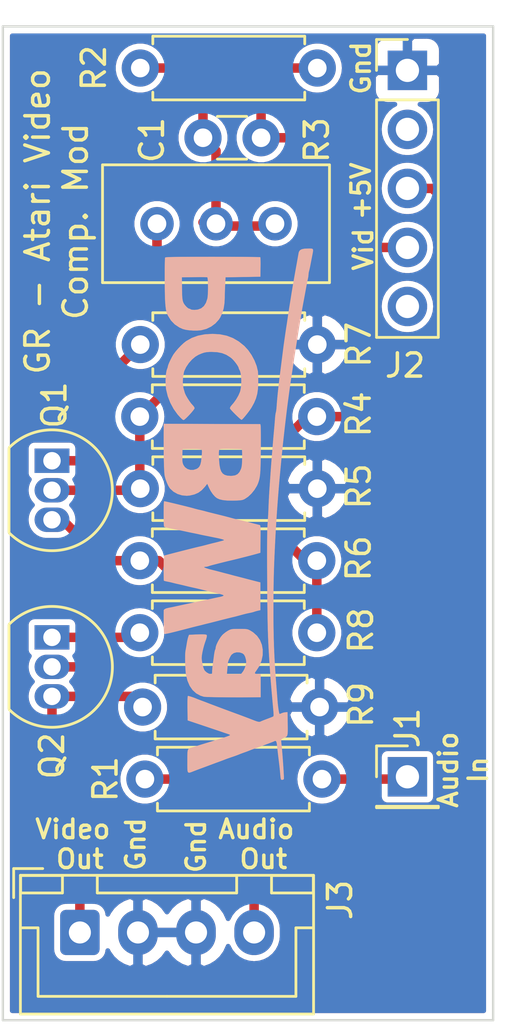
<source format=kicad_pcb>
(kicad_pcb (version 20171130) (host pcbnew "(5.1.2-1)-1")

  (general
    (thickness 1.6)
    (drawings 13)
    (tracks 60)
    (zones 0)
    (modules 16)
    (nets 14)
  )

  (page A4)
  (layers
    (0 F.Cu signal)
    (31 B.Cu signal)
    (32 B.Adhes user hide)
    (33 F.Adhes user hide)
    (34 B.Paste user hide)
    (35 F.Paste user hide)
    (36 B.SilkS user)
    (37 F.SilkS user)
    (38 B.Mask user hide)
    (39 F.Mask user hide)
    (40 Dwgs.User user hide)
    (41 Cmts.User user hide)
    (42 Eco1.User user hide)
    (43 Eco2.User user hide)
    (44 Edge.Cuts user)
    (45 Margin user hide)
    (46 B.CrtYd user hide)
    (47 F.CrtYd user hide)
    (48 B.Fab user hide)
    (49 F.Fab user hide)
  )

  (setup
    (last_trace_width 0.4064)
    (user_trace_width 0.2032)
    (user_trace_width 0.254)
    (user_trace_width 0.3048)
    (user_trace_width 0.4064)
    (user_trace_width 0.6096)
    (user_trace_width 1.016)
    (trace_clearance 0.2)
    (zone_clearance 0.254)
    (zone_45_only no)
    (trace_min 0.1524)
    (via_size 0.8)
    (via_drill 0.4)
    (via_min_size 0.658)
    (via_min_drill 0.3)
    (uvia_size 0.3)
    (uvia_drill 0.1)
    (uvias_allowed no)
    (uvia_min_size 0.2)
    (uvia_min_drill 0.1)
    (edge_width 0.15)
    (segment_width 0.2)
    (pcb_text_width 0.3)
    (pcb_text_size 1.5 1.5)
    (mod_edge_width 0.15)
    (mod_text_size 0.8 0.8)
    (mod_text_width 0.15)
    (pad_size 1.7 1.7)
    (pad_drill 1)
    (pad_to_mask_clearance 0)
    (solder_mask_min_width 0.0762)
    (aux_axis_origin 0 0)
    (grid_origin 88.011 136.271)
    (visible_elements FFFFFF7F)
    (pcbplotparams
      (layerselection 0x010f0_ffffffff)
      (usegerberextensions false)
      (usegerberattributes false)
      (usegerberadvancedattributes false)
      (creategerberjobfile false)
      (excludeedgelayer true)
      (linewidth 0.152400)
      (plotframeref false)
      (viasonmask false)
      (mode 1)
      (useauxorigin false)
      (hpglpennumber 1)
      (hpglpenspeed 20)
      (hpglpendiameter 15.000000)
      (psnegative false)
      (psa4output false)
      (plotreference true)
      (plotvalue false)
      (plotinvisibletext false)
      (padsonsilk false)
      (subtractmaskfromsilk false)
      (outputformat 1)
      (mirror false)
      (drillshape 0)
      (scaleselection 1)
      (outputdirectory "Output/V1.1"))
  )

  (net 0 "")
  (net 1 GNDREF)
  (net 2 "Net-(C1-Pad1)")
  (net 3 "Net-(C1-Pad2)")
  (net 4 "Net-(J1-Pad1)")
  (net 5 "Net-(J2-Pad2)")
  (net 6 +5V)
  (net 7 "Net-(J2-Pad5)")
  (net 8 "Net-(J3-Pad1)")
  (net 9 "Net-(J3-Pad4)")
  (net 10 "Net-(Q1-Pad2)")
  (net 11 "Net-(Q1-Pad3)")
  (net 12 "Net-(Q1-Pad1)")
  (net 13 "Net-(Q2-Pad1)")

  (net_class Default "This is the default net class."
    (clearance 0.2)
    (trace_width 0.25)
    (via_dia 0.8)
    (via_drill 0.4)
    (uvia_dia 0.3)
    (uvia_drill 0.1)
    (add_net +5V)
    (add_net GNDREF)
    (add_net "Net-(C1-Pad1)")
    (add_net "Net-(C1-Pad2)")
    (add_net "Net-(J1-Pad1)")
    (add_net "Net-(J2-Pad2)")
    (add_net "Net-(J2-Pad5)")
    (add_net "Net-(J3-Pad1)")
    (add_net "Net-(J3-Pad4)")
    (add_net "Net-(Q1-Pad1)")
    (add_net "Net-(Q1-Pad2)")
    (add_net "Net-(Q1-Pad3)")
    (add_net "Net-(Q2-Pad1)")
  )

  (net_class PWR ""
    (clearance 0.254)
    (trace_width 0.508)
    (via_dia 0.8)
    (via_drill 0.4)
    (uvia_dia 0.3)
    (uvia_drill 0.1)
  )

  (net_class Signals ""
    (clearance 0.254)
    (trace_width 0.4064)
    (via_dia 0.8)
    (via_drill 0.4)
    (uvia_dia 0.3)
    (uvia_drill 0.1)
  )

  (module "_Custom_Footprints:pcb way logo" locked (layer B.Cu) (tedit 0) (tstamp 6275878B)
    (at 131.211 98.971 270)
    (fp_text reference G*** (at 0 0 90) (layer B.SilkS) hide
      (effects (font (size 1.524 1.524) (thickness 0.3)) (justify mirror))
    )
    (fp_text value LOGO (at 0.75 0 90) (layer B.SilkS) hide
      (effects (font (size 1.524 1.524) (thickness 0.3)) (justify mirror))
    )
    (fp_poly (pts (xy -5.560911 3.803272) (xy -5.401501 3.788201) (xy -5.361481 3.782119) (xy -5.076571 3.712881)
      (xy -4.795154 3.603568) (xy -4.529552 3.460411) (xy -4.292089 3.289645) (xy -4.172403 3.180698)
      (xy -4.104182 3.111351) (xy -4.067054 3.067069) (xy -4.056004 3.037177) (xy -4.066021 3.011004)
      (xy -4.082614 2.98951) (xy -4.145914 2.918544) (xy -4.226202 2.837772) (xy -4.314442 2.755176)
      (xy -4.401595 2.678736) (xy -4.478625 2.616435) (xy -4.536493 2.576255) (xy -4.562821 2.5654)
      (xy -4.611019 2.583036) (xy -4.669978 2.627085) (xy -4.687898 2.644802) (xy -4.765385 2.713937)
      (xy -4.873187 2.793114) (xy -4.995161 2.871822) (xy -5.115163 2.939552) (xy -5.204077 2.980846)
      (xy -5.433434 3.047431) (xy -5.676004 3.074538) (xy -5.9055 3.060961) (xy -6.008013 3.043887)
      (xy -6.095873 3.026926) (xy -6.152947 3.013246) (xy -6.1595 3.01109) (xy -6.334764 2.928043)
      (xy -6.505094 2.813034) (xy -6.658737 2.676321) (xy -6.783938 2.528159) (xy -6.859486 2.4003)
      (xy -6.918748 2.264428) (xy -6.956631 2.151699) (xy -6.977719 2.041597) (xy -6.986598 1.913602)
      (xy -6.987951 1.825497) (xy -6.975849 1.585018) (xy -6.935027 1.377938) (xy -6.862071 1.193607)
      (xy -6.753568 1.021377) (xy -6.714078 0.971088) (xy -6.653022 0.907088) (xy -6.572446 0.836536)
      (xy -6.484014 0.768037) (xy -6.399391 0.710197) (xy -6.33024 0.671621) (xy -6.292974 0.6604)
      (xy -6.243816 0.646042) (xy -6.23443 0.639417) (xy -6.162525 0.601646) (xy -6.051915 0.573469)
      (xy -5.913856 0.555281) (xy -5.759604 0.547474) (xy -5.600413 0.550441) (xy -5.447539 0.564576)
      (xy -5.312237 0.59027) (xy -5.260917 0.605425) (xy -5.107137 0.671914) (xy -4.942548 0.767067)
      (xy -4.78661 0.878755) (xy -4.69571 0.957705) (xy -4.628347 1.011261) (xy -4.571856 1.036723)
      (xy -4.55601 1.037218) (xy -4.52428 1.017224) (xy -4.467719 0.968773) (xy -4.394591 0.900253)
      (xy -4.313161 0.820054) (xy -4.231693 0.736565) (xy -4.158452 0.658174) (xy -4.101702 0.59327)
      (xy -4.069709 0.550244) (xy -4.065589 0.539418) (xy -4.086112 0.510392) (xy -4.139138 0.459079)
      (xy -4.215794 0.392666) (xy -4.307208 0.31834) (xy -4.404508 0.243287) (xy -4.498819 0.174696)
      (xy -4.581271 0.119752) (xy -4.591249 0.113626) (xy -4.791482 0.003248) (xy -4.983731 -0.077389)
      (xy -5.181082 -0.131596) (xy -5.396619 -0.162684) (xy -5.64343 -0.173966) (xy -5.7277 -0.173965)
      (xy -5.862372 -0.172168) (xy -5.983352 -0.169393) (xy -6.07926 -0.165985) (xy -6.138712 -0.162287)
      (xy -6.1468 -0.161319) (xy -6.375963 -0.106574) (xy -6.613318 -0.013754) (xy -6.844756 0.109575)
      (xy -7.056167 0.255847) (xy -7.23344 0.417494) (xy -7.2406 0.425239) (xy -7.431262 0.662584)
      (xy -7.575989 0.91087) (xy -7.676975 1.175961) (xy -7.736416 1.463719) (xy -7.756507 1.78001)
      (xy -7.756496 1.8034) (xy -7.736786 2.124543) (xy -7.679727 2.414522) (xy -7.584026 2.67796)
      (xy -7.448391 2.919476) (xy -7.441557 2.929567) (xy -7.361341 3.030988) (xy -7.252021 3.147527)
      (xy -7.127068 3.266597) (xy -6.999958 3.37561) (xy -6.884164 3.461979) (xy -6.8453 3.486617)
      (xy -6.739634 3.545704) (xy -6.62761 3.602647) (xy -6.520935 3.652104) (xy -6.431316 3.688736)
      (xy -6.370457 3.7072) (xy -6.359195 3.7084) (xy -6.307149 3.719548) (xy -6.279806 3.731066)
      (xy -6.187409 3.762905) (xy -6.057033 3.786728) (xy -5.900965 3.801853) (xy -5.731495 3.807595)
      (xy -5.560911 3.803272)) (layer B.SilkS) (width 0.01))
    (fp_poly (pts (xy 2.532456 3.889832) (xy 2.657716 3.888599) (xy 2.760042 3.886628) (xy 2.830218 3.883908)
      (xy 2.859028 3.880425) (xy 2.859131 3.880335) (xy 2.870932 3.849669) (xy 2.886371 3.786168)
      (xy 2.894808 3.743361) (xy 2.914947 3.643707) (xy 2.937976 3.544555) (xy 2.944905 3.5179)
      (xy 2.967687 3.428532) (xy 2.992133 3.324997) (xy 3.000082 3.2893) (xy 3.021346 3.193811)
      (xy 3.042446 3.102438) (xy 3.0494 3.0734) (xy 3.069674 2.990274) (xy 3.093142 2.894069)
      (xy 3.098966 2.8702) (xy 3.119846 2.781561) (xy 3.144823 2.671285) (xy 3.162504 2.5908)
      (xy 3.186527 2.483626) (xy 3.217016 2.353188) (xy 3.247891 2.225449) (xy 3.251763 2.2098)
      (xy 3.279067 2.09902) (xy 3.304077 1.996127) (xy 3.322385 1.91929) (xy 3.325692 1.905)
      (xy 3.370361 1.711357) (xy 3.405943 1.562349) (xy 3.434031 1.452947) (xy 3.456219 1.378121)
      (xy 3.474099 1.332842) (xy 3.489267 1.312082) (xy 3.503315 1.31081) (xy 3.511903 1.317344)
      (xy 3.532784 1.356941) (xy 3.552951 1.423368) (xy 3.556475 1.439407) (xy 3.566748 1.489444)
      (xy 3.578581 1.54598) (xy 3.59377 1.617408) (xy 3.614111 1.712121) (xy 3.6414 1.838512)
      (xy 3.677433 2.004974) (xy 3.683288 2.032) (xy 3.72666 2.233467) (xy 3.769819 2.436234)
      (xy 3.808996 2.622505) (xy 3.836623 2.7559) (xy 3.852659 2.832388) (xy 3.876453 2.943748)
      (xy 3.904813 3.075248) (xy 3.934547 3.212156) (xy 3.962463 3.339738) (xy 3.985368 3.443262)
      (xy 3.990713 3.4671) (xy 4.010052 3.559329) (xy 4.026819 3.649305) (xy 4.028207 3.6576)
      (xy 4.055076 3.774527) (xy 4.089715 3.85244) (xy 4.129567 3.885945) (xy 4.136931 3.886841)
      (xy 4.345495 3.88905) (xy 4.54253 3.889209) (xy 4.721766 3.88747) (xy 4.876936 3.883988)
      (xy 5.001773 3.878914) (xy 5.090008 3.872402) (xy 5.135374 3.864605) (xy 5.139404 3.862356)
      (xy 5.145247 3.849252) (xy 5.146076 3.823156) (xy 5.140926 3.779807) (xy 5.128834 3.714939)
      (xy 5.108838 3.624291) (xy 5.079975 3.503597) (xy 5.04128 3.348596) (xy 4.991792 3.155022)
      (xy 4.930548 2.918613) (xy 4.898082 2.794) (xy 4.865476 2.667856) (xy 4.83542 2.549524)
      (xy 4.811568 2.453503) (xy 4.798909 2.4003) (xy 4.775787 2.303417) (xy 4.750453 2.204447)
      (xy 4.748478 2.1971) (xy 4.72461 2.105348) (xy 4.702627 2.015622) (xy 4.700529 2.0066)
      (xy 4.684254 1.939014) (xy 4.659926 1.841453) (xy 4.632337 1.733091) (xy 4.627545 1.7145)
      (xy 4.574801 1.509431) (xy 4.526752 1.320887) (xy 4.485181 1.155968) (xy 4.451871 1.021776)
      (xy 4.428604 0.925408) (xy 4.420272 0.889) (xy 4.40403 0.821688) (xy 4.378762 0.72453)
      (xy 4.349429 0.61652) (xy 4.343963 0.5969) (xy 4.313978 0.486584) (xy 4.286853 0.381281)
      (xy 4.267782 0.301257) (xy 4.265814 0.2921) (xy 4.247455 0.204485) (xy 4.230429 0.123255)
      (xy 4.228551 0.1143) (xy 4.209852 0.04085) (xy 4.19199 -0.0127) (xy 4.173206 -0.070618)
      (xy 4.153088 -0.148808) (xy 4.149453 -0.1651) (xy 4.1275 -0.2667) (xy 2.938047 -0.2667)
      (xy 2.893177 -0.0889) (xy 2.868086 0.009446) (xy 2.83473 0.138709) (xy 2.797818 0.280692)
      (xy 2.76824 0.3937) (xy 2.735111 0.520353) (xy 2.704769 0.637322) (xy 2.680656 0.731281)
      (xy 2.666575 0.7874) (xy 2.644522 0.873764) (xy 2.619149 0.967425) (xy 2.6162 0.9779)
      (xy 2.591168 1.069487) (xy 2.568004 1.159124) (xy 2.56572 1.1684) (xy 2.548617 1.235871)
      (xy 2.523171 1.333261) (xy 2.494379 1.441473) (xy 2.489262 1.4605) (xy 2.458044 1.578672)
      (xy 2.427239 1.699113) (xy 2.403136 1.797197) (xy 2.401672 1.8034) (xy 2.366409 1.941706)
      (xy 2.333436 2.049421) (xy 2.304562 2.122787) (xy 2.281593 2.158044) (xy 2.266338 2.151435)
      (xy 2.260605 2.0992) (xy 2.2606 2.096696) (xy 2.250875 2.020759) (xy 2.237845 1.976046)
      (xy 2.216552 1.912822) (xy 2.193209 1.831697) (xy 2.18914 1.8161) (xy 2.164181 1.718938)
      (xy 2.138513 1.619802) (xy 2.136715 1.6129) (xy 2.105263 1.490582) (xy 2.071717 1.357498)
      (xy 2.040364 1.230881) (xy 2.015491 1.127962) (xy 2.00715 1.0922) (xy 1.979587 0.975023)
      (xy 1.9433 0.825859) (xy 1.901119 0.655861) (xy 1.855878 0.476179) (xy 1.810407 0.297964)
      (xy 1.767539 0.132369) (xy 1.730106 -0.009457) (xy 1.700939 -0.116362) (xy 1.694299 -0.1397)
      (xy 1.657617 -0.2667) (xy 1.069491 -0.273519) (xy 0.872546 -0.275198) (xy 0.721329 -0.274957)
      (xy 0.610798 -0.27258) (xy 0.535909 -0.267853) (xy 0.491621 -0.260563) (xy 0.47289 -0.250495)
      (xy 0.471765 -0.248119) (xy 0.460509 -0.205967) (xy 0.442497 -0.134359) (xy 0.431364 -0.0889)
      (xy 0.408486 0.002528) (xy 0.386331 0.086547) (xy 0.378578 0.1143) (xy 0.363845 0.169982)
      (xy 0.341079 0.261377) (xy 0.313671 0.3747) (xy 0.291144 0.4699) (xy 0.259688 0.604058)
      (xy 0.236509 0.70208) (xy 0.218289 0.777292) (xy 0.201711 0.843018) (xy 0.183458 0.912583)
      (xy 0.160214 0.999311) (xy 0.148882 1.0414) (xy 0.117117 1.160106) (xy 0.0908 1.260746)
      (xy 0.064449 1.364659) (xy 0.032584 1.493186) (xy 0.026561 1.51765) (xy 0.001936 1.617732)
      (xy -0.023503 1.721121) (xy -0.026562 1.73355) (xy -0.062832 1.879468) (xy -0.091806 1.99217)
      (xy -0.117699 2.087917) (xy -0.126945 2.1209) (xy -0.151296 2.214274) (xy -0.175148 2.316539)
      (xy -0.179472 2.3368) (xy -0.202089 2.433961) (xy -0.230564 2.541967) (xy -0.240947 2.5781)
      (xy -0.261252 2.650877) (xy -0.288878 2.756031) (xy -0.321933 2.885733) (xy -0.35852 3.032157)
      (xy -0.396745 3.187475) (xy -0.434712 3.343858) (xy -0.470528 3.49348) (xy -0.502296 3.628511)
      (xy -0.528122 3.741125) (xy -0.546111 3.823494) (xy -0.554369 3.86779) (xy -0.554459 3.873179)
      (xy -0.523918 3.878961) (xy -0.45192 3.883555) (xy -0.347737 3.886966) (xy -0.220638 3.889198)
      (xy -0.079893 3.890258) (xy 0.065228 3.890149) (xy 0.205456 3.888878) (xy 0.33152 3.886448)
      (xy 0.434151 3.882866) (xy 0.504078 3.878137) (xy 0.53178 3.87258) (xy 0.547402 3.846288)
      (xy 0.564882 3.793606) (xy 0.585844 3.708127) (xy 0.611912 3.58344) (xy 0.634504 3.4671)
      (xy 0.654403 3.365556) (xy 0.680383 3.237027) (xy 0.708666 3.099806) (xy 0.735475 2.97219)
      (xy 0.757031 2.872473) (xy 0.760377 2.8575) (xy 0.77832 2.774039) (xy 0.799698 2.669324)
      (xy 0.812631 2.6035) (xy 0.832633 2.503627) (xy 0.852741 2.409423) (xy 0.8636 2.3622)
      (xy 0.880611 2.286843) (xy 0.901294 2.187928) (xy 0.914568 2.1209) (xy 0.934794 2.017764)
      (xy 0.955077 1.917249) (xy 0.965565 1.8669) (xy 0.982392 1.78543) (xy 1.003342 1.680704)
      (xy 1.018543 1.60292) (xy 1.040573 1.500504) (xy 1.065117 1.403678) (xy 1.081736 1.34892)
      (xy 1.101631 1.298561) (xy 1.116971 1.287401) (xy 1.133013 1.318881) (xy 1.155009 1.396442)
      (xy 1.155156 1.397) (xy 1.173674 1.466752) (xy 1.195299 1.547245) (xy 1.195882 1.5494)
      (xy 1.218315 1.636652) (xy 1.240966 1.730949) (xy 1.243013 1.7399) (xy 1.260969 1.814112)
      (xy 1.287227 1.916925) (xy 1.316569 2.027975) (xy 1.321081 2.0447) (xy 1.350151 2.155161)
      (xy 1.376501 2.260569) (xy 1.395068 2.340579) (xy 1.396944 2.3495) (xy 1.409668 2.405685)
      (xy 1.43209 2.498761) (xy 1.462353 2.621461) (xy 1.498601 2.766515) (xy 1.538978 2.926655)
      (xy 1.581626 3.094614) (xy 1.624689 3.263123) (xy 1.666311 3.424914) (xy 1.704635 3.572717)
      (xy 1.737804 3.699266) (xy 1.763962 3.797292) (xy 1.781252 3.859527) (xy 1.787604 3.878872)
      (xy 1.815362 3.882449) (xy 1.884695 3.885376) (xy 1.986389 3.887641) (xy 2.111228 3.889232)
      (xy 2.249996 3.890136) (xy 2.393477 3.89034) (xy 2.532456 3.889832)) (layer B.SilkS) (width 0.01))
    (fp_poly (pts (xy -10.126591 3.844228) (xy -9.929313 3.843139) (xy -9.735945 3.841192) (xy -9.553325 3.838394)
      (xy -9.38829 3.834755) (xy -9.247678 3.830284) (xy -9.138327 3.824989) (xy -9.1313 3.824541)
      (xy -8.956587 3.810675) (xy -8.820741 3.793302) (xy -8.711841 3.770008) (xy -8.617965 3.738376)
      (xy -8.5471 3.706161) (xy -8.339348 3.575875) (xy -8.169537 3.411834) (xy -8.037919 3.214314)
      (xy -7.972923 3.067989) (xy -7.940297 2.945556) (xy -7.917438 2.789796) (xy -7.905442 2.617438)
      (xy -7.905406 2.44521) (xy -7.918428 2.289839) (xy -7.920839 2.273633) (xy -7.978841 2.053731)
      (xy -8.078306 1.848794) (xy -8.213134 1.667826) (xy -8.377223 1.519831) (xy -8.473314 1.458208)
      (xy -8.658103 1.371987) (xy -8.859803 1.312819) (xy -9.08855 1.278442) (xy -9.331367 1.266769)
      (xy -9.489371 1.263875) (xy -9.664856 1.258708) (xy -9.831707 1.252114) (xy -9.9187 1.247719)
      (xy -10.1981 1.2319) (xy -10.2235 -0.2667) (xy -10.631411 -0.273655) (xy -10.77054 -0.27497)
      (xy -10.891505 -0.274108) (xy -10.985333 -0.271294) (xy -11.04305 -0.266751) (xy -11.056861 -0.263072)
      (xy -11.059598 -0.235523) (xy -11.062204 -0.161025) (xy -11.064646 -0.04343) (xy -11.066891 0.113411)
      (xy -11.068906 0.305646) (xy -11.070657 0.529424) (xy -11.072113 0.780894) (xy -11.073239 1.056204)
      (xy -11.074003 1.351503) (xy -11.074371 1.662939) (xy -11.0744 1.780735) (xy -11.074244 2.164842)
      (xy -11.074084 2.273478) (xy -10.206686 2.273478) (xy -10.205711 2.153396) (xy -10.203623 2.065736)
      (xy -10.200501 2.018535) (xy -10.19943 2.013607) (xy -10.170509 2.001425) (xy -10.100654 1.991956)
      (xy -9.999658 1.985252) (xy -9.87732 1.981367) (xy -9.743433 1.980352) (xy -9.607793 1.98226)
      (xy -9.480196 1.987143) (xy -9.370437 1.995054) (xy -9.288312 2.006046) (xy -9.275898 2.008657)
      (xy -9.094353 2.069302) (xy -8.955111 2.157988) (xy -8.857953 2.274965) (xy -8.802659 2.420484)
      (xy -8.7884 2.56289) (xy -8.792343 2.646367) (xy -8.802568 2.7078) (xy -8.8138 2.7305)
      (xy -8.835581 2.766536) (xy -8.8392 2.792544) (xy -8.857061 2.834911) (xy -8.902809 2.893041)
      (xy -8.940235 2.930168) (xy -9.005333 2.985814) (xy -9.066813 3.028095) (xy -9.133035 3.058917)
      (xy -9.21236 3.080186) (xy -9.313151 3.093808) (xy -9.443767 3.101691) (xy -9.612571 3.105741)
      (xy -9.7155 3.106939) (xy -10.1981 3.1115) (xy -10.204983 2.578757) (xy -10.20647 2.417944)
      (xy -10.206686 2.273478) (xy -11.074084 2.273478) (xy -11.073747 2.500914) (xy -11.072867 2.791711)
      (xy -11.071559 3.039997) (xy -11.069782 3.248535) (xy -11.067493 3.420088) (xy -11.064649 3.557417)
      (xy -11.061207 3.663286) (xy -11.057123 3.740457) (xy -11.052356 3.791693) (xy -11.046863 3.819757)
      (xy -11.04265 3.827039) (xy -11.009458 3.832215) (xy -10.932311 3.83647) (xy -10.818049 3.839811)
      (xy -10.673508 3.842249) (xy -10.505526 3.843791) (xy -10.320941 3.844448) (xy -10.126591 3.844228)) (layer B.SilkS) (width 0.01))
    (fp_poly (pts (xy -2.826161 3.888604) (xy -2.547899 3.885702) (xy -2.298297 3.881231) (xy -2.081536 3.875271)
      (xy -1.901796 3.867901) (xy -1.76326 3.859201) (xy -1.670106 3.849252) (xy -1.652043 3.846118)
      (xy -1.511814 3.809359) (xy -1.36666 3.756716) (xy -1.233173 3.695249) (xy -1.127946 3.632021)
      (xy -1.102665 3.612326) (xy -0.971639 3.468909) (xy -0.874304 3.295237) (xy -0.814414 3.102098)
      (xy -0.795727 2.90028) (xy -0.808041 2.766075) (xy -0.85569 2.566701) (xy -0.928239 2.401811)
      (xy -1.03359 2.258017) (xy -1.179645 2.121929) (xy -1.19592 2.108919) (xy -1.314522 2.015169)
      (xy -1.149826 1.94342) (xy -0.999404 1.865906) (xy -0.86345 1.773398) (xy -0.754307 1.675281)
      (xy -0.692679 1.595897) (xy -0.643674 1.485989) (xy -0.610219 1.343592) (xy -0.591599 1.163695)
      (xy -0.587101 0.94129) (xy -0.588446 0.8636) (xy -0.592987 0.719002) (xy -0.59942 0.614043)
      (xy -0.609397 0.537564) (xy -0.624572 0.478406) (xy -0.646597 0.425408) (xy -0.656151 0.4064)
      (xy -0.753876 0.260044) (xy -0.889112 0.116632) (xy -1.049198 -0.012941) (xy -1.221469 -0.117778)
      (xy -1.31437 -0.159979) (xy -1.391698 -0.188515) (xy -1.470346 -0.212198) (xy -1.55594 -0.231518)
      (xy -1.654109 -0.246962) (xy -1.770477 -0.259017) (xy -1.910673 -0.268171) (xy -2.080323 -0.274912)
      (xy -2.285053 -0.279728) (xy -2.530491 -0.283105) (xy -2.757815 -0.285084) (xy -2.977534 -0.286331)
      (xy -3.18365 -0.286837) (xy -3.370072 -0.286637) (xy -3.530713 -0.285766) (xy -3.659482 -0.284259)
      (xy -3.750292 -0.28215) (xy -3.797052 -0.279474) (xy -3.799215 -0.279151) (xy -3.8735 -0.266203)
      (xy -3.878041 1.184547) (xy -2.818582 1.184547) (xy -2.817073 1.021154) (xy -2.816858 1.00502)
      (xy -2.814295 0.856885) (xy -2.810974 0.726325) (xy -2.807198 0.621829) (xy -2.803269 0.551884)
      (xy -2.7998 0.525388) (xy -2.771866 0.518289) (xy -2.702553 0.512947) (xy -2.601262 0.509762)
      (xy -2.477397 0.509135) (xy -2.429524 0.509607) (xy -2.265057 0.513623) (xy -2.14102 0.521235)
      (xy -2.047109 0.533535) (xy -1.973015 0.551613) (xy -1.9466 0.560712) (xy -1.812717 0.625543)
      (xy -1.721436 0.707944) (xy -1.66763 0.815751) (xy -1.646173 0.956802) (xy -1.64544 1.021055)
      (xy -1.656934 1.158) (xy -1.689294 1.267668) (xy -1.747132 1.353053) (xy -1.835059 1.417148)
      (xy -1.957686 1.462946) (xy -2.119625 1.493441) (xy -2.325487 1.511627) (xy -2.407225 1.515575)
      (xy -2.557358 1.520242) (xy -2.663947 1.519852) (xy -2.734033 1.51405) (xy -2.774655 1.502482)
      (xy -2.783707 1.496603) (xy -2.797929 1.477928) (xy -2.808051 1.444461) (xy -2.814549 1.389125)
      (xy -2.8179 1.304845) (xy -2.818582 1.184547) (xy -3.878041 1.184547) (xy -3.879999 1.809999)
      (xy -3.88244 2.590112) (xy -2.813181 2.590112) (xy -2.810644 2.467993) (xy -2.805187 2.370719)
      (xy -2.797283 2.309616) (xy -2.79461 2.300304) (xy -2.783084 2.271876) (xy -2.768266 2.252865)
      (xy -2.741647 2.242352) (xy -2.694719 2.239416) (xy -2.618975 2.243138) (xy -2.505906 2.252598)
      (xy -2.422709 2.260096) (xy -2.259121 2.280214) (xy -2.137508 2.309326) (xy -2.049305 2.351297)
      (xy -1.985948 2.409991) (xy -1.945487 2.475399) (xy -1.902792 2.61068) (xy -1.902858 2.746357)
      (xy -1.942613 2.871848) (xy -2.018982 2.976572) (xy -2.109711 3.041016) (xy -2.165453 3.066011)
      (xy -2.221264 3.081986) (xy -2.289857 3.090538) (xy -2.383946 3.093267) (xy -2.513896 3.091816)
      (xy -2.805291 3.0861) (xy -2.812327 2.725754) (xy -2.813181 2.590112) (xy -3.88244 2.590112)
      (xy -3.886497 3.8862) (xy -3.791099 3.887089) (xy -3.451942 3.889377) (xy -3.128903 3.889855)
      (xy -2.826161 3.888604)) (layer B.SilkS) (width 0.01))
    (fp_poly (pts (xy 6.374051 2.963366) (xy 6.534973 2.958054) (xy 6.687105 2.949813) (xy 6.818563 2.938907)
      (xy 6.9088 2.927132) (xy 7.166464 2.864128) (xy 7.386143 2.769718) (xy 7.56685 2.644696)
      (xy 7.707601 2.489858) (xy 7.807409 2.305998) (xy 7.85082 2.167245) (xy 7.856694 2.116434)
      (xy 7.861997 2.019777) (xy 7.866681 1.882223) (xy 7.870695 1.708723) (xy 7.873989 1.504228)
      (xy 7.876515 1.273689) (xy 7.878221 1.022055) (xy 7.879059 0.754277) (xy 7.878978 0.475307)
      (xy 7.877928 0.190094) (xy 7.87586 -0.096411) (xy 7.874744 -0.20955) (xy 7.874 -0.2794)
      (xy 6.8834 -0.2794) (xy 6.881614 -0.18415) (xy 6.875988 -0.087279) (xy 6.859568 -0.037279)
      (xy 6.826213 -0.030437) (xy 6.769778 -0.063037) (xy 6.730917 -0.093022) (xy 6.528512 -0.224926)
      (xy 6.305413 -0.316199) (xy 6.070831 -0.364866) (xy 5.833973 -0.368954) (xy 5.620289 -0.331176)
      (xy 5.41391 -0.248277) (xy 5.235986 -0.123391) (xy 5.087186 0.042941) (xy 5.014508 0.158159)
      (xy 4.984619 0.214355) (xy 4.964065 0.263604) (xy 4.951101 0.317165) (xy 4.943982 0.386294)
      (xy 4.940965 0.482249) (xy 4.940303 0.616287) (xy 4.9403 0.637007) (xy 4.940719 0.754567)
      (xy 5.939747 0.754567) (xy 5.945868 0.621594) (xy 5.949934 0.60325) (xy 5.985283 0.499964)
      (xy 6.038919 0.43254) (xy 6.124436 0.386614) (xy 6.169343 0.371435) (xy 6.275488 0.343441)
      (xy 6.362466 0.335245) (xy 6.453554 0.346858) (xy 6.54929 0.371648) (xy 6.64924 0.40918)
      (xy 6.745627 0.459168) (xy 6.78815 0.488082) (xy 6.8834 0.563069) (xy 6.8834 1.175704)
      (xy 6.67385 1.156668) (xy 6.571854 1.147871) (xy 6.486772 1.141384) (xy 6.433388 1.138311)
      (xy 6.4262 1.138211) (xy 6.363068 1.126765) (xy 6.274708 1.096245) (xy 6.179029 1.054403)
      (xy 6.093942 1.008994) (xy 6.041338 0.971591) (xy 5.972709 0.875821) (xy 5.939747 0.754567)
      (xy 4.940719 0.754567) (xy 4.940799 0.776953) (xy 4.943465 0.877469) (xy 4.950044 0.949922)
      (xy 4.962286 1.00568) (xy 4.98194 1.056111) (xy 5.010753 1.112582) (xy 5.014534 1.119607)
      (xy 5.077448 1.217687) (xy 5.1574 1.318344) (xy 5.205034 1.368558) (xy 5.285856 1.433962)
      (xy 5.389578 1.501342) (xy 5.502645 1.563625) (xy 5.6115 1.613736) (xy 5.702589 1.644604)
      (xy 5.746355 1.651) (xy 5.803451 1.659476) (xy 5.83057 1.67261) (xy 5.865458 1.685566)
      (xy 5.937495 1.701337) (xy 6.033337 1.717163) (xy 6.0706 1.722278) (xy 6.205962 1.739909)
      (xy 6.35533 1.759424) (xy 6.486908 1.776669) (xy 6.4897 1.777036) (xy 6.600417 1.789978)
      (xy 6.704469 1.799414) (xy 6.781362 1.803521) (xy 6.78815 1.803568) (xy 6.851035 1.807548)
      (xy 6.877931 1.826093) (xy 6.8834 1.865449) (xy 6.863629 1.950347) (xy 6.812914 2.041152)
      (xy 6.744146 2.118098) (xy 6.697419 2.150531) (xy 6.612845 2.183516) (xy 6.497012 2.21509)
      (xy 6.369385 2.241073) (xy 6.249429 2.257284) (xy 6.184899 2.2606) (xy 6.081305 2.252234)
      (xy 5.945471 2.229454) (xy 5.792701 2.195742) (xy 5.6383 2.154581) (xy 5.497572 2.109451)
      (xy 5.461 2.095925) (xy 5.373424 2.066142) (xy 5.290712 2.044044) (xy 5.267809 2.039656)
      (xy 5.216272 2.035367) (xy 5.191528 2.052825) (xy 5.179982 2.104872) (xy 5.177551 2.124899)
      (xy 5.174134 2.190438) (xy 5.173761 2.291548) (xy 5.176326 2.413097) (xy 5.180242 2.511177)
      (xy 5.1943 2.799853) (xy 5.2832 2.832329) (xy 5.353341 2.852546) (xy 5.452663 2.874639)
      (xy 5.559974 2.893905) (xy 5.5626 2.894313) (xy 5.677861 2.913091) (xy 5.793439 2.93341)
      (xy 5.8801 2.950033) (xy 5.957361 2.959082) (xy 6.073362 2.964145) (xy 6.216219 2.965484)
      (xy 6.374051 2.963366)) (layer B.SilkS) (width 0.01))
    (fp_poly (pts (xy 10.941751 2.86953) (xy 11.034044 2.863302) (xy 11.090937 2.848355) (xy 11.117548 2.821094)
      (xy 11.118996 2.777928) (xy 11.1004 2.715261) (xy 11.06688 2.629502) (xy 11.046612 2.5781)
      (xy 11.003013 2.464628) (xy 10.960072 2.350996) (xy 10.926076 2.259161) (xy 10.922 2.2479)
      (xy 10.890423 2.161388) (xy 10.849025 2.049481) (xy 10.805991 1.934288) (xy 10.799753 1.9177)
      (xy 10.752167 1.790368) (xy 10.700245 1.650019) (xy 10.655045 1.526542) (xy 10.654122 1.524)
      (xy 10.616622 1.421965) (xy 10.581593 1.328856) (xy 10.555917 1.262934) (xy 10.553619 1.2573)
      (xy 10.530664 1.197148) (xy 10.498007 1.106187) (xy 10.461877 1.001846) (xy 10.453769 0.9779)
      (xy 10.416205 0.867189) (xy 10.388152 0.787235) (xy 10.363191 0.720559) (xy 10.3349 0.649682)
      (xy 10.318485 0.6096) (xy 10.294763 0.548093) (xy 10.263994 0.46356) (xy 10.248367 0.4191)
      (xy 10.216029 0.328884) (xy 10.184411 0.245514) (xy 10.172459 0.2159) (xy 10.13949 0.133185)
      (xy 10.113576 0.0635) (xy 10.060957 -0.083985) (xy 10.005294 -0.238058) (xy 9.949596 -0.3906)
      (xy 9.896869 -0.533493) (xy 9.850123 -0.658618) (xy 9.812364 -0.757855) (xy 9.786601 -0.823087)
      (xy 9.777295 -0.844205) (xy 9.754822 -0.894763) (xy 9.754404 -0.931413) (xy 9.782027 -0.957549)
      (xy 9.843676 -0.976565) (xy 9.945338 -0.991853) (xy 10.0584 -1.003577) (xy 10.154068 -1.013432)
      (xy 10.28116 -1.027601) (xy 10.420715 -1.043932) (xy 10.5156 -1.055489) (xy 10.689517 -1.076871)
      (xy 10.82766 -1.093239) (xy 10.944623 -1.106176) (xy 11.055002 -1.117266) (xy 11.173393 -1.12809)
      (xy 11.233149 -1.133294) (xy 11.332288 -1.142985) (xy 11.391112 -1.153508) (xy 11.420014 -1.168775)
      (xy 11.429385 -1.1927) (xy 11.429999 -1.207411) (xy 11.415964 -1.258174) (xy 11.394359 -1.278241)
      (xy 11.36101 -1.279792) (xy 11.2848 -1.277645) (xy 11.173489 -1.272337) (xy 11.03484 -1.264408)
      (xy 10.876613 -1.254396) (xy 10.706569 -1.24284) (xy 10.532471 -1.230279) (xy 10.36208 -1.217251)
      (xy 10.203156 -1.204296) (xy 10.063462 -1.191951) (xy 9.950758 -1.180756) (xy 9.8933 -1.174049)
      (xy 9.80487 -1.164727) (xy 9.733206 -1.160864) (xy 9.701121 -1.162365) (xy 9.670543 -1.189154)
      (xy 9.635625 -1.249055) (xy 9.616279 -1.295641) (xy 9.597266 -1.345398) (xy 9.576233 -1.383223)
      (xy 9.546533 -1.410619) (xy 9.501522 -1.429087) (xy 9.434553 -1.440129) (xy 9.338983 -1.445248)
      (xy 9.208164 -1.445945) (xy 9.035453 -1.443723) (xy 8.9662 -1.442572) (xy 8.5217 -1.4351)
      (xy 8.526639 -1.345472) (xy 8.541657 -1.259388) (xy 8.569789 -1.182194) (xy 8.59313 -1.126869)
      (xy 8.597948 -1.092496) (xy 8.597406 -1.091402) (xy 8.566632 -1.078136) (xy 8.494993 -1.062243)
      (xy 8.392259 -1.045187) (xy 8.268202 -1.028429) (xy 8.132591 -1.013435) (xy 8.001 -1.002085)
      (xy 7.880738 -0.993106) (xy 7.732557 -0.981733) (xy 7.579169 -0.969721) (xy 7.493 -0.96285)
      (xy 7.010429 -0.925824) (xy 6.563164 -0.89557) (xy 6.138348 -0.871582) (xy 5.723121 -0.853352)
      (xy 5.304626 -0.840373) (xy 4.870005 -0.832137) (xy 4.406399 -0.828138) (xy 4.064 -0.827582)
      (xy 3.70564 -0.828459) (xy 3.376837 -0.830693) (xy 3.068014 -0.834549) (xy 2.769592 -0.840297)
      (xy 2.471992 -0.848203) (xy 2.165636 -0.858535) (xy 1.840947 -0.871562) (xy 1.488346 -0.88755)
      (xy 1.098255 -0.906768) (xy 0.9398 -0.91489) (xy 0.623408 -0.932526) (xy 0.274421 -0.954221)
      (xy -0.095155 -0.979089) (xy -0.473314 -1.006244) (xy -0.84805 -1.034797) (xy -1.207356 -1.063862)
      (xy -1.539228 -1.092553) (xy -1.8161 -1.118453) (xy -1.964562 -1.132806) (xy -2.127038 -1.148199)
      (xy -2.277416 -1.16217) (xy -2.3368 -1.167572) (xy -2.514025 -1.184428) (xy -2.732042 -1.206598)
      (xy -2.981247 -1.232996) (xy -3.252037 -1.262535) (xy -3.534808 -1.294128) (xy -3.819957 -1.326689)
      (xy -4.097881 -1.35913) (xy -4.358976 -1.390366) (xy -4.593638 -1.419309) (xy -4.792265 -1.444872)
      (xy -4.81965 -1.448522) (xy -4.948405 -1.465751) (xy -5.091174 -1.484818) (xy -5.18795 -1.49772)
      (xy -5.472592 -1.536675) (xy -5.742159 -1.575588) (xy -5.8928 -1.598426) (xy -6.103288 -1.630921)
      (xy -6.273467 -1.656851) (xy -6.413186 -1.677699) (xy -6.532297 -1.694942) (xy -6.5786 -1.701473)
      (xy -6.700755 -1.719395) (xy -6.834931 -1.740296) (xy -6.9088 -1.752401) (xy -7.02736 -1.771951)
      (xy -7.154652 -1.792293) (xy -7.2263 -1.8034) (xy -7.344215 -1.821722) (xy -7.472588 -1.842243)
      (xy -7.5311 -1.851822) (xy -7.625804 -1.867225) (xy -7.749763 -1.886994) (xy -7.882022 -1.907799)
      (xy -7.9375 -1.91643) (xy -8.076352 -1.938647) (xy -8.225299 -1.963595) (xy -8.358626 -1.986937)
      (xy -8.396499 -1.99386) (xy -8.503232 -2.013103) (xy -8.599587 -2.029466) (xy -8.667548 -2.03991)
      (xy -8.675899 -2.040991) (xy -8.713272 -2.046171) (xy -8.766917 -2.054833) (xy -8.843103 -2.068099)
      (xy -8.948101 -2.087093) (xy -9.088178 -2.112939) (xy -9.269605 -2.146759) (xy -9.3472 -2.161281)
      (xy -9.460378 -2.182322) (xy -9.582291 -2.20476) (xy -9.6266 -2.212846) (xy -9.78495 -2.241744)
      (xy -9.902302 -2.263488) (xy -9.987668 -2.279849) (xy -10.050061 -2.292596) (xy -10.098493 -2.3035)
      (xy -10.137547 -2.313188) (xy -10.222708 -2.329583) (xy -10.302451 -2.336785) (xy -10.305207 -2.3368)
      (xy -10.389259 -2.344859) (xy -10.45466 -2.359459) (xy -10.522408 -2.377393) (xy -10.614094 -2.398167)
      (xy -10.668 -2.409133) (xy -10.754195 -2.425812) (xy -10.871623 -2.448549) (xy -11.001646 -2.473736)
      (xy -11.075636 -2.488073) (xy -11.215799 -2.515642) (xy -11.31334 -2.532315) (xy -11.375922 -2.534407)
      (xy -11.411207 -2.518235) (xy -11.426859 -2.480114) (xy -11.430538 -2.41636) (xy -11.429913 -2.32329)
      (xy -11.429906 -2.31775) (xy -11.422505 -2.162627) (xy -11.398697 -2.050643) (xy -11.35584 -1.976033)
      (xy -11.291294 -1.933037) (xy -11.248185 -1.921243) (xy -11.173025 -1.907653) (xy -11.076152 -1.890428)
      (xy -11.0236 -1.881187) (xy -10.912621 -1.861549) (xy -10.790409 -1.839613) (xy -10.73785 -1.830069)
      (xy -10.519036 -1.79046) (xy -10.293835 -1.750321) (xy -10.07161 -1.711273) (xy -9.861723 -1.674935)
      (xy -9.673534 -1.642929) (xy -9.516406 -1.616876) (xy -9.399701 -1.598394) (xy -9.398 -1.598137)
      (xy -9.279182 -1.579733) (xy -9.151668 -1.559339) (xy -9.0805 -1.547618) (xy -8.848233 -1.510123)
      (xy -8.590469 -1.470995) (xy -8.4328 -1.448164) (xy -8.310512 -1.430283) (xy -8.176216 -1.409896)
      (xy -8.1026 -1.398354) (xy -7.984204 -1.379923) (xy -7.850051 -1.359726) (xy -7.7597 -1.346534)
      (xy -7.63307 -1.328344) (xy -7.493061 -1.308145) (xy -7.4041 -1.295261) (xy -7.2849 -1.27858)
      (xy -7.146108 -1.260064) (xy -7.0231 -1.244389) (xy -6.891528 -1.227993) (xy -6.7471 -1.209736)
      (xy -6.6294 -1.194644) (xy -6.504381 -1.178577) (xy -6.360295 -1.160258) (xy -6.22935 -1.143779)
      (xy -6.092834 -1.126668) (xy -5.94003 -1.107434) (xy -5.81025 -1.091028) (xy -5.611587 -1.066931)
      (xy -5.399058 -1.043047) (xy -5.18541 -1.020659) (xy -4.983395 -1.001055) (xy -4.805763 -0.985521)
      (xy -4.665262 -0.975343) (xy -4.6609 -0.975084) (xy -4.552447 -0.966681) (xy -4.458922 -0.955795)
      (xy -4.395258 -0.944304) (xy -4.3815 -0.939959) (xy -4.333971 -0.928502) (xy -4.250626 -0.916483)
      (xy -4.146384 -0.905899) (xy -4.1021 -0.90251) (xy -3.967084 -0.892391) (xy -3.809864 -0.879425)
      (xy -3.658769 -0.865973) (xy -3.6195 -0.862256) (xy -3.485673 -0.849858) (xy -3.324313 -0.835644)
      (xy -3.158541 -0.821621) (xy -3.048 -0.812655) (xy -2.887342 -0.799751) (xy -2.708169 -0.785069)
      (xy -2.53639 -0.770746) (xy -2.4384 -0.762418) (xy -2.303186 -0.751343) (xy -2.136186 -0.73848)
      (xy -1.956314 -0.725246) (xy -1.782484 -0.713054) (xy -1.7399 -0.710182) (xy -1.564178 -0.698399)
      (xy -1.371013 -0.685368) (xy -1.181737 -0.672531) (xy -1.017682 -0.661333) (xy -0.9906 -0.659474)
      (xy -0.831218 -0.649552) (xy -0.643355 -0.639458) (xy -0.449316 -0.63031) (xy -0.271404 -0.623222)
      (xy -0.254 -0.622624) (xy -0.082693 -0.615607) (xy 0.103789 -0.605934) (xy 0.284472 -0.594807)
      (xy 0.438378 -0.583429) (xy 0.4572 -0.581832) (xy 0.558902 -0.575794) (xy 0.711224 -0.570909)
      (xy 0.913997 -0.567179) (xy 1.167054 -0.564605) (xy 1.470227 -0.563187) (xy 1.823348 -0.562927)
      (xy 2.226249 -0.563826) (xy 2.678763 -0.565884) (xy 2.8194 -0.566699) (xy 3.244497 -0.569491)
      (xy 3.624182 -0.572519) (xy 3.963842 -0.575927) (xy 4.268864 -0.579858) (xy 4.544637 -0.584457)
      (xy 4.796546 -0.589867) (xy 5.029981 -0.596232) (xy 5.250328 -0.603696) (xy 5.462974 -0.612402)
      (xy 5.673308 -0.622495) (xy 5.886716 -0.634118) (xy 6.108586 -0.647415) (xy 6.2992 -0.659576)
      (xy 6.544222 -0.675725) (xy 6.760931 -0.690472) (xy 6.959533 -0.704625) (xy 7.150233 -0.718991)
      (xy 7.343241 -0.734378) (xy 7.548761 -0.751594) (xy 7.777001 -0.771447) (xy 8.038167 -0.794743)
      (xy 8.255 -0.814346) (xy 8.412969 -0.828557) (xy 8.527733 -0.838136) (xy 8.606675 -0.843058)
      (xy 8.65718 -0.843297) (xy 8.686633 -0.83883) (xy 8.702418 -0.829631) (xy 8.711919 -0.815675)
      (xy 8.713456 -0.8128) (xy 8.731032 -0.772796) (xy 8.760765 -0.698334) (xy 8.797412 -0.602683)
      (xy 8.813821 -0.5588) (xy 8.852285 -0.457189) (xy 8.886587 -0.370198) (xy 8.911262 -0.311548)
      (xy 8.917372 -0.298794) (xy 8.933576 -0.262712) (xy 8.940378 -0.225145) (xy 8.935878 -0.177617)
      (xy 8.918179 -0.111648) (xy 8.885381 -0.018762) (xy 8.835587 0.109521) (xy 8.813494 0.1651)
      (xy 8.78775 0.231507) (xy 8.748976 0.333767) (xy 8.701601 0.460031) (xy 8.650052 0.598447)
      (xy 8.598756 0.737162) (xy 8.552143 0.864327) (xy 8.547783 0.8763) (xy 8.512579 0.972337)
      (xy 8.46743 1.094461) (xy 8.415499 1.234222) (xy 8.359952 1.38317) (xy 8.303953 1.532857)
      (xy 8.250667 1.674831) (xy 8.203258 1.800644) (xy 8.164892 1.901845) (xy 8.138732 1.969985)
      (xy 8.129203 1.9939) (xy 8.10913 2.044316) (xy 8.079028 2.123562) (xy 8.0518 2.1971)
      (xy 8.010221 2.310243) (xy 7.980629 2.389119) (xy 7.957808 2.447263) (xy 7.936543 2.49821)
      (xy 7.929477 2.5146) (xy 7.902851 2.582545) (xy 7.873575 2.666703) (xy 7.847018 2.750326)
      (xy 7.828547 2.816664) (xy 7.8232 2.846203) (xy 7.848086 2.854948) (xy 7.92081 2.861165)
      (xy 8.038467 2.864755) (xy 8.19815 2.865617) (xy 8.347393 2.864366) (xy 8.871586 2.8575)
      (xy 9.118463 2.1209) (xy 9.180564 1.935835) (xy 9.237928 1.76532) (xy 9.288441 1.615596)
      (xy 9.329995 1.492905) (xy 9.360477 1.403488) (xy 9.377777 1.353585) (xy 9.380488 1.3462)
      (xy 9.396405 1.301406) (xy 9.420854 1.227703) (xy 9.437968 1.174365) (xy 9.464605 1.098384)
      (xy 9.488255 1.044701) (xy 9.499426 1.028808) (xy 9.51083 1.033261) (xy 9.527373 1.060235)
      (xy 9.550191 1.113073) (xy 9.580419 1.195115) (xy 9.619192 1.309702) (xy 9.667646 1.460177)
      (xy 9.726917 1.64988) (xy 9.798139 1.882153) (xy 9.87054 2.1209) (xy 9.907529 2.242238)
      (xy 9.940803 2.349402) (xy 9.966793 2.431025) (xy 9.981929 2.475741) (xy 9.982219 2.4765)
      (xy 10.001098 2.531929) (xy 10.025215 2.610725) (xy 10.034115 2.6416) (xy 10.055404 2.717587)
      (xy 10.075167 2.774588) (xy 10.100501 2.815326) (xy 10.138501 2.84252) (xy 10.196264 2.858889)
      (xy 10.280884 2.867154) (xy 10.399458 2.870035) (xy 10.559082 2.870251) (xy 10.630485 2.8702)
      (xy 10.808938 2.870632) (xy 10.941751 2.86953)) (layer B.SilkS) (width 0.01))
  )

  (module Capacitor_THT:C_Disc_D3.0mm_W1.6mm_P2.50mm (layer F.Cu) (tedit 5AE50EF0) (tstamp 62F038C5)
    (at 131.511 82.771 180)
    (descr "C, Disc series, Radial, pin pitch=2.50mm, , diameter*width=3.0*1.6mm^2, Capacitor, http://www.vishay.com/docs/45233/krseries.pdf")
    (tags "C Disc series Radial pin pitch 2.50mm  diameter 3.0mm width 1.6mm Capacitor")
    (path /62FE52AA)
    (fp_text reference C1 (at 4.7 -0.1 90) (layer F.SilkS)
      (effects (font (size 1 1) (thickness 0.15)))
    )
    (fp_text value 47pF (at 1.25 2.05) (layer F.Fab)
      (effects (font (size 1 1) (thickness 0.15)))
    )
    (fp_line (start -0.25 -0.8) (end -0.25 0.8) (layer F.Fab) (width 0.1))
    (fp_line (start -0.25 0.8) (end 2.75 0.8) (layer F.Fab) (width 0.1))
    (fp_line (start 2.75 0.8) (end 2.75 -0.8) (layer F.Fab) (width 0.1))
    (fp_line (start 2.75 -0.8) (end -0.25 -0.8) (layer F.Fab) (width 0.1))
    (fp_line (start 0.621 -0.92) (end 1.879 -0.92) (layer F.SilkS) (width 0.12))
    (fp_line (start 0.621 0.92) (end 1.879 0.92) (layer F.SilkS) (width 0.12))
    (fp_line (start -1.05 -1.05) (end -1.05 1.05) (layer F.CrtYd) (width 0.05))
    (fp_line (start -1.05 1.05) (end 3.55 1.05) (layer F.CrtYd) (width 0.05))
    (fp_line (start 3.55 1.05) (end 3.55 -1.05) (layer F.CrtYd) (width 0.05))
    (fp_line (start 3.55 -1.05) (end -1.05 -1.05) (layer F.CrtYd) (width 0.05))
    (fp_text user %R (at 1.25 0) (layer F.Fab)
      (effects (font (size 0.6 0.6) (thickness 0.09)))
    )
    (pad 1 thru_hole circle (at 0 0 180) (size 1.6 1.6) (drill 0.8) (layers *.Cu *.Mask)
      (net 2 "Net-(C1-Pad1)"))
    (pad 2 thru_hole circle (at 2.5 0 180) (size 1.6 1.6) (drill 0.8) (layers *.Cu *.Mask)
      (net 3 "Net-(C1-Pad2)"))
    (model ${KISYS3DMOD}/Capacitor_THT.3dshapes/C_Disc_D3.0mm_W1.6mm_P2.50mm.wrl
      (at (xyz 0 0 0))
      (scale (xyz 1 1 1))
      (rotate (xyz 0 0 0))
    )
  )

  (module Connector_PinHeader_2.54mm:PinHeader_1x01_P2.54mm_Vertical (layer F.Cu) (tedit 59FED5CC) (tstamp 62F038DA)
    (at 137.811 110.271)
    (descr "Through hole straight pin header, 1x01, 2.54mm pitch, single row")
    (tags "Through hole pin header THT 1x01 2.54mm single row")
    (path /62FEEB61)
    (fp_text reference J1 (at 0 -2.1 90) (layer F.SilkS)
      (effects (font (size 1 1) (thickness 0.15)))
    )
    (fp_text value Conn_01x01 (at 0 2.33) (layer F.Fab)
      (effects (font (size 1 1) (thickness 0.15)))
    )
    (fp_line (start -0.635 -1.27) (end 1.27 -1.27) (layer F.Fab) (width 0.1))
    (fp_line (start 1.27 -1.27) (end 1.27 1.27) (layer F.Fab) (width 0.1))
    (fp_line (start 1.27 1.27) (end -1.27 1.27) (layer F.Fab) (width 0.1))
    (fp_line (start -1.27 1.27) (end -1.27 -0.635) (layer F.Fab) (width 0.1))
    (fp_line (start -1.27 -0.635) (end -0.635 -1.27) (layer F.Fab) (width 0.1))
    (fp_line (start -1.33 1.33) (end 1.33 1.33) (layer F.SilkS) (width 0.12))
    (fp_line (start -1.33 1.27) (end -1.33 1.33) (layer F.SilkS) (width 0.12))
    (fp_line (start 1.33 1.27) (end 1.33 1.33) (layer F.SilkS) (width 0.12))
    (fp_line (start -1.33 1.27) (end 1.33 1.27) (layer F.SilkS) (width 0.12))
    (fp_line (start -1.33 0) (end -1.33 -1.33) (layer F.SilkS) (width 0.12))
    (fp_line (start -1.33 -1.33) (end 0 -1.33) (layer F.SilkS) (width 0.12))
    (fp_line (start -1.8 -1.8) (end -1.8 1.8) (layer F.CrtYd) (width 0.05))
    (fp_line (start -1.8 1.8) (end 1.8 1.8) (layer F.CrtYd) (width 0.05))
    (fp_line (start 1.8 1.8) (end 1.8 -1.8) (layer F.CrtYd) (width 0.05))
    (fp_line (start 1.8 -1.8) (end -1.8 -1.8) (layer F.CrtYd) (width 0.05))
    (fp_text user %R (at 0 0 90) (layer F.Fab)
      (effects (font (size 1 1) (thickness 0.15)))
    )
    (pad 1 thru_hole rect (at 0 0) (size 1.7 1.7) (drill 1) (layers *.Cu *.Mask)
      (net 4 "Net-(J1-Pad1)"))
    (model ${KISYS3DMOD}/Connector_PinHeader_2.54mm.3dshapes/PinHeader_1x01_P2.54mm_Vertical.wrl
      (at (xyz 0 0 0))
      (scale (xyz 1 1 1))
      (rotate (xyz 0 0 0))
    )
  )

  (module Connector_PinHeader_2.54mm:PinHeader_1x05_P2.54mm_Vertical (layer F.Cu) (tedit 59FED5CC) (tstamp 62F038F3)
    (at 137.811 79.871)
    (descr "Through hole straight pin header, 1x05, 2.54mm pitch, single row")
    (tags "Through hole pin header THT 1x05 2.54mm single row")
    (path /62FEE3FA)
    (fp_text reference J2 (at -0.1 12.7) (layer F.SilkS)
      (effects (font (size 1 1) (thickness 0.15)))
    )
    (fp_text value Conn_01x05 (at 0 12.49) (layer F.Fab)
      (effects (font (size 1 1) (thickness 0.15)))
    )
    (fp_line (start -0.635 -1.27) (end 1.27 -1.27) (layer F.Fab) (width 0.1))
    (fp_line (start 1.27 -1.27) (end 1.27 11.43) (layer F.Fab) (width 0.1))
    (fp_line (start 1.27 11.43) (end -1.27 11.43) (layer F.Fab) (width 0.1))
    (fp_line (start -1.27 11.43) (end -1.27 -0.635) (layer F.Fab) (width 0.1))
    (fp_line (start -1.27 -0.635) (end -0.635 -1.27) (layer F.Fab) (width 0.1))
    (fp_line (start -1.33 11.49) (end 1.33 11.49) (layer F.SilkS) (width 0.12))
    (fp_line (start -1.33 1.27) (end -1.33 11.49) (layer F.SilkS) (width 0.12))
    (fp_line (start 1.33 1.27) (end 1.33 11.49) (layer F.SilkS) (width 0.12))
    (fp_line (start -1.33 1.27) (end 1.33 1.27) (layer F.SilkS) (width 0.12))
    (fp_line (start -1.33 0) (end -1.33 -1.33) (layer F.SilkS) (width 0.12))
    (fp_line (start -1.33 -1.33) (end 0 -1.33) (layer F.SilkS) (width 0.12))
    (fp_line (start -1.8 -1.8) (end -1.8 11.95) (layer F.CrtYd) (width 0.05))
    (fp_line (start -1.8 11.95) (end 1.8 11.95) (layer F.CrtYd) (width 0.05))
    (fp_line (start 1.8 11.95) (end 1.8 -1.8) (layer F.CrtYd) (width 0.05))
    (fp_line (start 1.8 -1.8) (end -1.8 -1.8) (layer F.CrtYd) (width 0.05))
    (fp_text user %R (at 0 5.08 90) (layer F.Fab)
      (effects (font (size 1 1) (thickness 0.15)))
    )
    (pad 1 thru_hole rect (at 0 0) (size 1.7 1.7) (drill 1) (layers *.Cu *.Mask)
      (net 1 GNDREF))
    (pad 2 thru_hole oval (at 0 2.54) (size 1.7 1.7) (drill 1) (layers *.Cu *.Mask)
      (net 5 "Net-(J2-Pad2)"))
    (pad 3 thru_hole oval (at 0 5.08) (size 1.7 1.7) (drill 1) (layers *.Cu *.Mask)
      (net 6 +5V))
    (pad 4 thru_hole oval (at 0 7.62) (size 1.7 1.7) (drill 1) (layers *.Cu *.Mask)
      (net 2 "Net-(C1-Pad1)"))
    (pad 5 thru_hole oval (at 0 10.16) (size 1.7 1.7) (drill 1) (layers *.Cu *.Mask)
      (net 7 "Net-(J2-Pad5)"))
    (model ${KISYS3DMOD}/Connector_PinHeader_2.54mm.3dshapes/PinHeader_1x05_P2.54mm_Vertical.wrl
      (at (xyz 0 0 0))
      (scale (xyz 1 1 1))
      (rotate (xyz 0 0 0))
    )
  )

  (module Connector_JST:JST_XH_B4B-XH-A_1x04_P2.50mm_Vertical (layer F.Cu) (tedit 5C28146C) (tstamp 62F0391E)
    (at 123.711 116.971)
    (descr "JST XH series connector, B4B-XH-A (http://www.jst-mfg.com/product/pdf/eng/eXH.pdf), generated with kicad-footprint-generator")
    (tags "connector JST XH vertical")
    (path /62FEDD23)
    (fp_text reference J3 (at 11.2 -1.4 90) (layer F.SilkS)
      (effects (font (size 1 1) (thickness 0.15)))
    )
    (fp_text value Conn_01x04 (at 3.75 4.6) (layer F.Fab)
      (effects (font (size 1 1) (thickness 0.15)))
    )
    (fp_line (start -2.45 -2.35) (end -2.45 3.4) (layer F.Fab) (width 0.1))
    (fp_line (start -2.45 3.4) (end 9.95 3.4) (layer F.Fab) (width 0.1))
    (fp_line (start 9.95 3.4) (end 9.95 -2.35) (layer F.Fab) (width 0.1))
    (fp_line (start 9.95 -2.35) (end -2.45 -2.35) (layer F.Fab) (width 0.1))
    (fp_line (start -2.56 -2.46) (end -2.56 3.51) (layer F.SilkS) (width 0.12))
    (fp_line (start -2.56 3.51) (end 10.06 3.51) (layer F.SilkS) (width 0.12))
    (fp_line (start 10.06 3.51) (end 10.06 -2.46) (layer F.SilkS) (width 0.12))
    (fp_line (start 10.06 -2.46) (end -2.56 -2.46) (layer F.SilkS) (width 0.12))
    (fp_line (start -2.95 -2.85) (end -2.95 3.9) (layer F.CrtYd) (width 0.05))
    (fp_line (start -2.95 3.9) (end 10.45 3.9) (layer F.CrtYd) (width 0.05))
    (fp_line (start 10.45 3.9) (end 10.45 -2.85) (layer F.CrtYd) (width 0.05))
    (fp_line (start 10.45 -2.85) (end -2.95 -2.85) (layer F.CrtYd) (width 0.05))
    (fp_line (start -0.625 -2.35) (end 0 -1.35) (layer F.Fab) (width 0.1))
    (fp_line (start 0 -1.35) (end 0.625 -2.35) (layer F.Fab) (width 0.1))
    (fp_line (start 0.75 -2.45) (end 0.75 -1.7) (layer F.SilkS) (width 0.12))
    (fp_line (start 0.75 -1.7) (end 6.75 -1.7) (layer F.SilkS) (width 0.12))
    (fp_line (start 6.75 -1.7) (end 6.75 -2.45) (layer F.SilkS) (width 0.12))
    (fp_line (start 6.75 -2.45) (end 0.75 -2.45) (layer F.SilkS) (width 0.12))
    (fp_line (start -2.55 -2.45) (end -2.55 -1.7) (layer F.SilkS) (width 0.12))
    (fp_line (start -2.55 -1.7) (end -0.75 -1.7) (layer F.SilkS) (width 0.12))
    (fp_line (start -0.75 -1.7) (end -0.75 -2.45) (layer F.SilkS) (width 0.12))
    (fp_line (start -0.75 -2.45) (end -2.55 -2.45) (layer F.SilkS) (width 0.12))
    (fp_line (start 8.25 -2.45) (end 8.25 -1.7) (layer F.SilkS) (width 0.12))
    (fp_line (start 8.25 -1.7) (end 10.05 -1.7) (layer F.SilkS) (width 0.12))
    (fp_line (start 10.05 -1.7) (end 10.05 -2.45) (layer F.SilkS) (width 0.12))
    (fp_line (start 10.05 -2.45) (end 8.25 -2.45) (layer F.SilkS) (width 0.12))
    (fp_line (start -2.55 -0.2) (end -1.8 -0.2) (layer F.SilkS) (width 0.12))
    (fp_line (start -1.8 -0.2) (end -1.8 2.75) (layer F.SilkS) (width 0.12))
    (fp_line (start -1.8 2.75) (end 3.75 2.75) (layer F.SilkS) (width 0.12))
    (fp_line (start 10.05 -0.2) (end 9.3 -0.2) (layer F.SilkS) (width 0.12))
    (fp_line (start 9.3 -0.2) (end 9.3 2.75) (layer F.SilkS) (width 0.12))
    (fp_line (start 9.3 2.75) (end 3.75 2.75) (layer F.SilkS) (width 0.12))
    (fp_line (start -1.6 -2.75) (end -2.85 -2.75) (layer F.SilkS) (width 0.12))
    (fp_line (start -2.85 -2.75) (end -2.85 -1.5) (layer F.SilkS) (width 0.12))
    (fp_text user %R (at 3.75 2.7) (layer F.Fab)
      (effects (font (size 1 1) (thickness 0.15)))
    )
    (pad 1 thru_hole roundrect (at 0 0) (size 1.7 1.95) (drill 0.95) (layers *.Cu *.Mask) (roundrect_rratio 0.147059)
      (net 8 "Net-(J3-Pad1)"))
    (pad 2 thru_hole oval (at 2.5 0) (size 1.7 1.95) (drill 0.95) (layers *.Cu *.Mask)
      (net 1 GNDREF))
    (pad 3 thru_hole oval (at 5 0) (size 1.7 1.95) (drill 0.95) (layers *.Cu *.Mask)
      (net 1 GNDREF))
    (pad 4 thru_hole oval (at 7.5 0) (size 1.7 1.95) (drill 0.95) (layers *.Cu *.Mask)
      (net 9 "Net-(J3-Pad4)"))
    (model ${KISYS3DMOD}/Connector_JST.3dshapes/JST_XH_B4B-XH-A_1x04_P2.50mm_Vertical.wrl
      (at (xyz 0 0 0))
      (scale (xyz 1 1 1))
      (rotate (xyz 0 0 0))
    )
  )

  (module Package_TO_SOT_THT:TO-92_Inline (layer F.Cu) (tedit 5A1DD157) (tstamp 62F03930)
    (at 122.511 96.671 270)
    (descr "TO-92 leads in-line, narrow, oval pads, drill 0.75mm (see NXP sot054_po.pdf)")
    (tags "to-92 sc-43 sc-43a sot54 PA33 transistor")
    (path /62FE6D84)
    (fp_text reference Q1 (at -2.4 -0.1 270) (layer F.SilkS)
      (effects (font (size 1 1) (thickness 0.15)))
    )
    (fp_text value 2N3904 (at 1.27 2.79 90) (layer F.Fab)
      (effects (font (size 1 1) (thickness 0.15)))
    )
    (fp_text user %R (at 1.27 -3.56 90) (layer F.Fab)
      (effects (font (size 1 1) (thickness 0.15)))
    )
    (fp_line (start -0.53 1.85) (end 3.07 1.85) (layer F.SilkS) (width 0.12))
    (fp_line (start -0.5 1.75) (end 3 1.75) (layer F.Fab) (width 0.1))
    (fp_line (start -1.46 -2.73) (end 4 -2.73) (layer F.CrtYd) (width 0.05))
    (fp_line (start -1.46 -2.73) (end -1.46 2.01) (layer F.CrtYd) (width 0.05))
    (fp_line (start 4 2.01) (end 4 -2.73) (layer F.CrtYd) (width 0.05))
    (fp_line (start 4 2.01) (end -1.46 2.01) (layer F.CrtYd) (width 0.05))
    (fp_arc (start 1.27 0) (end 1.27 -2.48) (angle 135) (layer F.Fab) (width 0.1))
    (fp_arc (start 1.27 0) (end 1.27 -2.6) (angle -135) (layer F.SilkS) (width 0.12))
    (fp_arc (start 1.27 0) (end 1.27 -2.48) (angle -135) (layer F.Fab) (width 0.1))
    (fp_arc (start 1.27 0) (end 1.27 -2.6) (angle 135) (layer F.SilkS) (width 0.12))
    (pad 2 thru_hole oval (at 1.27 0 270) (size 1.05 1.5) (drill 0.75) (layers *.Cu *.Mask)
      (net 10 "Net-(Q1-Pad2)"))
    (pad 3 thru_hole oval (at 2.54 0 270) (size 1.05 1.5) (drill 0.75) (layers *.Cu *.Mask)
      (net 11 "Net-(Q1-Pad3)"))
    (pad 1 thru_hole rect (at 0 0 270) (size 1.05 1.5) (drill 0.75) (layers *.Cu *.Mask)
      (net 12 "Net-(Q1-Pad1)"))
    (model ${KISYS3DMOD}/Package_TO_SOT_THT.3dshapes/TO-92_Inline.wrl
      (at (xyz 0 0 0))
      (scale (xyz 1 1 1))
      (rotate (xyz 0 0 0))
    )
  )

  (module Package_TO_SOT_THT:TO-92_Inline (layer F.Cu) (tedit 5A1DD157) (tstamp 62F03942)
    (at 122.511 104.271 270)
    (descr "TO-92 leads in-line, narrow, oval pads, drill 0.75mm (see NXP sot054_po.pdf)")
    (tags "to-92 sc-43 sc-43a sot54 PA33 transistor")
    (path /62FE7357)
    (fp_text reference Q2 (at 5.1 0 270) (layer F.SilkS)
      (effects (font (size 1 1) (thickness 0.15)))
    )
    (fp_text value 2N3906 (at 1.27 2.79 90) (layer F.Fab)
      (effects (font (size 1 1) (thickness 0.15)))
    )
    (fp_arc (start 1.27 0) (end 1.27 -2.6) (angle 135) (layer F.SilkS) (width 0.12))
    (fp_arc (start 1.27 0) (end 1.27 -2.48) (angle -135) (layer F.Fab) (width 0.1))
    (fp_arc (start 1.27 0) (end 1.27 -2.6) (angle -135) (layer F.SilkS) (width 0.12))
    (fp_arc (start 1.27 0) (end 1.27 -2.48) (angle 135) (layer F.Fab) (width 0.1))
    (fp_line (start 4 2.01) (end -1.46 2.01) (layer F.CrtYd) (width 0.05))
    (fp_line (start 4 2.01) (end 4 -2.73) (layer F.CrtYd) (width 0.05))
    (fp_line (start -1.46 -2.73) (end -1.46 2.01) (layer F.CrtYd) (width 0.05))
    (fp_line (start -1.46 -2.73) (end 4 -2.73) (layer F.CrtYd) (width 0.05))
    (fp_line (start -0.5 1.75) (end 3 1.75) (layer F.Fab) (width 0.1))
    (fp_line (start -0.53 1.85) (end 3.07 1.85) (layer F.SilkS) (width 0.12))
    (fp_text user %R (at 1.27 -3.56 90) (layer F.Fab)
      (effects (font (size 1 1) (thickness 0.15)))
    )
    (pad 1 thru_hole rect (at 0 0 270) (size 1.05 1.5) (drill 0.75) (layers *.Cu *.Mask)
      (net 13 "Net-(Q2-Pad1)"))
    (pad 3 thru_hole oval (at 2.54 0 270) (size 1.05 1.5) (drill 0.75) (layers *.Cu *.Mask)
      (net 8 "Net-(J3-Pad1)"))
    (pad 2 thru_hole oval (at 1.27 0 270) (size 1.05 1.5) (drill 0.75) (layers *.Cu *.Mask)
      (net 11 "Net-(Q1-Pad3)"))
    (model ${KISYS3DMOD}/Package_TO_SOT_THT.3dshapes/TO-92_Inline.wrl
      (at (xyz 0 0 0))
      (scale (xyz 1 1 1))
      (rotate (xyz 0 0 0))
    )
  )

  (module Resistor_THT:R_Axial_DIN0207_L6.3mm_D2.5mm_P7.62mm_Horizontal (layer F.Cu) (tedit 5AE5139B) (tstamp 62F03959)
    (at 126.511 110.371)
    (descr "Resistor, Axial_DIN0207 series, Axial, Horizontal, pin pitch=7.62mm, 0.25W = 1/4W, length*diameter=6.3*2.5mm^2, http://cdn-reichelt.de/documents/datenblatt/B400/1_4W%23YAG.pdf")
    (tags "Resistor Axial_DIN0207 series Axial Horizontal pin pitch 7.62mm 0.25W = 1/4W length 6.3mm diameter 2.5mm")
    (path /62FED1DD)
    (fp_text reference R1 (at -1.7 0 90) (layer F.SilkS)
      (effects (font (size 1 1) (thickness 0.15)))
    )
    (fp_text value 10K (at 3.81 2.37) (layer F.Fab)
      (effects (font (size 1 1) (thickness 0.15)))
    )
    (fp_text user %R (at 3.81 0) (layer F.Fab)
      (effects (font (size 1 1) (thickness 0.15)))
    )
    (fp_line (start 8.67 -1.5) (end -1.05 -1.5) (layer F.CrtYd) (width 0.05))
    (fp_line (start 8.67 1.5) (end 8.67 -1.5) (layer F.CrtYd) (width 0.05))
    (fp_line (start -1.05 1.5) (end 8.67 1.5) (layer F.CrtYd) (width 0.05))
    (fp_line (start -1.05 -1.5) (end -1.05 1.5) (layer F.CrtYd) (width 0.05))
    (fp_line (start 7.08 1.37) (end 7.08 1.04) (layer F.SilkS) (width 0.12))
    (fp_line (start 0.54 1.37) (end 7.08 1.37) (layer F.SilkS) (width 0.12))
    (fp_line (start 0.54 1.04) (end 0.54 1.37) (layer F.SilkS) (width 0.12))
    (fp_line (start 7.08 -1.37) (end 7.08 -1.04) (layer F.SilkS) (width 0.12))
    (fp_line (start 0.54 -1.37) (end 7.08 -1.37) (layer F.SilkS) (width 0.12))
    (fp_line (start 0.54 -1.04) (end 0.54 -1.37) (layer F.SilkS) (width 0.12))
    (fp_line (start 7.62 0) (end 6.96 0) (layer F.Fab) (width 0.1))
    (fp_line (start 0 0) (end 0.66 0) (layer F.Fab) (width 0.1))
    (fp_line (start 6.96 -1.25) (end 0.66 -1.25) (layer F.Fab) (width 0.1))
    (fp_line (start 6.96 1.25) (end 6.96 -1.25) (layer F.Fab) (width 0.1))
    (fp_line (start 0.66 1.25) (end 6.96 1.25) (layer F.Fab) (width 0.1))
    (fp_line (start 0.66 -1.25) (end 0.66 1.25) (layer F.Fab) (width 0.1))
    (pad 2 thru_hole oval (at 7.62 0) (size 1.6 1.6) (drill 0.8) (layers *.Cu *.Mask)
      (net 4 "Net-(J1-Pad1)"))
    (pad 1 thru_hole circle (at 0 0) (size 1.6 1.6) (drill 0.8) (layers *.Cu *.Mask)
      (net 9 "Net-(J3-Pad4)"))
    (model ${KISYS3DMOD}/Resistor_THT.3dshapes/R_Axial_DIN0207_L6.3mm_D2.5mm_P7.62mm_Horizontal.wrl
      (at (xyz 0 0 0))
      (scale (xyz 1 1 1))
      (rotate (xyz 0 0 0))
    )
  )

  (module Resistor_THT:R_Axial_DIN0207_L6.3mm_D2.5mm_P7.62mm_Horizontal (layer F.Cu) (tedit 5AE5139B) (tstamp 62F03970)
    (at 126.311 79.771)
    (descr "Resistor, Axial_DIN0207 series, Axial, Horizontal, pin pitch=7.62mm, 0.25W = 1/4W, length*diameter=6.3*2.5mm^2, http://cdn-reichelt.de/documents/datenblatt/B400/1_4W%23YAG.pdf")
    (tags "Resistor Axial_DIN0207 series Axial Horizontal pin pitch 7.62mm 0.25W = 1/4W length 6.3mm diameter 2.5mm")
    (path /62FEB7EA)
    (fp_text reference R2 (at -2 0 90) (layer F.SilkS)
      (effects (font (size 1 1) (thickness 0.15)))
    )
    (fp_text value 1K (at 3.81 2.37) (layer F.Fab)
      (effects (font (size 1 1) (thickness 0.15)))
    )
    (fp_line (start 0.66 -1.25) (end 0.66 1.25) (layer F.Fab) (width 0.1))
    (fp_line (start 0.66 1.25) (end 6.96 1.25) (layer F.Fab) (width 0.1))
    (fp_line (start 6.96 1.25) (end 6.96 -1.25) (layer F.Fab) (width 0.1))
    (fp_line (start 6.96 -1.25) (end 0.66 -1.25) (layer F.Fab) (width 0.1))
    (fp_line (start 0 0) (end 0.66 0) (layer F.Fab) (width 0.1))
    (fp_line (start 7.62 0) (end 6.96 0) (layer F.Fab) (width 0.1))
    (fp_line (start 0.54 -1.04) (end 0.54 -1.37) (layer F.SilkS) (width 0.12))
    (fp_line (start 0.54 -1.37) (end 7.08 -1.37) (layer F.SilkS) (width 0.12))
    (fp_line (start 7.08 -1.37) (end 7.08 -1.04) (layer F.SilkS) (width 0.12))
    (fp_line (start 0.54 1.04) (end 0.54 1.37) (layer F.SilkS) (width 0.12))
    (fp_line (start 0.54 1.37) (end 7.08 1.37) (layer F.SilkS) (width 0.12))
    (fp_line (start 7.08 1.37) (end 7.08 1.04) (layer F.SilkS) (width 0.12))
    (fp_line (start -1.05 -1.5) (end -1.05 1.5) (layer F.CrtYd) (width 0.05))
    (fp_line (start -1.05 1.5) (end 8.67 1.5) (layer F.CrtYd) (width 0.05))
    (fp_line (start 8.67 1.5) (end 8.67 -1.5) (layer F.CrtYd) (width 0.05))
    (fp_line (start 8.67 -1.5) (end -1.05 -1.5) (layer F.CrtYd) (width 0.05))
    (fp_text user %R (at 3.81 0) (layer F.Fab)
      (effects (font (size 1 1) (thickness 0.15)))
    )
    (pad 1 thru_hole circle (at 0 0) (size 1.6 1.6) (drill 0.8) (layers *.Cu *.Mask)
      (net 3 "Net-(C1-Pad2)"))
    (pad 2 thru_hole oval (at 7.62 0) (size 1.6 1.6) (drill 0.8) (layers *.Cu *.Mask)
      (net 2 "Net-(C1-Pad1)"))
    (model ${KISYS3DMOD}/Resistor_THT.3dshapes/R_Axial_DIN0207_L6.3mm_D2.5mm_P7.62mm_Horizontal.wrl
      (at (xyz 0 0 0))
      (scale (xyz 1 1 1))
      (rotate (xyz 0 0 0))
    )
  )

  (module Potentiometer_THT:Potentiometer_Bourns_3386C_Horizontal (layer F.Cu) (tedit 5AA07388) (tstamp 62F04C5B)
    (at 132.111 86.471 270)
    (descr "Potentiometer, horizontal, Bourns 3386C, https://www.bourns.com/pdfs/3386.pdf")
    (tags "Potentiometer horizontal Bourns 3386C")
    (path /62FE59A0)
    (fp_text reference R3 (at -3.6 -1.8 270) (layer F.SilkS)
      (effects (font (size 1 1) (thickness 0.15)))
    )
    (fp_text value 5K (at 0 8.555 90) (layer F.Fab)
      (effects (font (size 1 1) (thickness 0.15)))
    )
    (fp_line (start 2.415 -2.225) (end 2.415 7.305) (layer F.Fab) (width 0.1))
    (fp_line (start 2.415 7.305) (end -2.415 7.305) (layer F.Fab) (width 0.1))
    (fp_line (start -2.415 7.305) (end -2.415 -2.225) (layer F.Fab) (width 0.1))
    (fp_line (start -2.415 -2.225) (end 2.415 -2.225) (layer F.Fab) (width 0.1))
    (fp_line (start -2.535 -2.345) (end 2.535 -2.345) (layer F.SilkS) (width 0.12))
    (fp_line (start -2.535 7.425) (end 2.535 7.425) (layer F.SilkS) (width 0.12))
    (fp_line (start 2.535 -2.345) (end 2.535 7.425) (layer F.SilkS) (width 0.12))
    (fp_line (start -2.535 -2.345) (end -2.535 7.425) (layer F.SilkS) (width 0.12))
    (fp_line (start -2.67 -2.48) (end -2.67 7.56) (layer F.CrtYd) (width 0.05))
    (fp_line (start -2.67 7.56) (end 2.67 7.56) (layer F.CrtYd) (width 0.05))
    (fp_line (start 2.67 7.56) (end 2.67 -2.48) (layer F.CrtYd) (width 0.05))
    (fp_line (start 2.67 -2.48) (end -2.67 -2.48) (layer F.CrtYd) (width 0.05))
    (fp_text user %R (at 0 2.54 90) (layer F.Fab)
      (effects (font (size 1 1) (thickness 0.15)))
    )
    (pad 3 thru_hole circle (at 0 5.08 270) (size 1.44 1.44) (drill 0.8) (layers *.Cu *.Mask)
      (net 10 "Net-(Q1-Pad2)"))
    (pad 2 thru_hole circle (at 0 2.54 270) (size 1.44 1.44) (drill 0.8) (layers *.Cu *.Mask)
      (net 3 "Net-(C1-Pad2)"))
    (pad 1 thru_hole circle (at 0 0 270) (size 1.44 1.44) (drill 0.8) (layers *.Cu *.Mask)
      (net 3 "Net-(C1-Pad2)"))
    (model ${KISYS3DMOD}/Potentiometer_THT.3dshapes/Potentiometer_Bourns_3386C_Horizontal.wrl
      (at (xyz 0 0 0))
      (scale (xyz 1 1 1))
      (rotate (xyz 0 0 0))
    )
  )

  (module Resistor_THT:R_Axial_DIN0207_L6.3mm_D2.5mm_P7.62mm_Horizontal (layer F.Cu) (tedit 5AE5139B) (tstamp 62F0399B)
    (at 133.911 94.771 180)
    (descr "Resistor, Axial_DIN0207 series, Axial, Horizontal, pin pitch=7.62mm, 0.25W = 1/4W, length*diameter=6.3*2.5mm^2, http://cdn-reichelt.de/documents/datenblatt/B400/1_4W%23YAG.pdf")
    (tags "Resistor Axial_DIN0207 series Axial Horizontal pin pitch 7.62mm 0.25W = 1/4W length 6.3mm diameter 2.5mm")
    (path /62FE9841)
    (fp_text reference R4 (at -1.8 0.1 90) (layer F.SilkS)
      (effects (font (size 1 1) (thickness 0.15)))
    )
    (fp_text value 3K3 (at 3.81 2.37) (layer F.Fab)
      (effects (font (size 1 1) (thickness 0.15)))
    )
    (fp_text user %R (at 3.81 0) (layer F.Fab)
      (effects (font (size 1 1) (thickness 0.15)))
    )
    (fp_line (start 8.67 -1.5) (end -1.05 -1.5) (layer F.CrtYd) (width 0.05))
    (fp_line (start 8.67 1.5) (end 8.67 -1.5) (layer F.CrtYd) (width 0.05))
    (fp_line (start -1.05 1.5) (end 8.67 1.5) (layer F.CrtYd) (width 0.05))
    (fp_line (start -1.05 -1.5) (end -1.05 1.5) (layer F.CrtYd) (width 0.05))
    (fp_line (start 7.08 1.37) (end 7.08 1.04) (layer F.SilkS) (width 0.12))
    (fp_line (start 0.54 1.37) (end 7.08 1.37) (layer F.SilkS) (width 0.12))
    (fp_line (start 0.54 1.04) (end 0.54 1.37) (layer F.SilkS) (width 0.12))
    (fp_line (start 7.08 -1.37) (end 7.08 -1.04) (layer F.SilkS) (width 0.12))
    (fp_line (start 0.54 -1.37) (end 7.08 -1.37) (layer F.SilkS) (width 0.12))
    (fp_line (start 0.54 -1.04) (end 0.54 -1.37) (layer F.SilkS) (width 0.12))
    (fp_line (start 7.62 0) (end 6.96 0) (layer F.Fab) (width 0.1))
    (fp_line (start 0 0) (end 0.66 0) (layer F.Fab) (width 0.1))
    (fp_line (start 6.96 -1.25) (end 0.66 -1.25) (layer F.Fab) (width 0.1))
    (fp_line (start 6.96 1.25) (end 6.96 -1.25) (layer F.Fab) (width 0.1))
    (fp_line (start 0.66 1.25) (end 6.96 1.25) (layer F.Fab) (width 0.1))
    (fp_line (start 0.66 -1.25) (end 0.66 1.25) (layer F.Fab) (width 0.1))
    (pad 2 thru_hole oval (at 7.62 0 180) (size 1.6 1.6) (drill 0.8) (layers *.Cu *.Mask)
      (net 10 "Net-(Q1-Pad2)"))
    (pad 1 thru_hole circle (at 0 0 180) (size 1.6 1.6) (drill 0.8) (layers *.Cu *.Mask)
      (net 6 +5V))
    (model ${KISYS3DMOD}/Resistor_THT.3dshapes/R_Axial_DIN0207_L6.3mm_D2.5mm_P7.62mm_Horizontal.wrl
      (at (xyz 0 0 0))
      (scale (xyz 1 1 1))
      (rotate (xyz 0 0 0))
    )
  )

  (module Resistor_THT:R_Axial_DIN0207_L6.3mm_D2.5mm_P7.62mm_Horizontal (layer F.Cu) (tedit 5AE5139B) (tstamp 62F039B2)
    (at 126.311 97.871)
    (descr "Resistor, Axial_DIN0207 series, Axial, Horizontal, pin pitch=7.62mm, 0.25W = 1/4W, length*diameter=6.3*2.5mm^2, http://cdn-reichelt.de/documents/datenblatt/B400/1_4W%23YAG.pdf")
    (tags "Resistor Axial_DIN0207 series Axial Horizontal pin pitch 7.62mm 0.25W = 1/4W length 6.3mm diameter 2.5mm")
    (path /62FE91E3)
    (fp_text reference R5 (at 9.4 -0.1 90) (layer F.SilkS)
      (effects (font (size 1 1) (thickness 0.15)))
    )
    (fp_text value 1K (at 3.81 2.37) (layer F.Fab)
      (effects (font (size 1 1) (thickness 0.15)))
    )
    (fp_line (start 0.66 -1.25) (end 0.66 1.25) (layer F.Fab) (width 0.1))
    (fp_line (start 0.66 1.25) (end 6.96 1.25) (layer F.Fab) (width 0.1))
    (fp_line (start 6.96 1.25) (end 6.96 -1.25) (layer F.Fab) (width 0.1))
    (fp_line (start 6.96 -1.25) (end 0.66 -1.25) (layer F.Fab) (width 0.1))
    (fp_line (start 0 0) (end 0.66 0) (layer F.Fab) (width 0.1))
    (fp_line (start 7.62 0) (end 6.96 0) (layer F.Fab) (width 0.1))
    (fp_line (start 0.54 -1.04) (end 0.54 -1.37) (layer F.SilkS) (width 0.12))
    (fp_line (start 0.54 -1.37) (end 7.08 -1.37) (layer F.SilkS) (width 0.12))
    (fp_line (start 7.08 -1.37) (end 7.08 -1.04) (layer F.SilkS) (width 0.12))
    (fp_line (start 0.54 1.04) (end 0.54 1.37) (layer F.SilkS) (width 0.12))
    (fp_line (start 0.54 1.37) (end 7.08 1.37) (layer F.SilkS) (width 0.12))
    (fp_line (start 7.08 1.37) (end 7.08 1.04) (layer F.SilkS) (width 0.12))
    (fp_line (start -1.05 -1.5) (end -1.05 1.5) (layer F.CrtYd) (width 0.05))
    (fp_line (start -1.05 1.5) (end 8.67 1.5) (layer F.CrtYd) (width 0.05))
    (fp_line (start 8.67 1.5) (end 8.67 -1.5) (layer F.CrtYd) (width 0.05))
    (fp_line (start 8.67 -1.5) (end -1.05 -1.5) (layer F.CrtYd) (width 0.05))
    (fp_text user %R (at 3.81 0) (layer F.Fab)
      (effects (font (size 1 1) (thickness 0.15)))
    )
    (pad 1 thru_hole circle (at 0 0) (size 1.6 1.6) (drill 0.8) (layers *.Cu *.Mask)
      (net 10 "Net-(Q1-Pad2)"))
    (pad 2 thru_hole oval (at 7.62 0) (size 1.6 1.6) (drill 0.8) (layers *.Cu *.Mask)
      (net 1 GNDREF))
    (model ${KISYS3DMOD}/Resistor_THT.3dshapes/R_Axial_DIN0207_L6.3mm_D2.5mm_P7.62mm_Horizontal.wrl
      (at (xyz 0 0 0))
      (scale (xyz 1 1 1))
      (rotate (xyz 0 0 0))
    )
  )

  (module Resistor_THT:R_Axial_DIN0207_L6.3mm_D2.5mm_P7.62mm_Horizontal (layer F.Cu) (tedit 5AE5139B) (tstamp 62F039C9)
    (at 133.911 100.971 180)
    (descr "Resistor, Axial_DIN0207 series, Axial, Horizontal, pin pitch=7.62mm, 0.25W = 1/4W, length*diameter=6.3*2.5mm^2, http://cdn-reichelt.de/documents/datenblatt/B400/1_4W%23YAG.pdf")
    (tags "Resistor Axial_DIN0207 series Axial Horizontal pin pitch 7.62mm 0.25W = 1/4W length 6.3mm diameter 2.5mm")
    (path /62FE8ACE)
    (fp_text reference R6 (at -1.8 0.1 90) (layer F.SilkS)
      (effects (font (size 1 1) (thickness 0.15)))
    )
    (fp_text value 150r (at 3.81 2.37) (layer F.Fab)
      (effects (font (size 1 1) (thickness 0.15)))
    )
    (fp_text user %R (at 3.81 0) (layer F.Fab)
      (effects (font (size 1 1) (thickness 0.15)))
    )
    (fp_line (start 8.67 -1.5) (end -1.05 -1.5) (layer F.CrtYd) (width 0.05))
    (fp_line (start 8.67 1.5) (end 8.67 -1.5) (layer F.CrtYd) (width 0.05))
    (fp_line (start -1.05 1.5) (end 8.67 1.5) (layer F.CrtYd) (width 0.05))
    (fp_line (start -1.05 -1.5) (end -1.05 1.5) (layer F.CrtYd) (width 0.05))
    (fp_line (start 7.08 1.37) (end 7.08 1.04) (layer F.SilkS) (width 0.12))
    (fp_line (start 0.54 1.37) (end 7.08 1.37) (layer F.SilkS) (width 0.12))
    (fp_line (start 0.54 1.04) (end 0.54 1.37) (layer F.SilkS) (width 0.12))
    (fp_line (start 7.08 -1.37) (end 7.08 -1.04) (layer F.SilkS) (width 0.12))
    (fp_line (start 0.54 -1.37) (end 7.08 -1.37) (layer F.SilkS) (width 0.12))
    (fp_line (start 0.54 -1.04) (end 0.54 -1.37) (layer F.SilkS) (width 0.12))
    (fp_line (start 7.62 0) (end 6.96 0) (layer F.Fab) (width 0.1))
    (fp_line (start 0 0) (end 0.66 0) (layer F.Fab) (width 0.1))
    (fp_line (start 6.96 -1.25) (end 0.66 -1.25) (layer F.Fab) (width 0.1))
    (fp_line (start 6.96 1.25) (end 6.96 -1.25) (layer F.Fab) (width 0.1))
    (fp_line (start 0.66 1.25) (end 6.96 1.25) (layer F.Fab) (width 0.1))
    (fp_line (start 0.66 -1.25) (end 0.66 1.25) (layer F.Fab) (width 0.1))
    (pad 2 thru_hole oval (at 7.62 0 180) (size 1.6 1.6) (drill 0.8) (layers *.Cu *.Mask)
      (net 11 "Net-(Q1-Pad3)"))
    (pad 1 thru_hole circle (at 0 0 180) (size 1.6 1.6) (drill 0.8) (layers *.Cu *.Mask)
      (net 6 +5V))
    (model ${KISYS3DMOD}/Resistor_THT.3dshapes/R_Axial_DIN0207_L6.3mm_D2.5mm_P7.62mm_Horizontal.wrl
      (at (xyz 0 0 0))
      (scale (xyz 1 1 1))
      (rotate (xyz 0 0 0))
    )
  )

  (module Resistor_THT:R_Axial_DIN0207_L6.3mm_D2.5mm_P7.62mm_Horizontal (layer F.Cu) (tedit 5AE5139B) (tstamp 62F039E0)
    (at 126.311 91.671)
    (descr "Resistor, Axial_DIN0207 series, Axial, Horizontal, pin pitch=7.62mm, 0.25W = 1/4W, length*diameter=6.3*2.5mm^2, http://cdn-reichelt.de/documents/datenblatt/B400/1_4W%23YAG.pdf")
    (tags "Resistor Axial_DIN0207 series Axial Horizontal pin pitch 7.62mm 0.25W = 1/4W length 6.3mm diameter 2.5mm")
    (path /62FE86CA)
    (fp_text reference R7 (at 9.4 0 90) (layer F.SilkS)
      (effects (font (size 1 1) (thickness 0.15)))
    )
    (fp_text value 68r (at 3.81 2.37) (layer F.Fab)
      (effects (font (size 1 1) (thickness 0.15)))
    )
    (fp_line (start 0.66 -1.25) (end 0.66 1.25) (layer F.Fab) (width 0.1))
    (fp_line (start 0.66 1.25) (end 6.96 1.25) (layer F.Fab) (width 0.1))
    (fp_line (start 6.96 1.25) (end 6.96 -1.25) (layer F.Fab) (width 0.1))
    (fp_line (start 6.96 -1.25) (end 0.66 -1.25) (layer F.Fab) (width 0.1))
    (fp_line (start 0 0) (end 0.66 0) (layer F.Fab) (width 0.1))
    (fp_line (start 7.62 0) (end 6.96 0) (layer F.Fab) (width 0.1))
    (fp_line (start 0.54 -1.04) (end 0.54 -1.37) (layer F.SilkS) (width 0.12))
    (fp_line (start 0.54 -1.37) (end 7.08 -1.37) (layer F.SilkS) (width 0.12))
    (fp_line (start 7.08 -1.37) (end 7.08 -1.04) (layer F.SilkS) (width 0.12))
    (fp_line (start 0.54 1.04) (end 0.54 1.37) (layer F.SilkS) (width 0.12))
    (fp_line (start 0.54 1.37) (end 7.08 1.37) (layer F.SilkS) (width 0.12))
    (fp_line (start 7.08 1.37) (end 7.08 1.04) (layer F.SilkS) (width 0.12))
    (fp_line (start -1.05 -1.5) (end -1.05 1.5) (layer F.CrtYd) (width 0.05))
    (fp_line (start -1.05 1.5) (end 8.67 1.5) (layer F.CrtYd) (width 0.05))
    (fp_line (start 8.67 1.5) (end 8.67 -1.5) (layer F.CrtYd) (width 0.05))
    (fp_line (start 8.67 -1.5) (end -1.05 -1.5) (layer F.CrtYd) (width 0.05))
    (fp_text user %R (at 3.81 0) (layer F.Fab)
      (effects (font (size 1 1) (thickness 0.15)))
    )
    (pad 1 thru_hole circle (at 0 0) (size 1.6 1.6) (drill 0.8) (layers *.Cu *.Mask)
      (net 12 "Net-(Q1-Pad1)"))
    (pad 2 thru_hole oval (at 7.62 0) (size 1.6 1.6) (drill 0.8) (layers *.Cu *.Mask)
      (net 1 GNDREF))
    (model ${KISYS3DMOD}/Resistor_THT.3dshapes/R_Axial_DIN0207_L6.3mm_D2.5mm_P7.62mm_Horizontal.wrl
      (at (xyz 0 0 0))
      (scale (xyz 1 1 1))
      (rotate (xyz 0 0 0))
    )
  )

  (module Resistor_THT:R_Axial_DIN0207_L6.3mm_D2.5mm_P7.62mm_Horizontal (layer F.Cu) (tedit 5AE5139B) (tstamp 62F039F7)
    (at 133.911 104.071 180)
    (descr "Resistor, Axial_DIN0207 series, Axial, Horizontal, pin pitch=7.62mm, 0.25W = 1/4W, length*diameter=6.3*2.5mm^2, http://cdn-reichelt.de/documents/datenblatt/B400/1_4W%23YAG.pdf")
    (tags "Resistor Axial_DIN0207 series Axial Horizontal pin pitch 7.62mm 0.25W = 1/4W length 6.3mm diameter 2.5mm")
    (path /62FE7D63)
    (fp_text reference R8 (at -1.9 0.1 90) (layer F.SilkS)
      (effects (font (size 1 1) (thickness 0.15)))
    )
    (fp_text value 18r (at 3.81 2.37) (layer F.Fab)
      (effects (font (size 1 1) (thickness 0.15)))
    )
    (fp_text user %R (at 3.81 0) (layer F.Fab)
      (effects (font (size 1 1) (thickness 0.15)))
    )
    (fp_line (start 8.67 -1.5) (end -1.05 -1.5) (layer F.CrtYd) (width 0.05))
    (fp_line (start 8.67 1.5) (end 8.67 -1.5) (layer F.CrtYd) (width 0.05))
    (fp_line (start -1.05 1.5) (end 8.67 1.5) (layer F.CrtYd) (width 0.05))
    (fp_line (start -1.05 -1.5) (end -1.05 1.5) (layer F.CrtYd) (width 0.05))
    (fp_line (start 7.08 1.37) (end 7.08 1.04) (layer F.SilkS) (width 0.12))
    (fp_line (start 0.54 1.37) (end 7.08 1.37) (layer F.SilkS) (width 0.12))
    (fp_line (start 0.54 1.04) (end 0.54 1.37) (layer F.SilkS) (width 0.12))
    (fp_line (start 7.08 -1.37) (end 7.08 -1.04) (layer F.SilkS) (width 0.12))
    (fp_line (start 0.54 -1.37) (end 7.08 -1.37) (layer F.SilkS) (width 0.12))
    (fp_line (start 0.54 -1.04) (end 0.54 -1.37) (layer F.SilkS) (width 0.12))
    (fp_line (start 7.62 0) (end 6.96 0) (layer F.Fab) (width 0.1))
    (fp_line (start 0 0) (end 0.66 0) (layer F.Fab) (width 0.1))
    (fp_line (start 6.96 -1.25) (end 0.66 -1.25) (layer F.Fab) (width 0.1))
    (fp_line (start 6.96 1.25) (end 6.96 -1.25) (layer F.Fab) (width 0.1))
    (fp_line (start 0.66 1.25) (end 6.96 1.25) (layer F.Fab) (width 0.1))
    (fp_line (start 0.66 -1.25) (end 0.66 1.25) (layer F.Fab) (width 0.1))
    (pad 2 thru_hole oval (at 7.62 0 180) (size 1.6 1.6) (drill 0.8) (layers *.Cu *.Mask)
      (net 13 "Net-(Q2-Pad1)"))
    (pad 1 thru_hole circle (at 0 0 180) (size 1.6 1.6) (drill 0.8) (layers *.Cu *.Mask)
      (net 6 +5V))
    (model ${KISYS3DMOD}/Resistor_THT.3dshapes/R_Axial_DIN0207_L6.3mm_D2.5mm_P7.62mm_Horizontal.wrl
      (at (xyz 0 0 0))
      (scale (xyz 1 1 1))
      (rotate (xyz 0 0 0))
    )
  )

  (module Resistor_THT:R_Axial_DIN0207_L6.3mm_D2.5mm_P7.62mm_Horizontal (layer F.Cu) (tedit 5AE5139B) (tstamp 62F03A0E)
    (at 126.411 107.271)
    (descr "Resistor, Axial_DIN0207 series, Axial, Horizontal, pin pitch=7.62mm, 0.25W = 1/4W, length*diameter=6.3*2.5mm^2, http://cdn-reichelt.de/documents/datenblatt/B400/1_4W%23YAG.pdf")
    (tags "Resistor Axial_DIN0207 series Axial Horizontal pin pitch 7.62mm 0.25W = 1/4W length 6.3mm diameter 2.5mm")
    (path /62FE4D3E)
    (fp_text reference R9 (at 9.4 -0.1 90) (layer F.SilkS)
      (effects (font (size 1 1) (thickness 0.15)))
    )
    (fp_text value 75r (at 3.81 2.37) (layer F.Fab)
      (effects (font (size 1 1) (thickness 0.15)))
    )
    (fp_line (start 0.66 -1.25) (end 0.66 1.25) (layer F.Fab) (width 0.1))
    (fp_line (start 0.66 1.25) (end 6.96 1.25) (layer F.Fab) (width 0.1))
    (fp_line (start 6.96 1.25) (end 6.96 -1.25) (layer F.Fab) (width 0.1))
    (fp_line (start 6.96 -1.25) (end 0.66 -1.25) (layer F.Fab) (width 0.1))
    (fp_line (start 0 0) (end 0.66 0) (layer F.Fab) (width 0.1))
    (fp_line (start 7.62 0) (end 6.96 0) (layer F.Fab) (width 0.1))
    (fp_line (start 0.54 -1.04) (end 0.54 -1.37) (layer F.SilkS) (width 0.12))
    (fp_line (start 0.54 -1.37) (end 7.08 -1.37) (layer F.SilkS) (width 0.12))
    (fp_line (start 7.08 -1.37) (end 7.08 -1.04) (layer F.SilkS) (width 0.12))
    (fp_line (start 0.54 1.04) (end 0.54 1.37) (layer F.SilkS) (width 0.12))
    (fp_line (start 0.54 1.37) (end 7.08 1.37) (layer F.SilkS) (width 0.12))
    (fp_line (start 7.08 1.37) (end 7.08 1.04) (layer F.SilkS) (width 0.12))
    (fp_line (start -1.05 -1.5) (end -1.05 1.5) (layer F.CrtYd) (width 0.05))
    (fp_line (start -1.05 1.5) (end 8.67 1.5) (layer F.CrtYd) (width 0.05))
    (fp_line (start 8.67 1.5) (end 8.67 -1.5) (layer F.CrtYd) (width 0.05))
    (fp_line (start 8.67 -1.5) (end -1.05 -1.5) (layer F.CrtYd) (width 0.05))
    (fp_text user %R (at 3.81 0) (layer F.Fab)
      (effects (font (size 1 1) (thickness 0.15)))
    )
    (pad 1 thru_hole circle (at 0 0) (size 1.6 1.6) (drill 0.8) (layers *.Cu *.Mask)
      (net 8 "Net-(J3-Pad1)"))
    (pad 2 thru_hole oval (at 7.62 0) (size 1.6 1.6) (drill 0.8) (layers *.Cu *.Mask)
      (net 1 GNDREF))
    (model ${KISYS3DMOD}/Resistor_THT.3dshapes/R_Axial_DIN0207_L6.3mm_D2.5mm_P7.62mm_Horizontal.wrl
      (at (xyz 0 0 0))
      (scale (xyz 1 1 1))
      (rotate (xyz 0 0 0))
    )
  )

  (gr_text "Audio\nIn" (at 140.211 109.971 90) (layer F.SilkS) (tstamp 62F049A5)
    (effects (font (size 0.8 0.8) (thickness 0.15)))
  )
  (gr_text Vid (at 135.911 87.571 90) (layer F.SilkS) (tstamp 62F047C4)
    (effects (font (size 0.8 0.8) (thickness 0.15)))
  )
  (gr_text "+5V\n" (at 135.811 85.071 90) (layer F.SilkS) (tstamp 62F047BE)
    (effects (font (size 0.8 0.8) (thickness 0.15)))
  )
  (gr_text "Audio \nOut" (at 131.611 113.171) (layer F.SilkS) (tstamp 62F04B9A)
    (effects (font (size 0.8 0.8) (thickness 0.15)))
  )
  (gr_text Gnd (at 128.711 113.271 90) (layer F.SilkS) (tstamp 62F04B9D)
    (effects (font (size 0.8 0.8) (thickness 0.15)))
  )
  (gr_line (start 120.396 120.7463) (end 120.396 77.978) (layer Edge.Cuts) (width 0.1))
  (gr_line (start 141.5 120.7463) (end 120.396 120.7463) (layer Edge.Cuts) (width 0.1))
  (gr_line (start 141.5 77.978) (end 141.5 120.7463) (layer Edge.Cuts) (width 0.1))
  (gr_line (start 120.396 77.978) (end 141.5 77.978) (layer Edge.Cuts) (width 0.1))
  (gr_text "Video \nOut" (at 123.711 113.171) (layer F.SilkS) (tstamp 6275A644)
    (effects (font (size 0.8 0.8) (thickness 0.15)))
  )
  (gr_text Gnd (at 135.811 79.771 90) (layer F.SilkS) (tstamp 6275A640)
    (effects (font (size 0.8 0.8) (thickness 0.15)))
  )
  (gr_text Gnd (at 126.111 113.171 90) (layer F.SilkS) (tstamp 62F04BA0)
    (effects (font (size 0.8 0.8) (thickness 0.15)))
  )
  (gr_text "GR - Atari Video\nComp. Mod" (at 122.711 86.371 90) (layer F.SilkS) (tstamp 5D561778)
    (effects (font (size 1.016 1.016) (thickness 0.15)))
  )

  (segment (start 137.811 87.491) (end 136.631 87.491) (width 0.4064) (layer F.Cu) (net 2))
  (segment (start 136.631 87.491) (end 135.311 86.171) (width 0.4064) (layer F.Cu) (net 2))
  (segment (start 135.311 86.171) (end 135.311 84.671) (width 0.4064) (layer F.Cu) (net 2))
  (segment (start 133.411 82.771) (end 131.511 82.771) (width 0.4064) (layer F.Cu) (net 2))
  (segment (start 135.311 84.671) (end 133.411 82.771) (width 0.4064) (layer F.Cu) (net 2))
  (segment (start 133.931 79.771) (end 132.311 79.771) (width 0.4064) (layer F.Cu) (net 2))
  (segment (start 131.511 80.571) (end 131.511 82.771) (width 0.4064) (layer F.Cu) (net 2))
  (segment (start 132.311 79.771) (end 131.511 80.571) (width 0.4064) (layer F.Cu) (net 2))
  (segment (start 126.311 79.771) (end 127.511 79.771) (width 0.4064) (layer F.Cu) (net 3))
  (segment (start 129.011 81.271) (end 129.011 82.771) (width 0.4064) (layer F.Cu) (net 3))
  (segment (start 127.511 79.771) (end 129.011 81.271) (width 0.4064) (layer F.Cu) (net 3))
  (segment (start 129.011 86.411) (end 129.571 86.971) (width 0.4064) (layer F.Cu) (net 3))
  (segment (start 132.111 86.571) (end 129.571 86.571) (width 0.4064) (layer F.Cu) (net 3))
  (segment (start 129.571 83.331) (end 129.011 82.771) (width 0.4064) (layer F.Cu) (net 3))
  (segment (start 129.571 86.471) (end 129.571 83.331) (width 0.4064) (layer F.Cu) (net 3))
  (segment (start 137.711 110.371) (end 137.811 110.271) (width 0.4064) (layer F.Cu) (net 4))
  (segment (start 134.131 110.371) (end 137.711 110.371) (width 0.4064) (layer F.Cu) (net 4))
  (segment (start 137.811 84.951) (end 138.891 84.951) (width 0.4064) (layer F.Cu) (net 6))
  (segment (start 138.891 84.951) (end 140.011 86.071) (width 0.4064) (layer F.Cu) (net 6))
  (segment (start 140.011 86.071) (end 140.011 93.471) (width 0.4064) (layer F.Cu) (net 6))
  (segment (start 138.711 94.771) (end 133.911 94.771) (width 0.4064) (layer F.Cu) (net 6))
  (segment (start 140.011 93.471) (end 138.711 94.771) (width 0.4064) (layer F.Cu) (net 6))
  (segment (start 133.511 94.771) (end 133.911 94.771) (width 0.4064) (layer F.Cu) (net 6))
  (segment (start 131.611 96.671) (end 133.511 94.771) (width 0.4064) (layer F.Cu) (net 6))
  (segment (start 131.611 99.171) (end 131.611 96.671) (width 0.4064) (layer F.Cu) (net 6))
  (segment (start 133.411 100.971) (end 131.611 99.171) (width 0.4064) (layer F.Cu) (net 6))
  (segment (start 133.911 100.971) (end 133.411 100.971) (width 0.4064) (layer F.Cu) (net 6))
  (segment (start 133.911 100.971) (end 133.911 104.071) (width 0.4064) (layer F.Cu) (net 6))
  (segment (start 125.951 106.811) (end 126.411 107.271) (width 0.4064) (layer F.Cu) (net 8))
  (segment (start 122.511 106.811) (end 125.951 106.811) (width 0.4064) (layer F.Cu) (net 8))
  (segment (start 123.711 116.971) (end 123.711 110.071) (width 0.4064) (layer F.Cu) (net 8))
  (segment (start 122.511 108.871) (end 122.511 106.811) (width 0.4064) (layer F.Cu) (net 8))
  (segment (start 123.711 110.071) (end 122.511 108.871) (width 0.4064) (layer F.Cu) (net 8))
  (segment (start 126.511 110.371) (end 128.711 110.371) (width 0.4064) (layer F.Cu) (net 9))
  (segment (start 131.211 112.871) (end 131.211 116.971) (width 0.4064) (layer F.Cu) (net 9))
  (segment (start 128.711 110.371) (end 131.211 112.871) (width 0.4064) (layer F.Cu) (net 9))
  (segment (start 127.031 88.691) (end 128.411 90.071) (width 0.4064) (layer F.Cu) (net 10))
  (segment (start 128.411 92.651) (end 126.291 94.771) (width 0.4064) (layer F.Cu) (net 10))
  (segment (start 128.411 90.071) (end 128.411 92.651) (width 0.4064) (layer F.Cu) (net 10))
  (segment (start 126.291 97.851) (end 126.311 97.871) (width 0.4064) (layer F.Cu) (net 10))
  (segment (start 126.291 94.771) (end 126.291 97.851) (width 0.4064) (layer F.Cu) (net 10))
  (segment (start 126.241 97.941) (end 126.311 97.871) (width 0.4064) (layer F.Cu) (net 10))
  (segment (start 122.511 97.941) (end 126.241 97.941) (width 0.4064) (layer F.Cu) (net 10))
  (segment (start 127.031 86.471) (end 127.031 87.451) (width 0.4064) (layer F.Cu) (net 10))
  (segment (start 127.031 87.451) (end 127.031 88.691) (width 0.4064) (layer F.Cu) (net 10))
  (segment (start 127.031 86.971) (end 127.031 87.451) (width 0.4064) (layer F.Cu) (net 10))
  (segment (start 122.511 99.211) (end 122.951 99.211) (width 0.4064) (layer F.Cu) (net 11))
  (segment (start 124.711 100.971) (end 126.291 100.971) (width 0.4064) (layer F.Cu) (net 11))
  (segment (start 122.951 99.211) (end 124.711 100.971) (width 0.4064) (layer F.Cu) (net 11))
  (segment (start 126.291 100.971) (end 127.111 100.971) (width 0.4064) (layer F.Cu) (net 11))
  (segment (start 127.111 100.971) (end 128.411 102.271) (width 0.4064) (layer F.Cu) (net 11))
  (segment (start 128.411 102.271) (end 128.411 104.571) (width 0.4064) (layer F.Cu) (net 11))
  (segment (start 127.441 105.541) (end 122.511 105.541) (width 0.4064) (layer F.Cu) (net 11))
  (segment (start 128.411 104.571) (end 127.441 105.541) (width 0.4064) (layer F.Cu) (net 11))
  (segment (start 124.711 93.271) (end 126.311 91.671) (width 0.4064) (layer F.Cu) (net 12))
  (segment (start 124.711 96.071) (end 124.711 93.271) (width 0.4064) (layer F.Cu) (net 12))
  (segment (start 124.111 96.671) (end 124.711 96.071) (width 0.4064) (layer F.Cu) (net 12))
  (segment (start 122.511 96.671) (end 124.111 96.671) (width 0.4064) (layer F.Cu) (net 12))
  (segment (start 126.091 104.271) (end 126.291 104.071) (width 0.4064) (layer F.Cu) (net 13))
  (segment (start 122.511 104.271) (end 126.091 104.271) (width 0.4064) (layer F.Cu) (net 13))

  (zone (net 1) (net_name GNDREF) (layer B.Cu) (tstamp 62F048BD) (hatch edge 0.508)
    (connect_pads (clearance 0.254))
    (min_thickness 0.2032)
    (fill yes (arc_segments 32) (thermal_gap 0.508) (thermal_bridge_width 0.4064))
    (polygon
      (pts
        (xy 120.3491 90.7723) (xy 120.411 76.871) (xy 126.956663 76.973425) (xy 133.065338 76.968575) (xy 133.26143 76.972166)
        (xy 141.706086 76.969835) (xy 142.115915 120.9241) (xy 120.2729 120.7697)
      )
    )
    (filled_polygon
      (pts
        (xy 141.094401 120.3407) (xy 120.8016 120.3407) (xy 120.8016 116.246) (xy 122.50368 116.246) (xy 122.50368 117.696)
        (xy 122.515349 117.814482) (xy 122.549909 117.928411) (xy 122.606032 118.033409) (xy 122.68156 118.12544) (xy 122.773591 118.200968)
        (xy 122.878589 118.257091) (xy 122.992518 118.291651) (xy 123.111 118.30332) (xy 124.311 118.30332) (xy 124.429482 118.291651)
        (xy 124.543411 118.257091) (xy 124.648409 118.200968) (xy 124.74044 118.12544) (xy 124.815968 118.033409) (xy 124.872091 117.928411)
        (xy 124.906651 117.814482) (xy 124.912843 117.751609) (xy 124.953567 117.839112) (xy 125.122702 118.070146) (xy 125.33366 118.263744)
        (xy 125.578333 118.412467) (xy 125.847319 118.510599) (xy 125.882873 118.51824) (xy 126.1094 118.399246) (xy 126.1094 117.0726)
        (xy 126.3126 117.0726) (xy 126.3126 118.399246) (xy 126.539127 118.51824) (xy 126.574681 118.510599) (xy 126.843667 118.412467)
        (xy 127.08834 118.263744) (xy 127.299298 118.070146) (xy 127.461 117.849265) (xy 127.622702 118.070146) (xy 127.83366 118.263744)
        (xy 128.078333 118.412467) (xy 128.347319 118.510599) (xy 128.382873 118.51824) (xy 128.6094 118.399246) (xy 128.6094 117.0726)
        (xy 126.3126 117.0726) (xy 126.1094 117.0726) (xy 126.0894 117.0726) (xy 126.0894 116.8694) (xy 126.1094 116.8694)
        (xy 126.1094 115.542754) (xy 126.3126 115.542754) (xy 126.3126 116.8694) (xy 128.6094 116.8694) (xy 128.6094 115.542754)
        (xy 128.8126 115.542754) (xy 128.8126 116.8694) (xy 128.8326 116.8694) (xy 128.8326 117.0726) (xy 128.8126 117.0726)
        (xy 128.8126 118.399246) (xy 129.039127 118.51824) (xy 129.074681 118.510599) (xy 129.343667 118.412467) (xy 129.58834 118.263744)
        (xy 129.799298 118.070146) (xy 129.968433 117.839112) (xy 130.089246 117.57952) (xy 130.093378 117.56258) (xy 130.20373 117.769036)
        (xy 130.354389 117.952612) (xy 130.537965 118.10327) (xy 130.747406 118.215218) (xy 130.974662 118.284156) (xy 131.211 118.307433)
        (xy 131.447339 118.284156) (xy 131.674595 118.215218) (xy 131.884036 118.10327) (xy 132.067612 117.952612) (xy 132.21827 117.769035)
        (xy 132.330218 117.559594) (xy 132.399156 117.332338) (xy 132.4166 117.155223) (xy 132.4166 116.786776) (xy 132.399156 116.609661)
        (xy 132.330218 116.382405) (xy 132.21827 116.172964) (xy 132.067612 115.989388) (xy 131.884035 115.83873) (xy 131.674594 115.726782)
        (xy 131.447338 115.657844) (xy 131.211 115.634567) (xy 130.974661 115.657844) (xy 130.747405 115.726782) (xy 130.537964 115.83873)
        (xy 130.354388 115.989388) (xy 130.20373 116.172965) (xy 130.093378 116.37942) (xy 130.089246 116.36248) (xy 129.968433 116.102888)
        (xy 129.799298 115.871854) (xy 129.58834 115.678256) (xy 129.343667 115.529533) (xy 129.074681 115.431401) (xy 129.039127 115.42376)
        (xy 128.8126 115.542754) (xy 128.6094 115.542754) (xy 128.382873 115.42376) (xy 128.347319 115.431401) (xy 128.078333 115.529533)
        (xy 127.83366 115.678256) (xy 127.622702 115.871854) (xy 127.461 116.092735) (xy 127.299298 115.871854) (xy 127.08834 115.678256)
        (xy 126.843667 115.529533) (xy 126.574681 115.431401) (xy 126.539127 115.42376) (xy 126.3126 115.542754) (xy 126.1094 115.542754)
        (xy 125.882873 115.42376) (xy 125.847319 115.431401) (xy 125.578333 115.529533) (xy 125.33366 115.678256) (xy 125.122702 115.871854)
        (xy 124.953567 116.102888) (xy 124.912843 116.190391) (xy 124.906651 116.127518) (xy 124.872091 116.013589) (xy 124.815968 115.908591)
        (xy 124.74044 115.81656) (xy 124.648409 115.741032) (xy 124.543411 115.684909) (xy 124.429482 115.650349) (xy 124.311 115.63868)
        (xy 123.111 115.63868) (xy 122.992518 115.650349) (xy 122.878589 115.684909) (xy 122.773591 115.741032) (xy 122.68156 115.81656)
        (xy 122.606032 115.908591) (xy 122.549909 116.013589) (xy 122.515349 116.127518) (xy 122.50368 116.246) (xy 120.8016 116.246)
        (xy 120.8016 110.257183) (xy 125.3554 110.257183) (xy 125.3554 110.484817) (xy 125.399809 110.708076) (xy 125.486921 110.918382)
        (xy 125.613387 111.107652) (xy 125.774348 111.268613) (xy 125.963618 111.395079) (xy 126.173924 111.482191) (xy 126.397183 111.5266)
        (xy 126.624817 111.5266) (xy 126.848076 111.482191) (xy 127.058382 111.395079) (xy 127.247652 111.268613) (xy 127.408613 111.107652)
        (xy 127.535079 110.918382) (xy 127.622191 110.708076) (xy 127.6666 110.484817) (xy 127.6666 110.371) (xy 132.969809 110.371)
        (xy 132.992121 110.597537) (xy 133.058199 110.815369) (xy 133.165505 111.016123) (xy 133.309914 111.192086) (xy 133.485877 111.336495)
        (xy 133.686631 111.443801) (xy 133.904463 111.509879) (xy 134.074234 111.5266) (xy 134.187766 111.5266) (xy 134.357537 111.509879)
        (xy 134.575369 111.443801) (xy 134.776123 111.336495) (xy 134.952086 111.192086) (xy 135.096495 111.016123) (xy 135.203801 110.815369)
        (xy 135.269879 110.597537) (xy 135.292191 110.371) (xy 135.269879 110.144463) (xy 135.203801 109.926631) (xy 135.096495 109.725877)
        (xy 134.952086 109.549914) (xy 134.795004 109.421) (xy 136.60368 109.421) (xy 136.60368 111.121) (xy 136.610546 111.19071)
        (xy 136.630879 111.25774) (xy 136.663899 111.319516) (xy 136.708337 111.373663) (xy 136.762484 111.418101) (xy 136.82426 111.451121)
        (xy 136.89129 111.471454) (xy 136.961 111.47832) (xy 138.661 111.47832) (xy 138.73071 111.471454) (xy 138.79774 111.451121)
        (xy 138.859516 111.418101) (xy 138.913663 111.373663) (xy 138.958101 111.319516) (xy 138.991121 111.25774) (xy 139.011454 111.19071)
        (xy 139.01832 111.121) (xy 139.01832 109.421) (xy 139.011454 109.35129) (xy 138.991121 109.28426) (xy 138.958101 109.222484)
        (xy 138.913663 109.168337) (xy 138.859516 109.123899) (xy 138.79774 109.090879) (xy 138.73071 109.070546) (xy 138.661 109.06368)
        (xy 136.961 109.06368) (xy 136.89129 109.070546) (xy 136.82426 109.090879) (xy 136.762484 109.123899) (xy 136.708337 109.168337)
        (xy 136.663899 109.222484) (xy 136.630879 109.28426) (xy 136.610546 109.35129) (xy 136.60368 109.421) (xy 134.795004 109.421)
        (xy 134.776123 109.405505) (xy 134.575369 109.298199) (xy 134.357537 109.232121) (xy 134.187766 109.2154) (xy 134.074234 109.2154)
        (xy 133.904463 109.232121) (xy 133.686631 109.298199) (xy 133.485877 109.405505) (xy 133.309914 109.549914) (xy 133.165505 109.725877)
        (xy 133.058199 109.926631) (xy 132.992121 110.144463) (xy 132.969809 110.371) (xy 127.6666 110.371) (xy 127.6666 110.257183)
        (xy 127.622191 110.033924) (xy 127.535079 109.823618) (xy 127.408613 109.634348) (xy 127.247652 109.473387) (xy 127.058382 109.346921)
        (xy 126.848076 109.259809) (xy 126.624817 109.2154) (xy 126.397183 109.2154) (xy 126.173924 109.259809) (xy 125.963618 109.346921)
        (xy 125.774348 109.473387) (xy 125.613387 109.634348) (xy 125.486921 109.823618) (xy 125.399809 110.033924) (xy 125.3554 110.257183)
        (xy 120.8016 110.257183) (xy 120.8016 105.541) (xy 121.40114 105.541) (xy 121.418142 105.713628) (xy 121.468496 105.879621)
        (xy 121.550266 106.032602) (xy 121.660309 106.166691) (xy 121.671652 106.176) (xy 121.660309 106.185309) (xy 121.550266 106.319398)
        (xy 121.468496 106.472379) (xy 121.418142 106.638372) (xy 121.40114 106.811) (xy 121.418142 106.983628) (xy 121.468496 107.149621)
        (xy 121.550266 107.302602) (xy 121.660309 107.436691) (xy 121.794398 107.546734) (xy 121.947379 107.628504) (xy 122.113372 107.678858)
        (xy 122.242747 107.6916) (xy 122.779253 107.6916) (xy 122.908628 107.678858) (xy 123.074621 107.628504) (xy 123.227602 107.546734)
        (xy 123.361691 107.436691) (xy 123.471734 107.302602) (xy 123.549462 107.157183) (xy 125.2554 107.157183) (xy 125.2554 107.384817)
        (xy 125.299809 107.608076) (xy 125.386921 107.818382) (xy 125.513387 108.007652) (xy 125.674348 108.168613) (xy 125.863618 108.295079)
        (xy 126.073924 108.382191) (xy 126.297183 108.4266) (xy 126.524817 108.4266) (xy 126.748076 108.382191) (xy 126.958382 108.295079)
        (xy 127.147652 108.168613) (xy 127.308613 108.007652) (xy 127.435079 107.818382) (xy 127.522191 107.608076) (xy 127.52553 107.591286)
        (xy 132.658269 107.591286) (xy 132.711671 107.767343) (xy 132.833853 108.015194) (xy 133.002041 108.234446) (xy 133.209771 108.416674)
        (xy 133.449061 108.554874) (xy 133.710714 108.643735) (xy 133.9294 108.524538) (xy 133.9294 107.3726) (xy 134.1326 107.3726)
        (xy 134.1326 108.524538) (xy 134.351286 108.643735) (xy 134.612939 108.554874) (xy 134.852229 108.416674) (xy 135.059959 108.234446)
        (xy 135.228147 108.015194) (xy 135.350329 107.767343) (xy 135.403731 107.591286) (xy 135.284088 107.3726) (xy 134.1326 107.3726)
        (xy 133.9294 107.3726) (xy 132.777912 107.3726) (xy 132.658269 107.591286) (xy 127.52553 107.591286) (xy 127.5666 107.384817)
        (xy 127.5666 107.157183) (xy 127.525531 106.950714) (xy 132.658269 106.950714) (xy 132.777912 107.1694) (xy 133.9294 107.1694)
        (xy 133.9294 106.017462) (xy 134.1326 106.017462) (xy 134.1326 107.1694) (xy 135.284088 107.1694) (xy 135.403731 106.950714)
        (xy 135.350329 106.774657) (xy 135.228147 106.526806) (xy 135.059959 106.307554) (xy 134.852229 106.125326) (xy 134.612939 105.987126)
        (xy 134.351286 105.898265) (xy 134.1326 106.017462) (xy 133.9294 106.017462) (xy 133.710714 105.898265) (xy 133.449061 105.987126)
        (xy 133.209771 106.125326) (xy 133.002041 106.307554) (xy 132.833853 106.526806) (xy 132.711671 106.774657) (xy 132.658269 106.950714)
        (xy 127.525531 106.950714) (xy 127.522191 106.933924) (xy 127.435079 106.723618) (xy 127.308613 106.534348) (xy 127.147652 106.373387)
        (xy 126.958382 106.246921) (xy 126.748076 106.159809) (xy 126.524817 106.1154) (xy 126.297183 106.1154) (xy 126.073924 106.159809)
        (xy 125.863618 106.246921) (xy 125.674348 106.373387) (xy 125.513387 106.534348) (xy 125.386921 106.723618) (xy 125.299809 106.933924)
        (xy 125.2554 107.157183) (xy 123.549462 107.157183) (xy 123.553504 107.149621) (xy 123.603858 106.983628) (xy 123.62086 106.811)
        (xy 123.603858 106.638372) (xy 123.553504 106.472379) (xy 123.471734 106.319398) (xy 123.361691 106.185309) (xy 123.350348 106.176)
        (xy 123.361691 106.166691) (xy 123.471734 106.032602) (xy 123.553504 105.879621) (xy 123.603858 105.713628) (xy 123.62086 105.541)
        (xy 123.603858 105.368372) (xy 123.553504 105.202379) (xy 123.484246 105.072806) (xy 123.513663 105.048663) (xy 123.558101 104.994516)
        (xy 123.591121 104.93274) (xy 123.611454 104.86571) (xy 123.61832 104.796) (xy 123.61832 104.071) (xy 125.129809 104.071)
        (xy 125.152121 104.297537) (xy 125.218199 104.515369) (xy 125.325505 104.716123) (xy 125.469914 104.892086) (xy 125.645877 105.036495)
        (xy 125.846631 105.143801) (xy 126.064463 105.209879) (xy 126.234234 105.2266) (xy 126.347766 105.2266) (xy 126.517537 105.209879)
        (xy 126.735369 105.143801) (xy 126.936123 105.036495) (xy 127.112086 104.892086) (xy 127.256495 104.716123) (xy 127.363801 104.515369)
        (xy 127.429879 104.297537) (xy 127.452191 104.071) (xy 127.440981 103.957183) (xy 132.7554 103.957183) (xy 132.7554 104.184817)
        (xy 132.799809 104.408076) (xy 132.886921 104.618382) (xy 133.013387 104.807652) (xy 133.174348 104.968613) (xy 133.363618 105.095079)
        (xy 133.573924 105.182191) (xy 133.797183 105.2266) (xy 134.024817 105.2266) (xy 134.248076 105.182191) (xy 134.458382 105.095079)
        (xy 134.647652 104.968613) (xy 134.808613 104.807652) (xy 134.935079 104.618382) (xy 135.022191 104.408076) (xy 135.0666 104.184817)
        (xy 135.0666 103.957183) (xy 135.022191 103.733924) (xy 134.935079 103.523618) (xy 134.808613 103.334348) (xy 134.647652 103.173387)
        (xy 134.458382 103.046921) (xy 134.248076 102.959809) (xy 134.024817 102.9154) (xy 133.797183 102.9154) (xy 133.573924 102.959809)
        (xy 133.363618 103.046921) (xy 133.174348 103.173387) (xy 133.013387 103.334348) (xy 132.886921 103.523618) (xy 132.799809 103.733924)
        (xy 132.7554 103.957183) (xy 127.440981 103.957183) (xy 127.429879 103.844463) (xy 127.363801 103.626631) (xy 127.256495 103.425877)
        (xy 127.112086 103.249914) (xy 126.936123 103.105505) (xy 126.735369 102.998199) (xy 126.517537 102.932121) (xy 126.347766 102.9154)
        (xy 126.234234 102.9154) (xy 126.064463 102.932121) (xy 125.846631 102.998199) (xy 125.645877 103.105505) (xy 125.469914 103.249914)
        (xy 125.325505 103.425877) (xy 125.218199 103.626631) (xy 125.152121 103.844463) (xy 125.129809 104.071) (xy 123.61832 104.071)
        (xy 123.61832 103.746) (xy 123.611454 103.67629) (xy 123.591121 103.60926) (xy 123.558101 103.547484) (xy 123.513663 103.493337)
        (xy 123.459516 103.448899) (xy 123.39774 103.415879) (xy 123.33071 103.395546) (xy 123.261 103.38868) (xy 121.761 103.38868)
        (xy 121.69129 103.395546) (xy 121.62426 103.415879) (xy 121.562484 103.448899) (xy 121.508337 103.493337) (xy 121.463899 103.547484)
        (xy 121.430879 103.60926) (xy 121.410546 103.67629) (xy 121.40368 103.746) (xy 121.40368 104.796) (xy 121.410546 104.86571)
        (xy 121.430879 104.93274) (xy 121.463899 104.994516) (xy 121.508337 105.048663) (xy 121.537754 105.072806) (xy 121.468496 105.202379)
        (xy 121.418142 105.368372) (xy 121.40114 105.541) (xy 120.8016 105.541) (xy 120.8016 100.971) (xy 125.129809 100.971)
        (xy 125.152121 101.197537) (xy 125.218199 101.415369) (xy 125.325505 101.616123) (xy 125.469914 101.792086) (xy 125.645877 101.936495)
        (xy 125.846631 102.043801) (xy 126.064463 102.109879) (xy 126.234234 102.1266) (xy 126.347766 102.1266) (xy 126.517537 102.109879)
        (xy 126.735369 102.043801) (xy 126.936123 101.936495) (xy 127.112086 101.792086) (xy 127.256495 101.616123) (xy 127.363801 101.415369)
        (xy 127.429879 101.197537) (xy 127.452191 100.971) (xy 127.440981 100.857183) (xy 132.7554 100.857183) (xy 132.7554 101.084817)
        (xy 132.799809 101.308076) (xy 132.886921 101.518382) (xy 133.013387 101.707652) (xy 133.174348 101.868613) (xy 133.363618 101.995079)
        (xy 133.573924 102.082191) (xy 133.797183 102.1266) (xy 134.024817 102.1266) (xy 134.248076 102.082191) (xy 134.458382 101.995079)
        (xy 134.647652 101.868613) (xy 134.808613 101.707652) (xy 134.935079 101.518382) (xy 135.022191 101.308076) (xy 135.0666 101.084817)
        (xy 135.0666 100.857183) (xy 135.022191 100.633924) (xy 134.935079 100.423618) (xy 134.808613 100.234348) (xy 134.647652 100.073387)
        (xy 134.458382 99.946921) (xy 134.248076 99.859809) (xy 134.024817 99.8154) (xy 133.797183 99.8154) (xy 133.573924 99.859809)
        (xy 133.363618 99.946921) (xy 133.174348 100.073387) (xy 133.013387 100.234348) (xy 132.886921 100.423618) (xy 132.799809 100.633924)
        (xy 132.7554 100.857183) (xy 127.440981 100.857183) (xy 127.429879 100.744463) (xy 127.363801 100.526631) (xy 127.256495 100.325877)
        (xy 127.112086 100.149914) (xy 126.936123 100.005505) (xy 126.735369 99.898199) (xy 126.517537 99.832121) (xy 126.347766 99.8154)
        (xy 126.234234 99.8154) (xy 126.064463 99.832121) (xy 125.846631 99.898199) (xy 125.645877 100.005505) (xy 125.469914 100.149914)
        (xy 125.325505 100.325877) (xy 125.218199 100.526631) (xy 125.152121 100.744463) (xy 125.129809 100.971) (xy 120.8016 100.971)
        (xy 120.8016 97.941) (xy 121.40114 97.941) (xy 121.418142 98.113628) (xy 121.468496 98.279621) (xy 121.550266 98.432602)
        (xy 121.660309 98.566691) (xy 121.671652 98.576) (xy 121.660309 98.585309) (xy 121.550266 98.719398) (xy 121.468496 98.872379)
        (xy 121.418142 99.038372) (xy 121.40114 99.211) (xy 121.418142 99.383628) (xy 121.468496 99.549621) (xy 121.550266 99.702602)
        (xy 121.660309 99.836691) (xy 121.794398 99.946734) (xy 121.947379 100.028504) (xy 122.113372 100.078858) (xy 122.242747 100.0916)
        (xy 122.779253 100.0916) (xy 122.908628 100.078858) (xy 123.074621 100.028504) (xy 123.227602 99.946734) (xy 123.361691 99.836691)
        (xy 123.471734 99.702602) (xy 123.553504 99.549621) (xy 123.603858 99.383628) (xy 123.62086 99.211) (xy 123.603858 99.038372)
        (xy 123.553504 98.872379) (xy 123.471734 98.719398) (xy 123.361691 98.585309) (xy 123.350348 98.576) (xy 123.361691 98.566691)
        (xy 123.471734 98.432602) (xy 123.553504 98.279621) (xy 123.603858 98.113628) (xy 123.62086 97.941) (xy 123.603858 97.768372)
        (xy 123.600464 97.757183) (xy 125.1554 97.757183) (xy 125.1554 97.984817) (xy 125.199809 98.208076) (xy 125.286921 98.418382)
        (xy 125.413387 98.607652) (xy 125.574348 98.768613) (xy 125.763618 98.895079) (xy 125.973924 98.982191) (xy 126.197183 99.0266)
        (xy 126.424817 99.0266) (xy 126.648076 98.982191) (xy 126.858382 98.895079) (xy 127.047652 98.768613) (xy 127.208613 98.607652)
        (xy 127.335079 98.418382) (xy 127.422191 98.208076) (xy 127.42553 98.191286) (xy 132.558269 98.191286) (xy 132.611671 98.367343)
        (xy 132.733853 98.615194) (xy 132.902041 98.834446) (xy 133.109771 99.016674) (xy 133.349061 99.154874) (xy 133.610714 99.243735)
        (xy 133.8294 99.124538) (xy 133.8294 97.9726) (xy 134.0326 97.9726) (xy 134.0326 99.124538) (xy 134.251286 99.243735)
        (xy 134.512939 99.154874) (xy 134.752229 99.016674) (xy 134.959959 98.834446) (xy 135.128147 98.615194) (xy 135.250329 98.367343)
        (xy 135.303731 98.191286) (xy 135.184088 97.9726) (xy 134.0326 97.9726) (xy 133.8294 97.9726) (xy 132.677912 97.9726)
        (xy 132.558269 98.191286) (xy 127.42553 98.191286) (xy 127.4666 97.984817) (xy 127.4666 97.757183) (xy 127.425531 97.550714)
        (xy 132.558269 97.550714) (xy 132.677912 97.7694) (xy 133.8294 97.7694) (xy 133.8294 96.617462) (xy 134.0326 96.617462)
        (xy 134.0326 97.7694) (xy 135.184088 97.7694) (xy 135.303731 97.550714) (xy 135.250329 97.374657) (xy 135.128147 97.126806)
        (xy 134.959959 96.907554) (xy 134.752229 96.725326) (xy 134.512939 96.587126) (xy 134.251286 96.498265) (xy 134.0326 96.617462)
        (xy 133.8294 96.617462) (xy 133.610714 96.498265) (xy 133.349061 96.587126) (xy 133.109771 96.725326) (xy 132.902041 96.907554)
        (xy 132.733853 97.126806) (xy 132.611671 97.374657) (xy 132.558269 97.550714) (xy 127.425531 97.550714) (xy 127.422191 97.533924)
        (xy 127.335079 97.323618) (xy 127.208613 97.134348) (xy 127.047652 96.973387) (xy 126.858382 96.846921) (xy 126.648076 96.759809)
        (xy 126.424817 96.7154) (xy 126.197183 96.7154) (xy 125.973924 96.759809) (xy 125.763618 96.846921) (xy 125.574348 96.973387)
        (xy 125.413387 97.134348) (xy 125.286921 97.323618) (xy 125.199809 97.533924) (xy 125.1554 97.757183) (xy 123.600464 97.757183)
        (xy 123.553504 97.602379) (xy 123.484246 97.472806) (xy 123.513663 97.448663) (xy 123.558101 97.394516) (xy 123.591121 97.33274)
        (xy 123.611454 97.26571) (xy 123.61832 97.196) (xy 123.61832 96.146) (xy 123.611454 96.07629) (xy 123.591121 96.00926)
        (xy 123.558101 95.947484) (xy 123.513663 95.893337) (xy 123.459516 95.848899) (xy 123.39774 95.815879) (xy 123.33071 95.795546)
        (xy 123.261 95.78868) (xy 121.761 95.78868) (xy 121.69129 95.795546) (xy 121.62426 95.815879) (xy 121.562484 95.848899)
        (xy 121.508337 95.893337) (xy 121.463899 95.947484) (xy 121.430879 96.00926) (xy 121.410546 96.07629) (xy 121.40368 96.146)
        (xy 121.40368 97.196) (xy 121.410546 97.26571) (xy 121.430879 97.33274) (xy 121.463899 97.394516) (xy 121.508337 97.448663)
        (xy 121.537754 97.472806) (xy 121.468496 97.602379) (xy 121.418142 97.768372) (xy 121.40114 97.941) (xy 120.8016 97.941)
        (xy 120.8016 94.771) (xy 125.129809 94.771) (xy 125.152121 94.997537) (xy 125.218199 95.215369) (xy 125.325505 95.416123)
        (xy 125.469914 95.592086) (xy 125.645877 95.736495) (xy 125.846631 95.843801) (xy 126.064463 95.909879) (xy 126.234234 95.9266)
        (xy 126.347766 95.9266) (xy 126.517537 95.909879) (xy 126.735369 95.843801) (xy 126.936123 95.736495) (xy 127.112086 95.592086)
        (xy 127.256495 95.416123) (xy 127.363801 95.215369) (xy 127.429879 94.997537) (xy 127.452191 94.771) (xy 127.440981 94.657183)
        (xy 132.7554 94.657183) (xy 132.7554 94.884817) (xy 132.799809 95.108076) (xy 132.886921 95.318382) (xy 133.013387 95.507652)
        (xy 133.174348 95.668613) (xy 133.363618 95.795079) (xy 133.573924 95.882191) (xy 133.797183 95.9266) (xy 134.024817 95.9266)
        (xy 134.248076 95.882191) (xy 134.458382 95.795079) (xy 134.647652 95.668613) (xy 134.808613 95.507652) (xy 134.935079 95.318382)
        (xy 135.022191 95.108076) (xy 135.0666 94.884817) (xy 135.0666 94.657183) (xy 135.022191 94.433924) (xy 134.935079 94.223618)
        (xy 134.808613 94.034348) (xy 134.647652 93.873387) (xy 134.458382 93.746921) (xy 134.248076 93.659809) (xy 134.024817 93.6154)
        (xy 133.797183 93.6154) (xy 133.573924 93.659809) (xy 133.363618 93.746921) (xy 133.174348 93.873387) (xy 133.013387 94.034348)
        (xy 132.886921 94.223618) (xy 132.799809 94.433924) (xy 132.7554 94.657183) (xy 127.440981 94.657183) (xy 127.429879 94.544463)
        (xy 127.363801 94.326631) (xy 127.256495 94.125877) (xy 127.112086 93.949914) (xy 126.936123 93.805505) (xy 126.735369 93.698199)
        (xy 126.517537 93.632121) (xy 126.347766 93.6154) (xy 126.234234 93.6154) (xy 126.064463 93.632121) (xy 125.846631 93.698199)
        (xy 125.645877 93.805505) (xy 125.469914 93.949914) (xy 125.325505 94.125877) (xy 125.218199 94.326631) (xy 125.152121 94.544463)
        (xy 125.129809 94.771) (xy 120.8016 94.771) (xy 120.8016 91.557183) (xy 125.1554 91.557183) (xy 125.1554 91.784817)
        (xy 125.199809 92.008076) (xy 125.286921 92.218382) (xy 125.413387 92.407652) (xy 125.574348 92.568613) (xy 125.763618 92.695079)
        (xy 125.973924 92.782191) (xy 126.197183 92.8266) (xy 126.424817 92.8266) (xy 126.648076 92.782191) (xy 126.858382 92.695079)
        (xy 127.047652 92.568613) (xy 127.208613 92.407652) (xy 127.335079 92.218382) (xy 127.422191 92.008076) (xy 127.42553 91.991286)
        (xy 132.558269 91.991286) (xy 132.611671 92.167343) (xy 132.733853 92.415194) (xy 132.902041 92.634446) (xy 133.109771 92.816674)
        (xy 133.349061 92.954874) (xy 133.610714 93.043735) (xy 133.8294 92.924538) (xy 133.8294 91.7726) (xy 134.0326 91.7726)
        (xy 134.0326 92.924538) (xy 134.251286 93.043735) (xy 134.512939 92.954874) (xy 134.752229 92.816674) (xy 134.959959 92.634446)
        (xy 135.128147 92.415194) (xy 135.250329 92.167343) (xy 135.303731 91.991286) (xy 135.184088 91.7726) (xy 134.0326 91.7726)
        (xy 133.8294 91.7726) (xy 132.677912 91.7726) (xy 132.558269 91.991286) (xy 127.42553 91.991286) (xy 127.4666 91.784817)
        (xy 127.4666 91.557183) (xy 127.425531 91.350714) (xy 132.558269 91.350714) (xy 132.677912 91.5694) (xy 133.8294 91.5694)
        (xy 133.8294 90.417462) (xy 134.0326 90.417462) (xy 134.0326 91.5694) (xy 135.184088 91.5694) (xy 135.303731 91.350714)
        (xy 135.250329 91.174657) (xy 135.128147 90.926806) (xy 134.959959 90.707554) (xy 134.752229 90.525326) (xy 134.512939 90.387126)
        (xy 134.251286 90.298265) (xy 134.0326 90.417462) (xy 133.8294 90.417462) (xy 133.610714 90.298265) (xy 133.349061 90.387126)
        (xy 133.109771 90.525326) (xy 132.902041 90.707554) (xy 132.733853 90.926806) (xy 132.611671 91.174657) (xy 132.558269 91.350714)
        (xy 127.425531 91.350714) (xy 127.422191 91.333924) (xy 127.335079 91.123618) (xy 127.208613 90.934348) (xy 127.047652 90.773387)
        (xy 126.858382 90.646921) (xy 126.648076 90.559809) (xy 126.424817 90.5154) (xy 126.197183 90.5154) (xy 125.973924 90.559809)
        (xy 125.763618 90.646921) (xy 125.574348 90.773387) (xy 125.413387 90.934348) (xy 125.286921 91.123618) (xy 125.199809 91.333924)
        (xy 125.1554 91.557183) (xy 120.8016 91.557183) (xy 120.8016 90.031) (xy 136.599567 90.031) (xy 136.622844 90.267339)
        (xy 136.691782 90.494595) (xy 136.80373 90.704036) (xy 136.954388 90.887612) (xy 137.137964 91.03827) (xy 137.347405 91.150218)
        (xy 137.574661 91.219156) (xy 137.751776 91.2366) (xy 137.870224 91.2366) (xy 138.047339 91.219156) (xy 138.274595 91.150218)
        (xy 138.484036 91.03827) (xy 138.667612 90.887612) (xy 138.81827 90.704036) (xy 138.930218 90.494595) (xy 138.999156 90.267339)
        (xy 139.022433 90.031) (xy 138.999156 89.794661) (xy 138.930218 89.567405) (xy 138.81827 89.357964) (xy 138.667612 89.174388)
        (xy 138.484036 89.02373) (xy 138.274595 88.911782) (xy 138.047339 88.842844) (xy 137.870224 88.8254) (xy 137.751776 88.8254)
        (xy 137.574661 88.842844) (xy 137.347405 88.911782) (xy 137.137964 89.02373) (xy 136.954388 89.174388) (xy 136.80373 89.357964)
        (xy 136.691782 89.567405) (xy 136.622844 89.794661) (xy 136.599567 90.031) (xy 120.8016 90.031) (xy 120.8016 86.365063)
        (xy 125.9554 86.365063) (xy 125.9554 86.576937) (xy 125.996735 86.784741) (xy 126.077816 86.980487) (xy 126.195527 87.156655)
        (xy 126.345345 87.306473) (xy 126.521513 87.424184) (xy 126.717259 87.505265) (xy 126.925063 87.5466) (xy 127.136937 87.5466)
        (xy 127.344741 87.505265) (xy 127.540487 87.424184) (xy 127.716655 87.306473) (xy 127.866473 87.156655) (xy 127.984184 86.980487)
        (xy 128.065265 86.784741) (xy 128.1066 86.576937) (xy 128.1066 86.365063) (xy 128.4954 86.365063) (xy 128.4954 86.576937)
        (xy 128.536735 86.784741) (xy 128.617816 86.980487) (xy 128.735527 87.156655) (xy 128.885345 87.306473) (xy 129.061513 87.424184)
        (xy 129.257259 87.505265) (xy 129.465063 87.5466) (xy 129.676937 87.5466) (xy 129.884741 87.505265) (xy 130.080487 87.424184)
        (xy 130.256655 87.306473) (xy 130.406473 87.156655) (xy 130.524184 86.980487) (xy 130.605265 86.784741) (xy 130.6466 86.576937)
        (xy 130.6466 86.365063) (xy 131.0354 86.365063) (xy 131.0354 86.576937) (xy 131.076735 86.784741) (xy 131.157816 86.980487)
        (xy 131.275527 87.156655) (xy 131.425345 87.306473) (xy 131.601513 87.424184) (xy 131.797259 87.505265) (xy 132.005063 87.5466)
        (xy 132.216937 87.5466) (xy 132.424741 87.505265) (xy 132.459179 87.491) (xy 136.599567 87.491) (xy 136.622844 87.727339)
        (xy 136.691782 87.954595) (xy 136.80373 88.164036) (xy 136.954388 88.347612) (xy 137.137964 88.49827) (xy 137.347405 88.610218)
        (xy 137.574661 88.679156) (xy 137.751776 88.6966) (xy 137.870224 88.6966) (xy 138.047339 88.679156) (xy 138.274595 88.610218)
        (xy 138.484036 88.49827) (xy 138.667612 88.347612) (xy 138.81827 88.164036) (xy 138.930218 87.954595) (xy 138.999156 87.727339)
        (xy 139.022433 87.491) (xy 138.999156 87.254661) (xy 138.930218 87.027405) (xy 138.81827 86.817964) (xy 138.667612 86.634388)
        (xy 138.484036 86.48373) (xy 138.274595 86.371782) (xy 138.047339 86.302844) (xy 137.870224 86.2854) (xy 137.751776 86.2854)
        (xy 137.574661 86.302844) (xy 137.347405 86.371782) (xy 137.137964 86.48373) (xy 136.954388 86.634388) (xy 136.80373 86.817964)
        (xy 136.691782 87.027405) (xy 136.622844 87.254661) (xy 136.599567 87.491) (xy 132.459179 87.491) (xy 132.620487 87.424184)
        (xy 132.796655 87.306473) (xy 132.946473 87.156655) (xy 133.064184 86.980487) (xy 133.145265 86.784741) (xy 133.1866 86.576937)
        (xy 133.1866 86.365063) (xy 133.145265 86.157259) (xy 133.064184 85.961513) (xy 132.946473 85.785345) (xy 132.796655 85.635527)
        (xy 132.620487 85.517816) (xy 132.424741 85.436735) (xy 132.216937 85.3954) (xy 132.005063 85.3954) (xy 131.797259 85.436735)
        (xy 131.601513 85.517816) (xy 131.425345 85.635527) (xy 131.275527 85.785345) (xy 131.157816 85.961513) (xy 131.076735 86.157259)
        (xy 131.0354 86.365063) (xy 130.6466 86.365063) (xy 130.605265 86.157259) (xy 130.524184 85.961513) (xy 130.406473 85.785345)
        (xy 130.256655 85.635527) (xy 130.080487 85.517816) (xy 129.884741 85.436735) (xy 129.676937 85.3954) (xy 129.465063 85.3954)
        (xy 129.257259 85.436735) (xy 129.061513 85.517816) (xy 128.885345 85.635527) (xy 128.735527 85.785345) (xy 128.617816 85.961513)
        (xy 128.536735 86.157259) (xy 128.4954 86.365063) (xy 128.1066 86.365063) (xy 128.065265 86.157259) (xy 127.984184 85.961513)
        (xy 127.866473 85.785345) (xy 127.716655 85.635527) (xy 127.540487 85.517816) (xy 127.344741 85.436735) (xy 127.136937 85.3954)
        (xy 126.925063 85.3954) (xy 126.717259 85.436735) (xy 126.521513 85.517816) (xy 126.345345 85.635527) (xy 126.195527 85.785345)
        (xy 126.077816 85.961513) (xy 125.996735 86.157259) (xy 125.9554 86.365063) (xy 120.8016 86.365063) (xy 120.8016 84.951)
        (xy 136.599567 84.951) (xy 136.622844 85.187339) (xy 136.691782 85.414595) (xy 136.80373 85.624036) (xy 136.954388 85.807612)
        (xy 137.137964 85.95827) (xy 137.347405 86.070218) (xy 137.574661 86.139156) (xy 137.751776 86.1566) (xy 137.870224 86.1566)
        (xy 138.047339 86.139156) (xy 138.274595 86.070218) (xy 138.484036 85.95827) (xy 138.667612 85.807612) (xy 138.81827 85.624036)
        (xy 138.930218 85.414595) (xy 138.999156 85.187339) (xy 139.022433 84.951) (xy 138.999156 84.714661) (xy 138.930218 84.487405)
        (xy 138.81827 84.277964) (xy 138.667612 84.094388) (xy 138.484036 83.94373) (xy 138.274595 83.831782) (xy 138.047339 83.762844)
        (xy 137.870224 83.7454) (xy 137.751776 83.7454) (xy 137.574661 83.762844) (xy 137.347405 83.831782) (xy 137.137964 83.94373)
        (xy 136.954388 84.094388) (xy 136.80373 84.277964) (xy 136.691782 84.487405) (xy 136.622844 84.714661) (xy 136.599567 84.951)
        (xy 120.8016 84.951) (xy 120.8016 82.657183) (xy 127.8554 82.657183) (xy 127.8554 82.884817) (xy 127.899809 83.108076)
        (xy 127.986921 83.318382) (xy 128.113387 83.507652) (xy 128.274348 83.668613) (xy 128.463618 83.795079) (xy 128.673924 83.882191)
        (xy 128.897183 83.9266) (xy 129.124817 83.9266) (xy 129.348076 83.882191) (xy 129.558382 83.795079) (xy 129.747652 83.668613)
        (xy 129.908613 83.507652) (xy 130.035079 83.318382) (xy 130.122191 83.108076) (xy 130.1666 82.884817) (xy 130.1666 82.657183)
        (xy 130.3554 82.657183) (xy 130.3554 82.884817) (xy 130.399809 83.108076) (xy 130.486921 83.318382) (xy 130.613387 83.507652)
        (xy 130.774348 83.668613) (xy 130.963618 83.795079) (xy 131.173924 83.882191) (xy 131.397183 83.9266) (xy 131.624817 83.9266)
        (xy 131.848076 83.882191) (xy 132.058382 83.795079) (xy 132.247652 83.668613) (xy 132.408613 83.507652) (xy 132.535079 83.318382)
        (xy 132.622191 83.108076) (xy 132.6666 82.884817) (xy 132.6666 82.657183) (xy 132.622191 82.433924) (xy 132.535079 82.223618)
        (xy 132.408613 82.034348) (xy 132.247652 81.873387) (xy 132.058382 81.746921) (xy 131.848076 81.659809) (xy 131.624817 81.6154)
        (xy 131.397183 81.6154) (xy 131.173924 81.659809) (xy 130.963618 81.746921) (xy 130.774348 81.873387) (xy 130.613387 82.034348)
        (xy 130.486921 82.223618) (xy 130.399809 82.433924) (xy 130.3554 82.657183) (xy 130.1666 82.657183) (xy 130.122191 82.433924)
        (xy 130.035079 82.223618) (xy 129.908613 82.034348) (xy 129.747652 81.873387) (xy 129.558382 81.746921) (xy 129.348076 81.659809)
        (xy 129.124817 81.6154) (xy 128.897183 81.6154) (xy 128.673924 81.659809) (xy 128.463618 81.746921) (xy 128.274348 81.873387)
        (xy 128.113387 82.034348) (xy 127.986921 82.223618) (xy 127.899809 82.433924) (xy 127.8554 82.657183) (xy 120.8016 82.657183)
        (xy 120.8016 79.657183) (xy 125.1554 79.657183) (xy 125.1554 79.884817) (xy 125.199809 80.108076) (xy 125.286921 80.318382)
        (xy 125.413387 80.507652) (xy 125.574348 80.668613) (xy 125.763618 80.795079) (xy 125.973924 80.882191) (xy 126.197183 80.9266)
        (xy 126.424817 80.9266) (xy 126.648076 80.882191) (xy 126.858382 80.795079) (xy 127.047652 80.668613) (xy 127.208613 80.507652)
        (xy 127.335079 80.318382) (xy 127.422191 80.108076) (xy 127.4666 79.884817) (xy 127.4666 79.771) (xy 132.769809 79.771)
        (xy 132.792121 79.997537) (xy 132.858199 80.215369) (xy 132.965505 80.416123) (xy 133.109914 80.592086) (xy 133.285877 80.736495)
        (xy 133.486631 80.843801) (xy 133.704463 80.909879) (xy 133.874234 80.9266) (xy 133.987766 80.9266) (xy 134.157537 80.909879)
        (xy 134.375369 80.843801) (xy 134.576123 80.736495) (xy 134.595003 80.721) (xy 136.34845 80.721) (xy 136.36022 80.840503)
        (xy 136.395078 80.955413) (xy 136.451683 81.061315) (xy 136.527862 81.154138) (xy 136.620685 81.230317) (xy 136.726587 81.286922)
        (xy 136.841497 81.32178) (xy 136.961 81.33355) (xy 137.272143 81.33201) (xy 137.137964 81.40373) (xy 136.954388 81.554388)
        (xy 136.80373 81.737964) (xy 136.691782 81.947405) (xy 136.622844 82.174661) (xy 136.599567 82.411) (xy 136.622844 82.647339)
        (xy 136.691782 82.874595) (xy 136.80373 83.084036) (xy 136.954388 83.267612) (xy 137.137964 83.41827) (xy 137.347405 83.530218)
        (xy 137.574661 83.599156) (xy 137.751776 83.6166) (xy 137.870224 83.6166) (xy 138.047339 83.599156) (xy 138.274595 83.530218)
        (xy 138.484036 83.41827) (xy 138.667612 83.267612) (xy 138.81827 83.084036) (xy 138.930218 82.874595) (xy 138.999156 82.647339)
        (xy 139.022433 82.411) (xy 138.999156 82.174661) (xy 138.930218 81.947405) (xy 138.81827 81.737964) (xy 138.667612 81.554388)
        (xy 138.484036 81.40373) (xy 138.349857 81.33201) (xy 138.661 81.33355) (xy 138.780503 81.32178) (xy 138.895413 81.286922)
        (xy 139.001315 81.230317) (xy 139.094138 81.154138) (xy 139.170317 81.061315) (xy 139.226922 80.955413) (xy 139.26178 80.840503)
        (xy 139.27355 80.721) (xy 139.2706 80.125) (xy 139.1182 79.9726) (xy 137.9126 79.9726) (xy 137.9126 79.9926)
        (xy 137.7094 79.9926) (xy 137.7094 79.9726) (xy 136.5038 79.9726) (xy 136.3514 80.125) (xy 136.34845 80.721)
        (xy 134.595003 80.721) (xy 134.752086 80.592086) (xy 134.896495 80.416123) (xy 135.003801 80.215369) (xy 135.069879 79.997537)
        (xy 135.092191 79.771) (xy 135.069879 79.544463) (xy 135.003801 79.326631) (xy 134.896495 79.125877) (xy 134.810425 79.021)
        (xy 136.34845 79.021) (xy 136.3514 79.617) (xy 136.5038 79.7694) (xy 137.7094 79.7694) (xy 137.7094 78.5638)
        (xy 137.9126 78.5638) (xy 137.9126 79.7694) (xy 139.1182 79.7694) (xy 139.2706 79.617) (xy 139.27355 79.021)
        (xy 139.26178 78.901497) (xy 139.226922 78.786587) (xy 139.170317 78.680685) (xy 139.094138 78.587862) (xy 139.001315 78.511683)
        (xy 138.895413 78.455078) (xy 138.780503 78.42022) (xy 138.661 78.40845) (xy 138.065 78.4114) (xy 137.9126 78.5638)
        (xy 137.7094 78.5638) (xy 137.557 78.4114) (xy 136.961 78.40845) (xy 136.841497 78.42022) (xy 136.726587 78.455078)
        (xy 136.620685 78.511683) (xy 136.527862 78.587862) (xy 136.451683 78.680685) (xy 136.395078 78.786587) (xy 136.36022 78.901497)
        (xy 136.34845 79.021) (xy 134.810425 79.021) (xy 134.752086 78.949914) (xy 134.576123 78.805505) (xy 134.375369 78.698199)
        (xy 134.157537 78.632121) (xy 133.987766 78.6154) (xy 133.874234 78.6154) (xy 133.704463 78.632121) (xy 133.486631 78.698199)
        (xy 133.285877 78.805505) (xy 133.109914 78.949914) (xy 132.965505 79.125877) (xy 132.858199 79.326631) (xy 132.792121 79.544463)
        (xy 132.769809 79.771) (xy 127.4666 79.771) (xy 127.4666 79.657183) (xy 127.422191 79.433924) (xy 127.335079 79.223618)
        (xy 127.208613 79.034348) (xy 127.047652 78.873387) (xy 126.858382 78.746921) (xy 126.648076 78.659809) (xy 126.424817 78.6154)
        (xy 126.197183 78.6154) (xy 125.973924 78.659809) (xy 125.763618 78.746921) (xy 125.574348 78.873387) (xy 125.413387 79.034348)
        (xy 125.286921 79.223618) (xy 125.199809 79.433924) (xy 125.1554 79.657183) (xy 120.8016 79.657183) (xy 120.8016 78.3836)
        (xy 141.0944 78.3836)
      )
    )
  )
  (zone (net 1) (net_name GNDREF) (layer F.Cu) (tstamp 6275AFF9) (hatch edge 0.508)
    (connect_pads (clearance 0.254))
    (min_thickness 0.2032)
    (fill yes (arc_segments 32) (thermal_gap 0.508) (thermal_bridge_width 0.4064))
    (polygon
      (pts
        (xy 120.32045 76.84225) (xy 127.011 77.09975) (xy 128.611 76.971) (xy 132.011 76.971) (xy 134.711 76.971)
        (xy 141.9313 76.89445) (xy 142.2907 120.84755) (xy 120.30155 120.6285)
      )
    )
    (filled_polygon
      (pts
        (xy 141.094401 120.3407) (xy 120.8016 120.3407) (xy 120.8016 97.941) (xy 121.40114 97.941) (xy 121.418142 98.113628)
        (xy 121.468496 98.279621) (xy 121.550266 98.432602) (xy 121.660309 98.566691) (xy 121.671652 98.576) (xy 121.660309 98.585309)
        (xy 121.550266 98.719398) (xy 121.468496 98.872379) (xy 121.418142 99.038372) (xy 121.40114 99.211) (xy 121.418142 99.383628)
        (xy 121.468496 99.549621) (xy 121.550266 99.702602) (xy 121.660309 99.836691) (xy 121.794398 99.946734) (xy 121.947379 100.028504)
        (xy 122.113372 100.078858) (xy 122.242747 100.0916) (xy 122.779253 100.0916) (xy 122.908628 100.078858) (xy 123.000674 100.050936)
        (xy 124.296462 101.346725) (xy 124.313957 101.368043) (xy 124.335273 101.385536) (xy 124.335274 101.385537) (xy 124.399045 101.437873)
        (xy 124.49612 101.48976) (xy 124.496122 101.489761) (xy 124.601456 101.521714) (xy 124.683556 101.5298) (xy 124.683558 101.5298)
        (xy 124.711 101.532503) (xy 124.738442 101.5298) (xy 125.279364 101.5298) (xy 125.325505 101.616123) (xy 125.469914 101.792086)
        (xy 125.645877 101.936495) (xy 125.846631 102.043801) (xy 126.064463 102.109879) (xy 126.234234 102.1266) (xy 126.347766 102.1266)
        (xy 126.517537 102.109879) (xy 126.735369 102.043801) (xy 126.936123 101.936495) (xy 127.112086 101.792086) (xy 127.12549 101.775753)
        (xy 127.8522 102.502463) (xy 127.852201 104.339537) (xy 127.209538 104.9822) (xy 127.002282 104.9822) (xy 127.112086 104.892086)
        (xy 127.256495 104.716123) (xy 127.363801 104.515369) (xy 127.429879 104.297537) (xy 127.452191 104.071) (xy 127.429879 103.844463)
        (xy 127.363801 103.626631) (xy 127.256495 103.425877) (xy 127.112086 103.249914) (xy 126.936123 103.105505) (xy 126.735369 102.998199)
        (xy 126.517537 102.932121) (xy 126.347766 102.9154) (xy 126.234234 102.9154) (xy 126.064463 102.932121) (xy 125.846631 102.998199)
        (xy 125.645877 103.105505) (xy 125.469914 103.249914) (xy 125.325505 103.425877) (xy 125.218199 103.626631) (xy 125.192242 103.7122)
        (xy 123.614991 103.7122) (xy 123.611454 103.67629) (xy 123.591121 103.60926) (xy 123.558101 103.547484) (xy 123.513663 103.493337)
        (xy 123.459516 103.448899) (xy 123.39774 103.415879) (xy 123.33071 103.395546) (xy 123.261 103.38868) (xy 121.761 103.38868)
        (xy 121.69129 103.395546) (xy 121.62426 103.415879) (xy 121.562484 103.448899) (xy 121.508337 103.493337) (xy 121.463899 103.547484)
        (xy 121.430879 103.60926) (xy 121.410546 103.67629) (xy 121.40368 103.746) (xy 121.40368 104.796) (xy 121.410546 104.86571)
        (xy 121.430879 104.93274) (xy 121.463899 104.994516) (xy 121.508337 105.048663) (xy 121.537754 105.072806) (xy 121.468496 105.202379)
        (xy 121.418142 105.368372) (xy 121.40114 105.541) (xy 121.418142 105.713628) (xy 121.468496 105.879621) (xy 121.550266 106.032602)
        (xy 121.660309 106.166691) (xy 121.671652 106.176) (xy 121.660309 106.185309) (xy 121.550266 106.319398) (xy 121.468496 106.472379)
        (xy 121.418142 106.638372) (xy 121.40114 106.811) (xy 121.418142 106.983628) (xy 121.468496 107.149621) (xy 121.550266 107.302602)
        (xy 121.660309 107.436691) (xy 121.794398 107.546734) (xy 121.947379 107.628504) (xy 121.952201 107.629967) (xy 121.9522 108.843558)
        (xy 121.949497 108.871) (xy 121.9522 108.898442) (xy 121.9522 108.898443) (xy 121.960286 108.980543) (xy 121.992239 109.085877)
        (xy 122.044127 109.182954) (xy 122.113957 109.268043) (xy 122.135281 109.285543) (xy 123.152201 110.302463) (xy 123.1522 115.63868)
        (xy 123.111 115.63868) (xy 122.992518 115.650349) (xy 122.878589 115.684909) (xy 122.773591 115.741032) (xy 122.68156 115.81656)
        (xy 122.606032 115.908591) (xy 122.549909 116.013589) (xy 122.515349 116.127518) (xy 122.50368 116.246) (xy 122.50368 117.696)
        (xy 122.515349 117.814482) (xy 122.549909 117.928411) (xy 122.606032 118.033409) (xy 122.68156 118.12544) (xy 122.773591 118.200968)
        (xy 122.878589 118.257091) (xy 122.992518 118.291651) (xy 123.111 118.30332) (xy 124.311 118.30332) (xy 124.429482 118.291651)
        (xy 124.543411 118.257091) (xy 124.648409 118.200968) (xy 124.74044 118.12544) (xy 124.815968 118.033409) (xy 124.872091 117.928411)
        (xy 124.906651 117.814482) (xy 124.912843 117.751609) (xy 124.953567 117.839112) (xy 125.122702 118.070146) (xy 125.33366 118.263744)
        (xy 125.578333 118.412467) (xy 125.847319 118.510599) (xy 125.882873 118.51824) (xy 126.1094 118.399246) (xy 126.1094 117.0726)
        (xy 126.3126 117.0726) (xy 126.3126 118.399246) (xy 126.539127 118.51824) (xy 126.574681 118.510599) (xy 126.843667 118.412467)
        (xy 127.08834 118.263744) (xy 127.299298 118.070146) (xy 127.461 117.849265) (xy 127.622702 118.070146) (xy 127.83366 118.263744)
        (xy 128.078333 118.412467) (xy 128.347319 118.510599) (xy 128.382873 118.51824) (xy 128.6094 118.399246) (xy 128.6094 117.0726)
        (xy 126.3126 117.0726) (xy 126.1094 117.0726) (xy 126.0894 117.0726) (xy 126.0894 116.8694) (xy 126.1094 116.8694)
        (xy 126.1094 115.542754) (xy 126.3126 115.542754) (xy 126.3126 116.8694) (xy 128.6094 116.8694) (xy 128.6094 115.542754)
        (xy 128.382873 115.42376) (xy 128.347319 115.431401) (xy 128.078333 115.529533) (xy 127.83366 115.678256) (xy 127.622702 115.871854)
        (xy 127.461 116.092735) (xy 127.299298 115.871854) (xy 127.08834 115.678256) (xy 126.843667 115.529533) (xy 126.574681 115.431401)
        (xy 126.539127 115.42376) (xy 126.3126 115.542754) (xy 126.1094 115.542754) (xy 125.882873 115.42376) (xy 125.847319 115.431401)
        (xy 125.578333 115.529533) (xy 125.33366 115.678256) (xy 125.122702 115.871854) (xy 124.953567 116.102888) (xy 124.912843 116.190391)
        (xy 124.906651 116.127518) (xy 124.872091 116.013589) (xy 124.815968 115.908591) (xy 124.74044 115.81656) (xy 124.648409 115.741032)
        (xy 124.543411 115.684909) (xy 124.429482 115.650349) (xy 124.311 115.63868) (xy 124.2698 115.63868) (xy 124.2698 110.257183)
        (xy 125.3554 110.257183) (xy 125.3554 110.484817) (xy 125.399809 110.708076) (xy 125.486921 110.918382) (xy 125.613387 111.107652)
        (xy 125.774348 111.268613) (xy 125.963618 111.395079) (xy 126.173924 111.482191) (xy 126.397183 111.5266) (xy 126.624817 111.5266)
        (xy 126.848076 111.482191) (xy 127.058382 111.395079) (xy 127.247652 111.268613) (xy 127.408613 111.107652) (xy 127.52745 110.9298)
        (xy 128.479538 110.9298) (xy 130.6522 113.102463) (xy 130.652201 115.77767) (xy 130.537964 115.83873) (xy 130.354388 115.989388)
        (xy 130.20373 116.172965) (xy 130.093378 116.37942) (xy 130.089246 116.36248) (xy 129.968433 116.102888) (xy 129.799298 115.871854)
        (xy 129.58834 115.678256) (xy 129.343667 115.529533) (xy 129.074681 115.431401) (xy 129.039127 115.42376) (xy 128.8126 115.542754)
        (xy 128.8126 116.8694) (xy 128.8326 116.8694) (xy 128.8326 117.0726) (xy 128.8126 117.0726) (xy 128.8126 118.399246)
        (xy 129.039127 118.51824) (xy 129.074681 118.510599) (xy 129.343667 118.412467) (xy 129.58834 118.263744) (xy 129.799298 118.070146)
        (xy 129.968433 117.839112) (xy 130.089246 117.57952) (xy 130.093378 117.56258) (xy 130.20373 117.769036) (xy 130.354389 117.952612)
        (xy 130.537965 118.10327) (xy 130.747406 118.215218) (xy 130.974662 118.284156) (xy 131.211 118.307433) (xy 131.447339 118.284156)
        (xy 131.674595 118.215218) (xy 131.884036 118.10327) (xy 132.067612 117.952612) (xy 132.21827 117.769035) (xy 132.330218 117.559594)
        (xy 132.399156 117.332338) (xy 132.4166 117.155223) (xy 132.4166 116.786776) (xy 132.399156 116.609661) (xy 132.330218 116.382405)
        (xy 132.21827 116.172964) (xy 132.067612 115.989388) (xy 131.884035 115.83873) (xy 131.7698 115.77767) (xy 131.7698 112.898442)
        (xy 131.772503 112.871) (xy 131.7698 112.843556) (xy 131.761714 112.761456) (xy 131.729761 112.656122) (xy 131.677873 112.559046)
        (xy 131.608043 112.473957) (xy 131.586725 112.456462) (xy 129.501263 110.371) (xy 132.969809 110.371) (xy 132.992121 110.597537)
        (xy 133.058199 110.815369) (xy 133.165505 111.016123) (xy 133.309914 111.192086) (xy 133.485877 111.336495) (xy 133.686631 111.443801)
        (xy 133.904463 111.509879) (xy 134.074234 111.5266) (xy 134.187766 111.5266) (xy 134.357537 111.509879) (xy 134.575369 111.443801)
        (xy 134.776123 111.336495) (xy 134.952086 111.192086) (xy 135.096495 111.016123) (xy 135.142636 110.9298) (xy 136.60368 110.9298)
        (xy 136.60368 111.121) (xy 136.610546 111.19071) (xy 136.630879 111.25774) (xy 136.663899 111.319516) (xy 136.708337 111.373663)
        (xy 136.762484 111.418101) (xy 136.82426 111.451121) (xy 136.89129 111.471454) (xy 136.961 111.47832) (xy 138.661 111.47832)
        (xy 138.73071 111.471454) (xy 138.79774 111.451121) (xy 138.859516 111.418101) (xy 138.913663 111.373663) (xy 138.958101 111.319516)
        (xy 138.991121 111.25774) (xy 139.011454 111.19071) (xy 139.01832 111.121) (xy 139.01832 109.421) (xy 139.011454 109.35129)
        (xy 138.991121 109.28426) (xy 138.958101 109.222484) (xy 138.913663 109.168337) (xy 138.859516 109.123899) (xy 138.79774 109.090879)
        (xy 138.73071 109.070546) (xy 138.661 109.06368) (xy 136.961 109.06368) (xy 136.89129 109.070546) (xy 136.82426 109.090879)
        (xy 136.762484 109.123899) (xy 136.708337 109.168337) (xy 136.663899 109.222484) (xy 136.630879 109.28426) (xy 136.610546 109.35129)
        (xy 136.60368 109.421) (xy 136.60368 109.8122) (xy 135.142636 109.8122) (xy 135.096495 109.725877) (xy 134.952086 109.549914)
        (xy 134.776123 109.405505) (xy 134.575369 109.298199) (xy 134.357537 109.232121) (xy 134.187766 109.2154) (xy 134.074234 109.2154)
        (xy 133.904463 109.232121) (xy 133.686631 109.298199) (xy 133.485877 109.405505) (xy 133.309914 109.549914) (xy 133.165505 109.725877)
        (xy 133.058199 109.926631) (xy 132.992121 110.144463) (xy 132.969809 110.371) (xy 129.501263 110.371) (xy 129.125543 109.995281)
        (xy 129.108043 109.973957) (xy 129.022954 109.904127) (xy 128.925878 109.852239) (xy 128.820544 109.820286) (xy 128.738444 109.8122)
        (xy 128.738442 109.8122) (xy 128.711 109.809497) (xy 128.683558 109.8122) (xy 127.52745 109.8122) (xy 127.408613 109.634348)
        (xy 127.247652 109.473387) (xy 127.058382 109.346921) (xy 126.848076 109.259809) (xy 126.624817 109.2154) (xy 126.397183 109.2154)
        (xy 126.173924 109.259809) (xy 125.963618 109.346921) (xy 125.774348 109.473387) (xy 125.613387 109.634348) (xy 125.486921 109.823618)
        (xy 125.399809 110.033924) (xy 125.3554 110.257183) (xy 124.2698 110.257183) (xy 124.2698 110.098441) (xy 124.272503 110.070999)
        (xy 124.268851 110.033924) (xy 124.261714 109.961456) (xy 124.229761 109.856122) (xy 124.177873 109.759046) (xy 124.108043 109.673957)
        (xy 124.086719 109.656457) (xy 123.0698 108.639538) (xy 123.0698 107.629966) (xy 123.074621 107.628504) (xy 123.227602 107.546734)
        (xy 123.361691 107.436691) (xy 123.416587 107.3698) (xy 125.2554 107.3698) (xy 125.2554 107.384817) (xy 125.299809 107.608076)
        (xy 125.386921 107.818382) (xy 125.513387 108.007652) (xy 125.674348 108.168613) (xy 125.863618 108.295079) (xy 126.073924 108.382191)
        (xy 126.297183 108.4266) (xy 126.524817 108.4266) (xy 126.748076 108.382191) (xy 126.958382 108.295079) (xy 127.147652 108.168613)
        (xy 127.308613 108.007652) (xy 127.435079 107.818382) (xy 127.522191 107.608076) (xy 127.52553 107.591286) (xy 132.658269 107.591286)
        (xy 132.711671 107.767343) (xy 132.833853 108.015194) (xy 133.002041 108.234446) (xy 133.209771 108.416674) (xy 133.449061 108.554874)
        (xy 133.710714 108.643735) (xy 133.9294 108.524538) (xy 133.9294 107.3726) (xy 134.1326 107.3726) (xy 134.1326 108.524538)
        (xy 134.351286 108.643735) (xy 134.612939 108.554874) (xy 134.852229 108.416674) (xy 135.059959 108.234446) (xy 135.228147 108.015194)
        (xy 135.350329 107.767343) (xy 135.403731 107.591286) (xy 135.284088 107.3726) (xy 134.1326 107.3726) (xy 133.9294 107.3726)
        (xy 132.777912 107.3726) (xy 132.658269 107.591286) (xy 127.52553 107.591286) (xy 127.5666 107.384817) (xy 127.5666 107.157183)
        (xy 127.525531 106.950714) (xy 132.658269 106.950714) (xy 132.777912 107.1694) (xy 133.9294 107.1694) (xy 133.9294 106.017462)
        (xy 134.1326 106.017462) (xy 134.1326 107.1694) (xy 135.284088 107.1694) (xy 135.403731 106.950714) (xy 135.350329 106.774657)
        (xy 135.228147 106.526806) (xy 135.059959 106.307554) (xy 134.852229 106.125326) (xy 134.612939 105.987126) (xy 134.351286 105.898265)
        (xy 134.1326 106.017462) (xy 133.9294 106.017462) (xy 133.710714 105.898265) (xy 133.449061 105.987126) (xy 133.209771 106.125326)
        (xy 133.002041 106.307554) (xy 132.833853 106.526806) (xy 132.711671 106.774657) (xy 132.658269 106.950714) (xy 127.525531 106.950714)
        (xy 127.522191 106.933924) (xy 127.435079 106.723618) (xy 127.308613 106.534348) (xy 127.147652 106.373387) (xy 126.958382 106.246921)
        (xy 126.748076 106.159809) (xy 126.524817 106.1154) (xy 126.297183 106.1154) (xy 126.073924 106.159809) (xy 125.863618 106.246921)
        (xy 125.855717 106.2522) (xy 123.416587 106.2522) (xy 123.361691 106.185309) (xy 123.350348 106.176) (xy 123.361691 106.166691)
        (xy 123.416587 106.0998) (xy 127.413558 106.0998) (xy 127.441 106.102503) (xy 127.468442 106.0998) (xy 127.468444 106.0998)
        (xy 127.550544 106.091714) (xy 127.655878 106.059761) (xy 127.752954 106.007873) (xy 127.838043 105.938043) (xy 127.855543 105.916719)
        (xy 128.786719 104.985543) (xy 128.808043 104.968043) (xy 128.877873 104.882954) (xy 128.929761 104.785878) (xy 128.961714 104.680544)
        (xy 128.9698 104.598444) (xy 128.9698 104.598443) (xy 128.972503 104.571001) (xy 128.9698 104.543559) (xy 128.9698 102.298444)
        (xy 128.972503 102.271) (xy 128.961714 102.161455) (xy 128.929761 102.056122) (xy 128.877873 101.959045) (xy 128.825537 101.895274)
        (xy 128.808043 101.873957) (xy 128.786725 101.856462) (xy 127.525543 100.595281) (xy 127.508043 100.573957) (xy 127.422954 100.504127)
        (xy 127.325878 100.452239) (xy 127.323681 100.451573) (xy 127.256495 100.325877) (xy 127.112086 100.149914) (xy 126.936123 100.005505)
        (xy 126.735369 99.898199) (xy 126.517537 99.832121) (xy 126.347766 99.8154) (xy 126.234234 99.8154) (xy 126.064463 99.832121)
        (xy 125.846631 99.898199) (xy 125.645877 100.005505) (xy 125.469914 100.149914) (xy 125.325505 100.325877) (xy 125.279364 100.4122)
        (xy 124.942463 100.4122) (xy 123.607706 99.077444) (xy 123.603858 99.038372) (xy 123.553504 98.872379) (xy 123.471734 98.719398)
        (xy 123.361691 98.585309) (xy 123.350348 98.576) (xy 123.361691 98.566691) (xy 123.416587 98.4998) (xy 125.341323 98.4998)
        (xy 125.413387 98.607652) (xy 125.574348 98.768613) (xy 125.763618 98.895079) (xy 125.973924 98.982191) (xy 126.197183 99.0266)
        (xy 126.424817 99.0266) (xy 126.648076 98.982191) (xy 126.858382 98.895079) (xy 127.047652 98.768613) (xy 127.208613 98.607652)
        (xy 127.335079 98.418382) (xy 127.422191 98.208076) (xy 127.4666 97.984817) (xy 127.4666 97.757183) (xy 127.422191 97.533924)
        (xy 127.335079 97.323618) (xy 127.208613 97.134348) (xy 127.047652 96.973387) (xy 126.858382 96.846921) (xy 126.8498 96.843366)
        (xy 126.8498 96.671) (xy 131.049497 96.671) (xy 131.052201 96.698452) (xy 131.0522 99.143558) (xy 131.049497 99.171)
        (xy 131.0522 99.198442) (xy 131.0522 99.198443) (xy 131.060286 99.280543) (xy 131.092239 99.385877) (xy 131.144127 99.482954)
        (xy 131.213957 99.568043) (xy 131.235281 99.585543) (xy 132.760576 101.110838) (xy 132.799809 101.308076) (xy 132.886921 101.518382)
        (xy 133.013387 101.707652) (xy 133.174348 101.868613) (xy 133.3522 101.98745) (xy 133.352201 103.05455) (xy 133.174348 103.173387)
        (xy 133.013387 103.334348) (xy 132.886921 103.523618) (xy 132.799809 103.733924) (xy 132.7554 103.957183) (xy 132.7554 104.184817)
        (xy 132.799809 104.408076) (xy 132.886921 104.618382) (xy 133.013387 104.807652) (xy 133.174348 104.968613) (xy 133.363618 105.095079)
        (xy 133.573924 105.182191) (xy 133.797183 105.2266) (xy 134.024817 105.2266) (xy 134.248076 105.182191) (xy 134.458382 105.095079)
        (xy 134.647652 104.968613) (xy 134.808613 104.807652) (xy 134.935079 104.618382) (xy 135.022191 104.408076) (xy 135.0666 104.184817)
        (xy 135.0666 103.957183) (xy 135.022191 103.733924) (xy 134.935079 103.523618) (xy 134.808613 103.334348) (xy 134.647652 103.173387)
        (xy 134.4698 103.05455) (xy 134.4698 101.98745) (xy 134.647652 101.868613) (xy 134.808613 101.707652) (xy 134.935079 101.518382)
        (xy 135.022191 101.308076) (xy 135.0666 101.084817) (xy 135.0666 100.857183) (xy 135.022191 100.633924) (xy 134.935079 100.423618)
        (xy 134.808613 100.234348) (xy 134.647652 100.073387) (xy 134.458382 99.946921) (xy 134.248076 99.859809) (xy 134.024817 99.8154)
        (xy 133.797183 99.8154) (xy 133.573924 99.859809) (xy 133.363618 99.946921) (xy 133.251858 100.021596) (xy 132.1698 98.939538)
        (xy 132.1698 98.191286) (xy 132.558269 98.191286) (xy 132.611671 98.367343) (xy 132.733853 98.615194) (xy 132.902041 98.834446)
        (xy 133.109771 99.016674) (xy 133.349061 99.154874) (xy 133.610714 99.243735) (xy 133.8294 99.124538) (xy 133.8294 97.9726)
        (xy 134.0326 97.9726) (xy 134.0326 99.124538) (xy 134.251286 99.243735) (xy 134.512939 99.154874) (xy 134.752229 99.016674)
        (xy 134.959959 98.834446) (xy 135.128147 98.615194) (xy 135.250329 98.367343) (xy 135.303731 98.191286) (xy 135.184088 97.9726)
        (xy 134.0326 97.9726) (xy 133.8294 97.9726) (xy 132.677912 97.9726) (xy 132.558269 98.191286) (xy 132.1698 98.191286)
        (xy 132.1698 97.550714) (xy 132.558269 97.550714) (xy 132.677912 97.7694) (xy 133.8294 97.7694) (xy 133.8294 96.617462)
        (xy 134.0326 96.617462) (xy 134.0326 97.7694) (xy 135.184088 97.7694) (xy 135.303731 97.550714) (xy 135.250329 97.374657)
        (xy 135.128147 97.126806) (xy 134.959959 96.907554) (xy 134.752229 96.725326) (xy 134.512939 96.587126) (xy 134.251286 96.498265)
        (xy 134.0326 96.617462) (xy 133.8294 96.617462) (xy 133.610714 96.498265) (xy 133.349061 96.587126) (xy 133.109771 96.725326)
        (xy 132.902041 96.907554) (xy 132.733853 97.126806) (xy 132.611671 97.374657) (xy 132.558269 97.550714) (xy 132.1698 97.550714)
        (xy 132.1698 96.902462) (xy 133.311804 95.760458) (xy 133.363618 95.795079) (xy 133.573924 95.882191) (xy 133.797183 95.9266)
        (xy 134.024817 95.9266) (xy 134.248076 95.882191) (xy 134.458382 95.795079) (xy 134.647652 95.668613) (xy 134.808613 95.507652)
        (xy 134.92745 95.3298) (xy 138.683558 95.3298) (xy 138.711 95.332503) (xy 138.738442 95.3298) (xy 138.738444 95.3298)
        (xy 138.820544 95.321714) (xy 138.925878 95.289761) (xy 139.022954 95.237873) (xy 139.108043 95.168043) (xy 139.125543 95.146719)
        (xy 140.386725 93.885538) (xy 140.408043 93.868043) (xy 140.446065 93.821713) (xy 140.477873 93.782955) (xy 140.529761 93.685878)
        (xy 140.561714 93.580545) (xy 140.572503 93.471) (xy 140.5698 93.443556) (xy 140.5698 86.098441) (xy 140.572503 86.070999)
        (xy 140.566885 86.013958) (xy 140.561714 85.961456) (xy 140.529761 85.856122) (xy 140.477873 85.759046) (xy 140.408043 85.673957)
        (xy 140.386719 85.656457) (xy 139.305543 84.575281) (xy 139.288043 84.553957) (xy 139.202954 84.484127) (xy 139.105878 84.432239)
        (xy 139.000544 84.400286) (xy 138.918444 84.3922) (xy 138.918442 84.3922) (xy 138.891 84.389497) (xy 138.878541 84.390724)
        (xy 138.81827 84.277964) (xy 138.667612 84.094388) (xy 138.484036 83.94373) (xy 138.274595 83.831782) (xy 138.047339 83.762844)
        (xy 137.870224 83.7454) (xy 137.751776 83.7454) (xy 137.574661 83.762844) (xy 137.347405 83.831782) (xy 137.137964 83.94373)
        (xy 136.954388 84.094388) (xy 136.80373 84.277964) (xy 136.691782 84.487405) (xy 136.622844 84.714661) (xy 136.599567 84.951)
        (xy 136.622844 85.187339) (xy 136.691782 85.414595) (xy 136.80373 85.624036) (xy 136.954388 85.807612) (xy 137.137964 85.95827)
        (xy 137.347405 86.070218) (xy 137.574661 86.139156) (xy 137.751776 86.1566) (xy 137.870224 86.1566) (xy 138.047339 86.139156)
        (xy 138.274595 86.070218) (xy 138.484036 85.95827) (xy 138.667612 85.807612) (xy 138.798213 85.648475) (xy 139.4522 86.302462)
        (xy 139.452201 93.239536) (xy 138.479538 94.2122) (xy 134.92745 94.2122) (xy 134.808613 94.034348) (xy 134.647652 93.873387)
        (xy 134.458382 93.746921) (xy 134.248076 93.659809) (xy 134.024817 93.6154) (xy 133.797183 93.6154) (xy 133.573924 93.659809)
        (xy 133.363618 93.746921) (xy 133.174348 93.873387) (xy 133.013387 94.034348) (xy 132.886921 94.223618) (xy 132.799809 94.433924)
        (xy 132.7554 94.657183) (xy 132.7554 94.736337) (xy 131.235276 96.256462) (xy 131.213958 96.273957) (xy 131.196463 96.295275)
        (xy 131.144128 96.359046) (xy 131.092239 96.456123) (xy 131.060287 96.561456) (xy 131.049497 96.671) (xy 126.8498 96.671)
        (xy 126.8498 95.782636) (xy 126.936123 95.736495) (xy 127.112086 95.592086) (xy 127.256495 95.416123) (xy 127.363801 95.215369)
        (xy 127.429879 94.997537) (xy 127.452191 94.771) (xy 127.429879 94.544463) (xy 127.401466 94.450796) (xy 128.786725 93.065538)
        (xy 128.808043 93.048043) (xy 128.844084 93.004127) (xy 128.877873 92.962955) (xy 128.929761 92.865878) (xy 128.961714 92.760545)
        (xy 128.972503 92.651) (xy 128.9698 92.623556) (xy 128.9698 91.991286) (xy 132.558269 91.991286) (xy 132.611671 92.167343)
        (xy 132.733853 92.415194) (xy 132.902041 92.634446) (xy 133.109771 92.816674) (xy 133.349061 92.954874) (xy 133.610714 93.043735)
        (xy 133.8294 92.924538) (xy 133.8294 91.7726) (xy 134.0326 91.7726) (xy 134.0326 92.924538) (xy 134.251286 93.043735)
        (xy 134.512939 92.954874) (xy 134.752229 92.816674) (xy 134.959959 92.634446) (xy 135.128147 92.415194) (xy 135.250329 92.167343)
        (xy 135.303731 91.991286) (xy 135.184088 91.7726) (xy 134.0326 91.7726) (xy 133.8294 91.7726) (xy 132.677912 91.7726)
        (xy 132.558269 91.991286) (xy 128.9698 91.991286) (xy 128.9698 91.350714) (xy 132.558269 91.350714) (xy 132.677912 91.5694)
        (xy 133.8294 91.5694) (xy 133.8294 90.417462) (xy 134.0326 90.417462) (xy 134.0326 91.5694) (xy 135.184088 91.5694)
        (xy 135.303731 91.350714) (xy 135.250329 91.174657) (xy 135.128147 90.926806) (xy 134.959959 90.707554) (xy 134.752229 90.525326)
        (xy 134.512939 90.387126) (xy 134.251286 90.298265) (xy 134.0326 90.417462) (xy 133.8294 90.417462) (xy 133.610714 90.298265)
        (xy 133.349061 90.387126) (xy 133.109771 90.525326) (xy 132.902041 90.707554) (xy 132.733853 90.926806) (xy 132.611671 91.174657)
        (xy 132.558269 91.350714) (xy 128.9698 91.350714) (xy 128.9698 90.098444) (xy 128.972503 90.071) (xy 128.968564 90.031)
        (xy 136.599567 90.031) (xy 136.622844 90.267339) (xy 136.691782 90.494595) (xy 136.80373 90.704036) (xy 136.954388 90.887612)
        (xy 137.137964 91.03827) (xy 137.347405 91.150218) (xy 137.574661 91.219156) (xy 137.751776 91.2366) (xy 137.870224 91.2366)
        (xy 138.047339 91.219156) (xy 138.274595 91.150218) (xy 138.484036 91.03827) (xy 138.667612 90.887612) (xy 138.81827 90.704036)
        (xy 138.930218 90.494595) (xy 138.999156 90.267339) (xy 139.022433 90.031) (xy 138.999156 89.794661) (xy 138.930218 89.567405)
        (xy 138.81827 89.357964) (xy 138.667612 89.174388) (xy 138.484036 89.02373) (xy 138.274595 88.911782) (xy 138.047339 88.842844)
        (xy 137.870224 88.8254) (xy 137.751776 88.8254) (xy 137.574661 88.842844) (xy 137.347405 88.911782) (xy 137.137964 89.02373)
        (xy 136.954388 89.174388) (xy 136.80373 89.357964) (xy 136.691782 89.567405) (xy 136.622844 89.794661) (xy 136.599567 90.031)
        (xy 128.968564 90.031) (xy 128.961714 89.961455) (xy 128.929761 89.856122) (xy 128.877873 89.759045) (xy 128.825537 89.695274)
        (xy 128.808043 89.673957) (xy 128.786725 89.656462) (xy 127.5898 88.459538) (xy 127.5898 87.391234) (xy 127.716655 87.306473)
        (xy 127.866473 87.156655) (xy 127.984184 86.980487) (xy 128.065265 86.784741) (xy 128.1066 86.576937) (xy 128.1066 86.365063)
        (xy 128.065265 86.157259) (xy 127.984184 85.961513) (xy 127.866473 85.785345) (xy 127.716655 85.635527) (xy 127.540487 85.517816)
        (xy 127.344741 85.436735) (xy 127.136937 85.3954) (xy 126.925063 85.3954) (xy 126.717259 85.436735) (xy 126.521513 85.517816)
        (xy 126.345345 85.635527) (xy 126.195527 85.785345) (xy 126.077816 85.961513) (xy 125.996735 86.157259) (xy 125.9554 86.365063)
        (xy 125.9554 86.576937) (xy 125.996735 86.784741) (xy 126.077816 86.980487) (xy 126.195527 87.156655) (xy 126.345345 87.306473)
        (xy 126.4722 87.391234) (xy 126.4722 87.423557) (xy 126.472201 88.663548) (xy 126.469497 88.691) (xy 126.480287 88.800544)
        (xy 126.512239 88.905877) (xy 126.564128 89.002954) (xy 126.633958 89.088043) (xy 126.655276 89.105538) (xy 127.8522 90.302463)
        (xy 127.852201 92.419536) (xy 126.611204 93.660534) (xy 126.517537 93.632121) (xy 126.347766 93.6154) (xy 126.234234 93.6154)
        (xy 126.064463 93.632121) (xy 125.846631 93.698199) (xy 125.645877 93.805505) (xy 125.469914 93.949914) (xy 125.325505 94.125877)
        (xy 125.2698 94.230093) (xy 125.2698 93.502462) (xy 125.987392 92.78487) (xy 126.197183 92.8266) (xy 126.424817 92.8266)
        (xy 126.648076 92.782191) (xy 126.858382 92.695079) (xy 127.047652 92.568613) (xy 127.208613 92.407652) (xy 127.335079 92.218382)
        (xy 127.422191 92.008076) (xy 127.4666 91.784817) (xy 127.4666 91.557183) (xy 127.422191 91.333924) (xy 127.335079 91.123618)
        (xy 127.208613 90.934348) (xy 127.047652 90.773387) (xy 126.858382 90.646921) (xy 126.648076 90.559809) (xy 126.424817 90.5154)
        (xy 126.197183 90.5154) (xy 125.973924 90.559809) (xy 125.763618 90.646921) (xy 125.574348 90.773387) (xy 125.413387 90.934348)
        (xy 125.286921 91.123618) (xy 125.199809 91.333924) (xy 125.1554 91.557183) (xy 125.1554 91.784817) (xy 125.19713 91.994608)
        (xy 124.335276 92.856462) (xy 124.313958 92.873957) (xy 124.296463 92.895275) (xy 124.244128 92.959046) (xy 124.192239 93.056123)
        (xy 124.160287 93.161456) (xy 124.149497 93.271) (xy 124.152201 93.298452) (xy 124.1522 95.839537) (xy 123.879538 96.1122)
        (xy 123.614991 96.1122) (xy 123.611454 96.07629) (xy 123.591121 96.00926) (xy 123.558101 95.947484) (xy 123.513663 95.893337)
        (xy 123.459516 95.848899) (xy 123.39774 95.815879) (xy 123.33071 95.795546) (xy 123.261 95.78868) (xy 121.761 95.78868)
        (xy 121.69129 95.795546) (xy 121.62426 95.815879) (xy 121.562484 95.848899) (xy 121.508337 95.893337) (xy 121.463899 95.947484)
        (xy 121.430879 96.00926) (xy 121.410546 96.07629) (xy 121.40368 96.146) (xy 121.40368 97.196) (xy 121.410546 97.26571)
        (xy 121.430879 97.33274) (xy 121.463899 97.394516) (xy 121.508337 97.448663) (xy 121.537754 97.472806) (xy 121.468496 97.602379)
        (xy 121.418142 97.768372) (xy 121.40114 97.941) (xy 120.8016 97.941) (xy 120.8016 79.657183) (xy 125.1554 79.657183)
        (xy 125.1554 79.884817) (xy 125.199809 80.108076) (xy 125.286921 80.318382) (xy 125.413387 80.507652) (xy 125.574348 80.668613)
        (xy 125.763618 80.795079) (xy 125.973924 80.882191) (xy 126.197183 80.9266) (xy 126.424817 80.9266) (xy 126.648076 80.882191)
        (xy 126.858382 80.795079) (xy 127.047652 80.668613) (xy 127.208613 80.507652) (xy 127.308259 80.358521) (xy 128.4522 81.502462)
        (xy 128.4522 81.75455) (xy 128.274348 81.873387) (xy 128.113387 82.034348) (xy 127.986921 82.223618) (xy 127.899809 82.433924)
        (xy 127.8554 82.657183) (xy 127.8554 82.884817) (xy 127.899809 83.108076) (xy 127.986921 83.318382) (xy 128.113387 83.507652)
        (xy 128.274348 83.668613) (xy 128.463618 83.795079) (xy 128.673924 83.882191) (xy 128.897183 83.9266) (xy 129.012201 83.9266)
        (xy 129.0122 85.550766) (xy 128.885345 85.635527) (xy 128.735527 85.785345) (xy 128.617816 85.961513) (xy 128.577886 86.057911)
        (xy 128.544128 86.099046) (xy 128.492239 86.196123) (xy 128.460287 86.301456) (xy 128.449497 86.411) (xy 128.460287 86.520544)
        (xy 128.492239 86.625877) (xy 128.512778 86.664303) (xy 128.536735 86.784741) (xy 128.617816 86.980487) (xy 128.735527 87.156655)
        (xy 128.885345 87.306473) (xy 129.061513 87.424184) (xy 129.257259 87.505265) (xy 129.465063 87.5466) (xy 129.676937 87.5466)
        (xy 129.884741 87.505265) (xy 130.080487 87.424184) (xy 130.256655 87.306473) (xy 130.406473 87.156655) (xy 130.424417 87.1298)
        (xy 131.257583 87.1298) (xy 131.275527 87.156655) (xy 131.425345 87.306473) (xy 131.601513 87.424184) (xy 131.797259 87.505265)
        (xy 132.005063 87.5466) (xy 132.216937 87.5466) (xy 132.424741 87.505265) (xy 132.620487 87.424184) (xy 132.796655 87.306473)
        (xy 132.946473 87.156655) (xy 133.064184 86.980487) (xy 133.145265 86.784741) (xy 133.1866 86.576937) (xy 133.1866 86.365063)
        (xy 133.145265 86.157259) (xy 133.064184 85.961513) (xy 132.946473 85.785345) (xy 132.796655 85.635527) (xy 132.620487 85.517816)
        (xy 132.424741 85.436735) (xy 132.216937 85.3954) (xy 132.005063 85.3954) (xy 131.797259 85.436735) (xy 131.601513 85.517816)
        (xy 131.425345 85.635527) (xy 131.275527 85.785345) (xy 131.157816 85.961513) (xy 131.136821 86.0122) (xy 130.545179 86.0122)
        (xy 130.524184 85.961513) (xy 130.406473 85.785345) (xy 130.256655 85.635527) (xy 130.1298 85.550766) (xy 130.1298 83.358444)
        (xy 130.132503 83.331) (xy 130.121714 83.221456) (xy 130.102062 83.156672) (xy 130.122191 83.108076) (xy 130.1666 82.884817)
        (xy 130.1666 82.657183) (xy 130.3554 82.657183) (xy 130.3554 82.884817) (xy 130.399809 83.108076) (xy 130.486921 83.318382)
        (xy 130.613387 83.507652) (xy 130.774348 83.668613) (xy 130.963618 83.795079) (xy 131.173924 83.882191) (xy 131.397183 83.9266)
        (xy 131.624817 83.9266) (xy 131.848076 83.882191) (xy 132.058382 83.795079) (xy 132.247652 83.668613) (xy 132.408613 83.507652)
        (xy 132.52745 83.3298) (xy 133.179538 83.3298) (xy 134.752201 84.902464) (xy 134.7522 86.143558) (xy 134.749497 86.171)
        (xy 134.7522 86.198442) (xy 134.7522 86.198443) (xy 134.760286 86.280543) (xy 134.792239 86.385877) (xy 134.844127 86.482954)
        (xy 134.913957 86.568043) (xy 134.935281 86.585543) (xy 136.216462 87.866725) (xy 136.233957 87.888043) (xy 136.319046 87.957873)
        (xy 136.416122 88.009761) (xy 136.521456 88.041714) (xy 136.603556 88.0498) (xy 136.603558 88.0498) (xy 136.631 88.052503)
        (xy 136.658442 88.0498) (xy 136.74267 88.0498) (xy 136.80373 88.164036) (xy 136.954388 88.347612) (xy 137.137964 88.49827)
        (xy 137.347405 88.610218) (xy 137.574661 88.679156) (xy 137.751776 88.6966) (xy 137.870224 88.6966) (xy 138.047339 88.679156)
        (xy 138.274595 88.610218) (xy 138.484036 88.49827) (xy 138.667612 88.347612) (xy 138.81827 88.164036) (xy 138.930218 87.954595)
        (xy 138.999156 87.727339) (xy 139.022433 87.491) (xy 138.999156 87.254661) (xy 138.930218 87.027405) (xy 138.81827 86.817964)
        (xy 138.667612 86.634388) (xy 138.484036 86.48373) (xy 138.274595 86.371782) (xy 138.047339 86.302844) (xy 137.870224 86.2854)
        (xy 137.751776 86.2854) (xy 137.574661 86.302844) (xy 137.347405 86.371782) (xy 137.137964 86.48373) (xy 136.954388 86.634388)
        (xy 136.80373 86.817964) (xy 136.784397 86.854134) (xy 135.8698 85.939538) (xy 135.8698 84.698444) (xy 135.872503 84.671)
        (xy 135.861714 84.561455) (xy 135.829761 84.456122) (xy 135.777873 84.359045) (xy 135.725537 84.295274) (xy 135.708043 84.273957)
        (xy 135.686725 84.256462) (xy 133.825543 82.395281) (xy 133.808043 82.373957) (xy 133.722954 82.304127) (xy 133.625878 82.252239)
        (xy 133.520544 82.220286) (xy 133.438444 82.2122) (xy 133.438442 82.2122) (xy 133.411 82.209497) (xy 133.383558 82.2122)
        (xy 132.52745 82.2122) (xy 132.408613 82.034348) (xy 132.247652 81.873387) (xy 132.0698 81.75455) (xy 132.0698 80.802462)
        (xy 132.542463 80.3298) (xy 132.919364 80.3298) (xy 132.965505 80.416123) (xy 133.109914 80.592086) (xy 133.285877 80.736495)
        (xy 133.486631 80.843801) (xy 133.704463 80.909879) (xy 133.874234 80.9266) (xy 133.987766 80.9266) (xy 134.157537 80.909879)
        (xy 134.375369 80.843801) (xy 134.576123 80.736495) (xy 134.595003 80.721) (xy 136.34845 80.721) (xy 136.36022 80.840503)
        (xy 136.395078 80.955413) (xy 136.451683 81.061315) (xy 136.527862 81.154138) (xy 136.620685 81.230317) (xy 136.726587 81.286922)
        (xy 136.841497 81.32178) (xy 136.961 81.33355) (xy 137.272143 81.33201) (xy 137.137964 81.40373) (xy 136.954388 81.554388)
        (xy 136.80373 81.737964) (xy 136.691782 81.947405) (xy 136.622844 82.174661) (xy 136.599567 82.411) (xy 136.622844 82.647339)
        (xy 136.691782 82.874595) (xy 136.80373 83.084036) (xy 136.954388 83.267612) (xy 137.137964 83.41827) (xy 137.347405 83.530218)
        (xy 137.574661 83.599156) (xy 137.751776 83.6166) (xy 137.870224 83.6166) (xy 138.047339 83.599156) (xy 138.274595 83.530218)
        (xy 138.484036 83.41827) (xy 138.667612 83.267612) (xy 138.81827 83.084036) (xy 138.930218 82.874595) (xy 138.999156 82.647339)
        (xy 139.022433 82.411) (xy 138.999156 82.174661) (xy 138.930218 81.947405) (xy 138.81827 81.737964) (xy 138.667612 81.554388)
        (xy 138.484036 81.40373) (xy 138.349857 81.33201) (xy 138.661 81.33355) (xy 138.780503 81.32178) (xy 138.895413 81.286922)
        (xy 139.001315 81.230317) (xy 139.094138 81.154138) (xy 139.170317 81.061315) (xy 139.226922 80.955413) (xy 139.26178 80.840503)
        (xy 139.27355 80.721) (xy 139.2706 80.125) (xy 139.1182 79.9726) (xy 137.9126 79.9726) (xy 137.9126 79.9926)
        (xy 137.7094 79.9926) (xy 137.7094 79.9726) (xy 136.5038 79.9726) (xy 136.3514 80.125) (xy 136.34845 80.721)
        (xy 134.595003 80.721) (xy 134.752086 80.592086) (xy 134.896495 80.416123) (xy 135.003801 80.215369) (xy 135.069879 79.997537)
        (xy 135.092191 79.771) (xy 135.069879 79.544463) (xy 135.003801 79.326631) (xy 134.896495 79.125877) (xy 134.810425 79.021)
        (xy 136.34845 79.021) (xy 136.3514 79.617) (xy 136.5038 79.7694) (xy 137.7094 79.7694) (xy 137.7094 78.5638)
        (xy 137.9126 78.5638) (xy 137.9126 79.7694) (xy 139.1182 79.7694) (xy 139.2706 79.617) (xy 139.27355 79.021)
        (xy 139.26178 78.901497) (xy 139.226922 78.786587) (xy 139.170317 78.680685) (xy 139.094138 78.587862) (xy 139.001315 78.511683)
        (xy 138.895413 78.455078) (xy 138.780503 78.42022) (xy 138.661 78.40845) (xy 138.065 78.4114) (xy 137.9126 78.5638)
        (xy 137.7094 78.5638) (xy 137.557 78.4114) (xy 136.961 78.40845) (xy 136.841497 78.42022) (xy 136.726587 78.455078)
        (xy 136.620685 78.511683) (xy 136.527862 78.587862) (xy 136.451683 78.680685) (xy 136.395078 78.786587) (xy 136.36022 78.901497)
        (xy 136.34845 79.021) (xy 134.810425 79.021) (xy 134.752086 78.949914) (xy 134.576123 78.805505) (xy 134.375369 78.698199)
        (xy 134.157537 78.632121) (xy 133.987766 78.6154) (xy 133.874234 78.6154) (xy 133.704463 78.632121) (xy 133.486631 78.698199)
        (xy 133.285877 78.805505) (xy 133.109914 78.949914) (xy 132.965505 79.125877) (xy 132.919364 79.2122) (xy 132.338442 79.2122)
        (xy 132.311 79.209497) (xy 132.283558 79.2122) (xy 132.283556 79.2122) (xy 132.201456 79.220286) (xy 132.096122 79.252239)
        (xy 131.999045 79.304127) (xy 131.948995 79.345202) (xy 131.913957 79.373957) (xy 131.896462 79.395276) (xy 131.135281 80.156457)
        (xy 131.113957 80.173957) (xy 131.044127 80.259046) (xy 130.992239 80.356123) (xy 130.960286 80.461457) (xy 130.9522 80.543556)
        (xy 130.949497 80.571) (xy 130.9522 80.598442) (xy 130.952201 81.75455) (xy 130.774348 81.873387) (xy 130.613387 82.034348)
        (xy 130.486921 82.223618) (xy 130.399809 82.433924) (xy 130.3554 82.657183) (xy 130.1666 82.657183) (xy 130.122191 82.433924)
        (xy 130.035079 82.223618) (xy 129.908613 82.034348) (xy 129.747652 81.873387) (xy 129.5698 81.75455) (xy 129.5698 81.298441)
        (xy 129.572503 81.270999) (xy 129.566042 81.2054) (xy 129.561714 81.161456) (xy 129.529761 81.056122) (xy 129.477873 80.959046)
        (xy 129.408043 80.873957) (xy 129.386719 80.856457) (xy 127.925543 79.395281) (xy 127.908043 79.373957) (xy 127.822954 79.304127)
        (xy 127.725878 79.252239) (xy 127.620544 79.220286) (xy 127.538444 79.2122) (xy 127.538442 79.2122) (xy 127.511 79.209497)
        (xy 127.483558 79.2122) (xy 127.32745 79.2122) (xy 127.208613 79.034348) (xy 127.047652 78.873387) (xy 126.858382 78.746921)
        (xy 126.648076 78.659809) (xy 126.424817 78.6154) (xy 126.197183 78.6154) (xy 125.973924 78.659809) (xy 125.763618 78.746921)
        (xy 125.574348 78.873387) (xy 125.413387 79.034348) (xy 125.286921 79.223618) (xy 125.199809 79.433924) (xy 125.1554 79.657183)
        (xy 120.8016 79.657183) (xy 120.8016 78.3836) (xy 141.0944 78.3836)
      )
    )
  )
)

</source>
